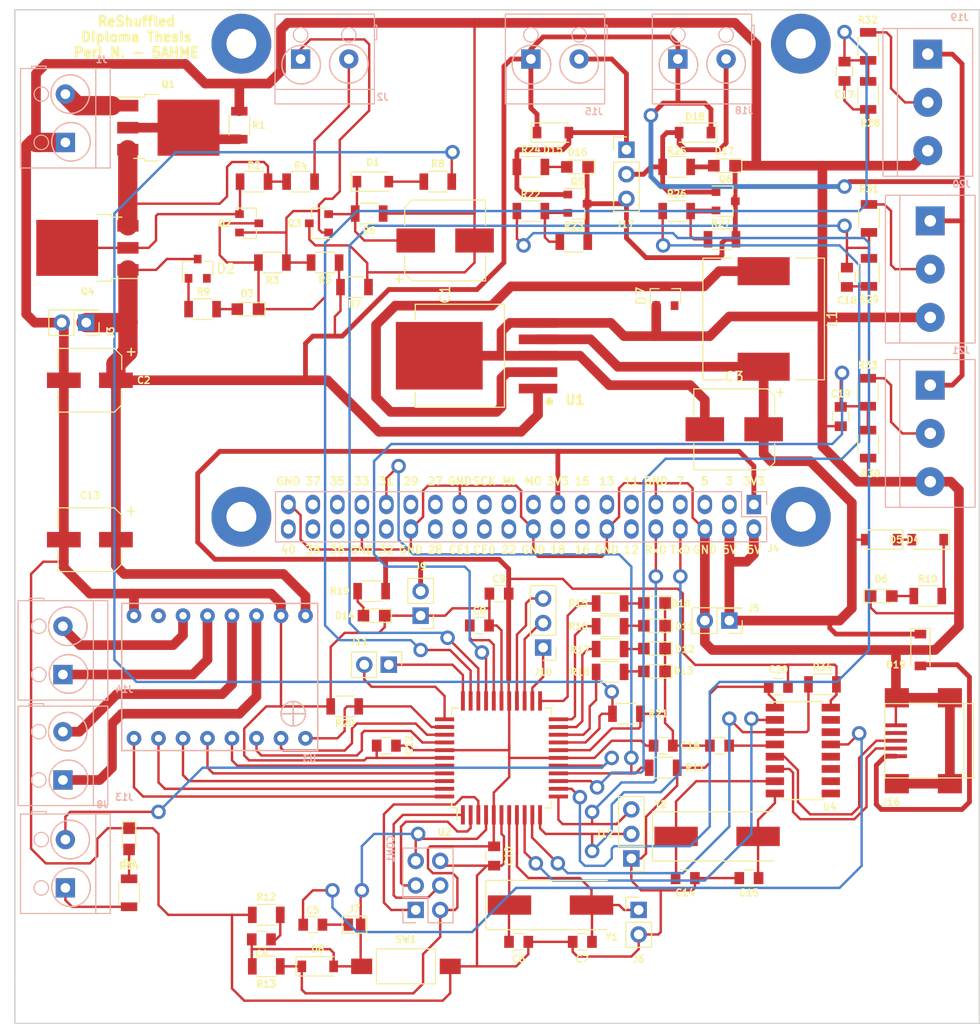
<source format=kicad_pcb>
(kicad_pcb (version 4) (host pcbnew 4.0.7-e2-6376~61~ubuntu18.04.1)
  (layers (0 F.Cu signal) (31 B.Cu signal) (34 B.Paste user) (35 F.Paste user) (36 B.SilkS user) (37 F.SilkS user) (38 B.Mask user) (39 F.Mask user) (44 Edge.Cuts user))
  (net 0 "")
  (net 1 GND)
  (net 2 +3V3)
  (net 3 MISO)
  (net 4 SCK)
  (net 5 MOSI)
  (net 6 "Net-(D3-Pad2)")
  (net 7 S1)
  (net 8 S2)
  (net 9 S3)
  (net 10 EN)
  (net 11 SLEEP)
  (net 12 STEP)
  (net 13 DIR)
  (net 14 M1)
  (net 15 M2)
  (net 16 TxD_USB)
  (net 17 RxD_USB)
  (net 18 M0)
  (net 19 DTR_USB)
  (net 20 HM1)
  (net 21 HM2)
  (net 22 RST)
  (net 23 RESET_M)
  (net 24 UNLATCH)
  (net 25 "Net-(D10-Pad2)")
  (net 26 "Net-(D11-Pad2)")
  (net 27 "Net-(D12-Pad2)")
  (net 28 "Net-(D13-Pad2)")
  (net 29 "Net-(C1-Pad1)")
  (net 30 "Net-(D14-Pad2)")
  (net 31 "Net-(D16-Pad2)")
  (net 32 "Net-(D17-Pad2)")
  (net 33 /Peripherie/WATCHDOG)
  (net 34 /Peripherie/µC_TxD)
  (net 35 /Peripherie/µC_RxD)
  (net 36 "Net-(J11-Pad2)")
  (net 37 "Net-(J20-Pad2)")
  (net 38 "Net-(J21-Pad2)")
  (net 39 "Net-(C7-Pad1)")
  (net 40 "Net-(D5-Pad1)")
  (net 41 "Net-(D15-Pad2)")
  (net 42 "Net-(J2-Pad2)")
  (net 43 "Net-(J2-Pad1)")
  (net 44 "Net-(J11-Pad1)")
  (net 45 "Net-(J14-Pad1)")
  (net 46 "Net-(Q6-Pad2)")
  (net 47 12V)
  (net 48 +5V)
  (net 49 "Net-(D2-Pad2)")
  (net 50 "Net-(D4-Pad1)")
  (net 51 "Net-(D6-Pad2)")
  (net 52 "Net-(D18-Pad2)")
  (net 53 "Net-(Q1-Pad3)")
  (net 54 "Net-(Q2-Pad1)")
  (net 55 "Net-(Q5-Pad2)")
  (net 56 MSWITCH)
  (net 57 LED4)
  (net 58 LED3)
  (net 59 LED2)
  (net 60 LED1)
  (net 61 "Net-(D1-Pad2)")
  (net 62 "Net-(C6-Pad1)")
  (net 63 "Net-(D9-Pad2)")
  (net 64 "Net-(J1-Pad2)")
  (net 65 "Net-(J8-Pad1)")
  (net 66 "Net-(J10-Pad1)")
  (net 67 "Net-(J10-Pad2)")
  (net 68 "Net-(J10-Pad3)")
  (net 69 "Net-(J13-Pad2)")
  (net 70 "Net-(J13-Pad1)")
  (net 71 "Net-(J16-Pad2)")
  (net 72 "Net-(J16-Pad3)")
  (net 73 "Net-(J19-Pad2)")
  (net 74 "Net-(Q1-Pad2)")
  (net 75 "Net-(C8-Pad1)")
  (net 76 "Net-(C4-Pad2)")
  (net 77 "Net-(C5-Pad1)")
  (net 78 "Net-(C14-Pad1)")
  (net 79 "Net-(C15-Pad1)")
  (net 80 "Net-(C16-Pad1)")
  (net 81 "Net-(D7-Pad1)")
  (net 82 "Net-(D19-Pad2)")
  (net 83 "Net-(J14-Pad2)")
  (module footprints:Raspberry-PI (layer F.Cu) (at 130.81 131.36)
    (fp_text reference J4 (at 2.032 4.53) (layer F.SilkS) (effects (font (size 0.7 0.7))))
    (fp_text value Raspberry_Pi_3B+ hide)
    (fp_text user 3V3 (at 0 -2.42) (layer F.SilkS) (effects (font (size 0.82 0.82))))
    (fp_text user 3 (at -2.54 -2.42) (layer F.SilkS) (effects (font (size 0.82 0.82))))
    (fp_text user 5 (at -5.08 -2.42) (layer F.SilkS) (effects (font (size 0.82 0.82))))
    (fp_text user 7 (at -7.62 -2.42) (layer F.SilkS) (effects (font (size 0.82 0.82))))
    (fp_text user GND (at -10.16 -2.42) (layer F.SilkS) (effects (font (size 0.82 0.82))))
    (fp_text user 11 (at -12.7 -2.42) (layer F.SilkS) (effects (font (size 0.82 0.82))))
    (fp_text user 13 (at -15.24 -2.42) (layer F.SilkS) (effects (font (size 0.82 0.82))))
    (fp_text user 15 (at -17.78 -2.42) (layer F.SilkS) (effects (font (size 0.82 0.82))))
    (fp_text user 3V3 (at -20.32 -2.42) (layer F.SilkS) (effects (font (size 0.82 0.82))))
    (fp_text user MO (at -22.86 -2.42) (layer F.SilkS) (effects (font (size 0.82 0.82))))
    (fp_text user MI (at -25.4 -2.42) (layer F.SilkS) (effects (font (size 0.82 0.82))))
    (fp_text user SCK (at -27.94 -2.42) (layer F.SilkS) (effects (font (size 0.82 0.82))))
    (fp_text user GND (at -30.48 -2.42) (layer F.SilkS) (effects (font (size 0.82 0.82))))
    (fp_text user 27 (at -33.02 -2.42) (layer F.SilkS) (effects (font (size 0.82 0.82))))
    (fp_text user 29 (at -35.56 -2.42) (layer F.SilkS) (effects (font (size 0.82 0.82))))
    (fp_text user 31 (at -38.1 -2.42) (layer F.SilkS) (effects (font (size 0.82 0.82))))
    (fp_text user 33 (at -40.64 -2.42) (layer F.SilkS) (effects (font (size 0.82 0.82))))
    (fp_text user 35 (at -43.18 -2.42) (layer F.SilkS) (effects (font (size 0.82 0.82))))
    (fp_text user 37 (at -45.72 -2.42) (layer F.SilkS) (effects (font (size 0.82 0.82))))
    (fp_text user GND (at -48.26 -2.42) (layer F.SilkS) (effects (font (size 0.82 0.82))))
    (fp_text user GND (at -48.26 -2.42) (layer F.SilkS) (effects (font (size 0.82 0.82))))
    (fp_text user 37 (at -45.72 -2.42) (layer F.SilkS) (effects (font (size 0.82 0.82))))
    (fp_text user 35 (at -43.18 -2.42) (layer F.SilkS) (effects (font (size 0.82 0.82))))
    (fp_text user 33 (at -40.64 -2.42) (layer F.SilkS) (effects (font (size 0.82 0.82))))
    (fp_text user 31 (at -38.1 -2.42) (layer F.SilkS) (effects (font (size 0.82 0.82))))
    (fp_text user 29 (at -35.56 -2.42) (layer F.SilkS) (effects (font (size 0.82 0.82))))
    (fp_text user 27 (at -33.02 -2.42) (layer F.SilkS) (effects (font (size 0.82 0.82))))
    (fp_text user GND (at -30.48 -2.42) (layer F.SilkS) (effects (font (size 0.82 0.82))))
    (fp_text user SCK (at -27.94 -2.42) (layer F.SilkS) (effects (font (size 0.82 0.82))))
    (fp_text user MI (at -25.4 -2.42) (layer F.SilkS) (effects (font (size 0.82 0.82))))
    (fp_text user MO (at -22.86 -2.42) (layer F.SilkS) (effects (font (size 0.82 0.82))))
    (fp_text user 3V3 (at -20.32 -2.42) (layer F.SilkS) (effects (font (size 0.82 0.82))))
    (fp_text user 15 (at -17.78 -2.42) (layer F.SilkS) (effects (font (size 0.82 0.82))))
    (fp_text user 40 (at -48.26 4.692) (layer F.SilkS) (effects (font (size 0.82 0.82))))
    (fp_text user 38 (at -45.72 4.692) (layer F.SilkS) (effects (font (size 0.82 0.82))))
    (fp_text user 36 (at -43.18 4.692) (layer F.SilkS) (effects (font (size 0.82 0.82))))
    (fp_text user GND (at -40.64 4.692) (layer F.SilkS) (effects (font (size 0.82 0.82))))
    (fp_text user 32 (at -38.1 4.692) (layer F.SilkS) (effects (font (size 0.82 0.82))))
    (fp_text user GND (at -35.56 4.692) (layer F.SilkS) (effects (font (size 0.82 0.82))))
    (fp_text user 28 (at -33.02 4.692) (layer F.SilkS) (effects (font (size 0.82 0.82))))
    (fp_text user CE1 (at -30.48 4.692) (layer F.SilkS) (effects (font (size 0.82 0.82))))
    (fp_text user CE0 (at -27.94 4.692) (layer F.SilkS) (effects (font (size 0.82 0.82))))
    (fp_text user 22 (at -25.4 4.692) (layer F.SilkS) (effects (font (size 0.82 0.82))))
    (fp_text user GND (at -22.86 4.692) (layer F.SilkS) (effects (font (size 0.82 0.82))))
    (fp_text user 18 (at -20.32 4.692) (layer F.SilkS) (effects (font (size 0.82 0.82))))
    (fp_text user 16 (at -17.78 4.692) (layer F.SilkS) (effects (font (size 0.82 0.82))))
    (fp_text user GND (at -15.24 4.692) (layer F.SilkS) (effects (font (size 0.82 0.82))))
    (fp_text user 12 (at -12.7 4.692) (layer F.SilkS) (effects (font (size 0.82 0.82))))
    (fp_text user 13 (at -15.24 -2.42) (layer F.SilkS) (effects (font (size 0.82 0.82))))
    (fp_text user 11 (at -12.7 -2.42) (layer F.SilkS) (effects (font (size 0.82 0.82))))
    (fp_text user RxD (at -10.16 4.692) (layer F.SilkS) (effects (font (size 0.82 0.82))))
    (fp_text user TxD (at -7.62 4.692) (layer F.SilkS) (effects (font (size 0.82 0.82))))
    (fp_text user GND (at -10.16 -2.42) (layer F.SilkS) (effects (font (size 0.82 0.82))))
    (fp_text user 7 (at -7.62 -2.42) (layer F.SilkS) (effects (font (size 0.82 0.82))))
    (fp_text user 5 (at -5.08 -2.42) (layer F.SilkS) (effects (font (size 0.82 0.82))))
    (fp_text user 3 (at -2.54 -2.42) (layer F.SilkS) (effects (font (size 0.82 0.82))))
    (fp_text user GND (at -5.08 4.692) (layer F.SilkS) (effects (font (size 0.82 0.82))))
    (fp_text user 5V (at -2.54 4.692) (layer F.SilkS) (effects (font (size 0.82 0.82))))
    (fp_text user 5V (at 0 4.692) (layer F.SilkS) (effects (font (size 0.82 0.82))))
    (fp_text user 3V3 (at 0 -2.42) (layer F.SilkS) (effects (font (size 0.82 0.82))))
    (pad 40 thru_hole oval (at -48.26 2.54) (size 1.5 2) (drill 1) (layers *.Cu *.Mask))
    (pad 39 thru_hole oval (at -48.26 0) (size 1.5 2) (drill 1) (layers *.Cu *.Mask) (net 1 GND))
    (pad 38 thru_hole oval (at -45.72 2.54) (size 1.5 2) (drill 1) (layers *.Cu *.Mask))
    (pad 37 thru_hole oval (at -45.72 0) (size 1.5 2) (drill 1) (layers *.Cu *.Mask))
    (pad 36 thru_hole oval (at -43.18 2.54) (size 1.5 2) (drill 1) (layers *.Cu *.Mask))
    (pad 35 thru_hole oval (at -43.18 0) (size 1.5 2) (drill 1) (layers *.Cu *.Mask))
    (pad 34 thru_hole oval (at -40.64 2.54) (size 1.5 2) (drill 1) (layers *.Cu *.Mask) (net 1 GND))
    (pad 33 thru_hole oval (at -40.64 0) (size 1.5 2) (drill 1) (layers *.Cu *.Mask))
    (pad 32 thru_hole oval (at -38.1 2.54) (size 1.5 2) (drill 1) (layers *.Cu *.Mask))
    (pad 31 thru_hole oval (at -38.1 0) (size 1.5 2) (drill 1) (layers *.Cu *.Mask) (net 33 /Peripherie/WATCHDOG))
    (pad 30 thru_hole oval (at -35.56 2.54) (size 1.5 2) (drill 1) (layers *.Cu *.Mask) (net 1 GND))
    (pad 29 thru_hole oval (at -35.56 0) (size 1.5 2) (drill 1) (layers *.Cu *.Mask))
    (pad 28 thru_hole oval (at -33.02 2.54) (size 1.5 2) (drill 1) (layers *.Cu *.Mask))
    (pad 27 thru_hole oval (at -33.02 0) (size 1.5 2) (drill 1) (layers *.Cu *.Mask))
    (pad 26 thru_hole oval (at -30.48 2.54) (size 1.5 2) (drill 1) (layers *.Cu *.Mask))
    (pad 25 thru_hole oval (at -30.48 0) (size 1.5 2) (drill 1) (layers *.Cu *.Mask) (net 1 GND))
    (pad 24 thru_hole oval (at -27.94 2.54) (size 1.5 2) (drill 1) (layers *.Cu *.Mask))
    (pad 23 thru_hole oval (at -27.94 0) (size 1.5 2) (drill 1) (layers *.Cu *.Mask))
    (pad 22 thru_hole oval (at -25.4 2.54) (size 1.5 2) (drill 1) (layers *.Cu *.Mask))
    (pad 21 thru_hole oval (at -25.4 0) (size 1.5 2) (drill 1) (layers *.Cu *.Mask))
    (pad 20 thru_hole oval (at -22.86 2.54) (size 1.5 2) (drill 1) (layers *.Cu *.Mask) (net 1 GND))
    (pad 19 thru_hole oval (at -22.86 0) (size 1.5 2) (drill 1) (layers *.Cu *.Mask))
    (pad 18 thru_hole oval (at -20.32 2.54) (size 1.5 2) (drill 1) (layers *.Cu *.Mask))
    (pad 17 thru_hole oval (at -20.32 0) (size 1.5 2) (drill 1) (layers *.Cu *.Mask) (net 2 +3V3))
    (pad 16 thru_hole oval (at -17.78 2.54) (size 1.5 2) (drill 1) (layers *.Cu *.Mask))
    (pad 15 thru_hole oval (at -17.78 0) (size 1.5 2) (drill 1) (layers *.Cu *.Mask))
    (pad 14 thru_hole oval (at -15.24 2.54) (size 1.5 2) (drill 1) (layers *.Cu *.Mask) (net 1 GND))
    (pad 13 thru_hole oval (at -15.24 0) (size 1.5 2) (drill 1) (layers *.Cu *.Mask))
    (pad 12 thru_hole oval (at -12.7 2.54) (size 1.5 2) (drill 1) (layers *.Cu *.Mask))
    (pad 11 thru_hole oval (at -12.7 0) (size 1.5 2) (drill 1) (layers *.Cu *.Mask))
    (pad 10 thru_hole oval (at -10.16 2.54) (size 1.5 2) (drill 1) (layers *.Cu *.Mask) (net 34 /Peripherie/µC_TxD))
    (pad 9 thru_hole oval (at -10.16 0) (size 1.5 2) (drill 1) (layers *.Cu *.Mask) (net 1 GND))
    (pad 8 thru_hole oval (at -7.62 2.54) (size 1.5 2) (drill 1) (layers *.Cu *.Mask) (net 35 /Peripherie/µC_RxD))
    (pad 7 thru_hole oval (at -7.62 0) (size 1.5 2) (drill 1) (layers *.Cu *.Mask))
    (pad 6 thru_hole oval (at -5.08 2.54) (size 1.5 2) (drill 1) (layers *.Cu *.Mask) (net 1 GND))
    (pad 5 thru_hole oval (at -5.08 0) (size 1.5 2) (drill 1) (layers *.Cu *.Mask))
    (pad 4 thru_hole oval (at -2.54 2.54) (size 1.5 2) (drill 1) (layers *.Cu *.Mask) (net 48 +5V))
    (pad 3 thru_hole oval (at -2.54 0) (size 1.5 2) (drill 1) (layers *.Cu *.Mask))
    (pad 2 thru_hole oval (at 0 2.54) (size 1.5 2) (drill 1) (layers *.Cu *.Mask) (net 48 +5V))
    (pad 1 thru_hole rect (at 0 0) (size 1.5 2) (drill 1) (layers *.Cu *.Mask) (net 2 +3V3))
    (pad "" np_thru_hole circle (at 4.87 -47.73) (size 6.2 6.2) (drill 3.1) (layers *.Cu *.Mask))
    (pad "" np_thru_hole circle (at -53.13 -47.73) (size 6.2 6.2) (drill 3.1) (layers *.Cu *.Mask))
    (pad "" np_thru_hole circle (at -53.13 1.27) (size 6.2 6.2) (drill 3.1) (layers *.Cu *.Mask))
    (pad "" np_thru_hole circle (at 4.87 1.27) (size 6.2 6.2) (drill 3.1) (layers *.Cu *.Mask))
  )
  (module footprints:Terminalblock-3x-5mm (layer B.Cu) (at 149.0961 119.0005 270)
    (fp_text reference J21 (at -3.6068 -3.2004 540) (layer B.SilkS) (effects (font (size 0.7 0.7)) (justify mirror)))
    (fp_text value Cap_Sensor3)
    (pad 3 thru_hole circle (at 10 0 270) (size 3 3) (drill 1.2) (layers *.Cu *.Mask) (net 1 GND))
    (pad 2 thru_hole circle (at 5 0 270) (size 3 3) (drill 1.2) (layers *.Cu *.Mask) (net 38 "Net-(J21-Pad2)"))
    (pad 1 thru_hole rect (at 0 0 270) (size 3 3) (drill 1.2) (layers *.Cu *.Mask) (net 47 12V))
  )
  (module footprints:Terminalblock-3x-5mm (layer B.Cu) (at 148.8421 84.7105 270)
    (fp_text reference J19 (at -3.81 -3.302 540) (layer B.SilkS) (effects (font (size 0.7 0.7)) (justify mirror)))
    (fp_text value Cap_Sensor1)
    (pad 3 thru_hole circle (at 10 0 270) (size 3 3) (drill 1.2) (layers *.Cu *.Mask) (net 1 GND))
    (pad 2 thru_hole circle (at 5 0 270) (size 3 3) (drill 1.2) (layers *.Cu *.Mask) (net 73 "Net-(J19-Pad2)"))
    (pad 1 thru_hole rect (at 0 0 270) (size 3 3) (drill 1.2) (layers *.Cu *.Mask) (net 47 12V))
  )
  (module footprints:Terminalblock-2x-5mm (layer B.Cu) (at 107.6941 85.2185)
    (fp_text reference J15 (at 6.5405 5.4356) (layer B.SilkS) (effects (font (size 0.7 0.7)) (justify mirror)))
    (fp_text value Solenoid1)
    (pad 2 thru_hole circle (at 5 0) (size 2 2) (drill 1) (layers *.Cu *.Mask) (net 41 "Net-(D15-Pad2)"))
    (pad 1 thru_hole rect (at 0 0) (size 2 2) (drill 1) (layers *.Cu *.Mask) (net 47 12V))
  )
  (module footprints:Terminalblock-2x-5mm (layer B.Cu) (at 83.8181 85.2185)
    (fp_text reference J2 (at 8.509 3.937) (layer B.SilkS) (effects (font (size 0.7 0.7)) (justify mirror)))
    (fp_text value PowerOn_Button)
    (pad 2 thru_hole circle (at 5 0) (size 2 2) (drill 1) (layers *.Cu *.Mask) (net 42 "Net-(J2-Pad2)"))
    (pad 1 thru_hole rect (at 0 0) (size 2 2) (drill 1) (layers *.Cu *.Mask) (net 43 "Net-(J2-Pad1)"))
  )
  (module footprints:TQFP-44_10x10mm_Pitch0.8mm_Handsolded (layer F.Cu) (at 104.6461 157.6085 90)
    (fp_text reference U2 (at -7.6962 -5.9182 180) (layer F.SilkS) (effects (font (size 0.7 0.7))))
    (fp_text value ATMEGA324P-20AU hide)
    (pad 1 smd rect (at -5.9 -4 90) (size 2 0.4) (layers F.Cu F.Paste F.Mask) (net 5 MOSI))
    (pad 2 smd rect (at -5.9 -3.2 90) (size 2 0.4) (layers F.Cu F.Paste F.Mask) (net 4 SCK))
    (pad 3 smd rect (at -5.9 -2.4 90) (size 2 0.4) (layers F.Cu F.Paste F.Mask) (net 3 MISO))
    (pad 4 smd rect (at -5.9 -1.6 90) (size 2 0.4) (layers F.Cu F.Paste F.Mask) (net 22 RST))
    (pad 5 smd rect (at -5.9 -0.8 90) (size 2 0.4) (layers F.Cu F.Paste F.Mask) (net 2 +3V3))
    (pad 6 smd rect (at -5.9 0 90) (size 2 0.4) (layers F.Cu F.Paste F.Mask) (net 1 GND))
    (pad 7 smd rect (at -5.9 0.8 90) (size 2 0.4) (layers F.Cu F.Paste F.Mask) (net 62 "Net-(C6-Pad1)"))
    (pad 8 smd rect (at -5.9 1.6 90) (size 2 0.4) (layers F.Cu F.Paste F.Mask) (net 39 "Net-(C7-Pad1)"))
    (pad 9 smd rect (at -5.9 2.4 90) (size 2 0.4) (layers F.Cu F.Paste F.Mask) (net 16 TxD_USB))
    (pad 10 smd rect (at -5.9 3.2 90) (size 2 0.4) (layers F.Cu F.Paste F.Mask) (net 17 RxD_USB))
    (pad 11 smd rect (at -5.9 4 90) (size 2 0.4) (layers F.Cu F.Paste F.Mask) (net 35 /Peripherie/µC_RxD))
    (pad 12 smd rect (at -4 5.9 180) (size 2 0.4) (layers F.Cu F.Paste F.Mask) (net 34 /Peripherie/µC_TxD))
    (pad 13 smd rect (at -3.2 5.9 180) (size 2 0.4) (layers F.Cu F.Paste F.Mask) (net 20 HM1))
    (pad 14 smd rect (at -2.4 5.9 180) (size 2 0.4) (layers F.Cu F.Paste F.Mask) (net 21 HM2))
    (pad 15 smd rect (at -1.6 5.9 180) (size 2 0.4) (layers F.Cu F.Paste F.Mask) (net 33 /Peripherie/WATCHDOG))
    (pad 16 smd rect (at -0.8 5.9 180) (size 2 0.4) (layers F.Cu F.Paste F.Mask) (net 56 MSWITCH))
    (pad 17 smd rect (at 0 5.9 180) (size 2 0.4) (layers F.Cu F.Paste F.Mask) (net 2 +3V3))
    (pad 18 smd rect (at 0.8 5.9 180) (size 2 0.4) (layers F.Cu F.Paste F.Mask) (net 1 GND))
    (pad 19 smd rect (at 1.6 5.9 180) (size 2 0.4) (layers F.Cu F.Paste F.Mask) (net 24 UNLATCH))
    (pad 20 smd rect (at 2.4 5.9 180) (size 2 0.4) (layers F.Cu F.Paste F.Mask) (net 60 LED1))
    (pad 21 smd rect (at 3.2 5.9 180) (size 2 0.4) (layers F.Cu F.Paste F.Mask) (net 59 LED2))
    (pad 22 smd rect (at 4 5.9 180) (size 2 0.4) (layers F.Cu F.Paste F.Mask) (net 58 LED3))
    (pad 23 smd rect (at 5.9 4 90) (size 2 0.4) (layers F.Cu F.Paste F.Mask) (net 57 LED4))
    (pad 24 smd rect (at 5.9 3.2 90) (size 2 0.4) (layers F.Cu F.Paste F.Mask) (net 66 "Net-(J10-Pad1)"))
    (pad 25 smd rect (at 5.9 2.4 90) (size 2 0.4) (layers F.Cu F.Paste F.Mask) (net 67 "Net-(J10-Pad2)"))
    (pad 26 smd rect (at 5.9 1.6 90) (size 2 0.4) (layers F.Cu F.Paste F.Mask) (net 68 "Net-(J10-Pad3)"))
    (pad 27 smd rect (at 5.9 0.8 90) (size 2 0.4) (layers F.Cu F.Paste F.Mask) (net 2 +3V3))
    (pad 28 smd rect (at 5.9 0 90) (size 2 0.4) (layers F.Cu F.Paste F.Mask) (net 1 GND))
    (pad 29 smd rect (at 5.9 -0.8 90) (size 2 0.4) (layers F.Cu F.Paste F.Mask) (net 75 "Net-(C8-Pad1)"))
    (pad 30 smd rect (at 5.9 -1.6 90) (size 2 0.4) (layers F.Cu F.Paste F.Mask) (net 9 S3))
    (pad 31 smd rect (at 5.9 -2.4 90) (size 2 0.4) (layers F.Cu F.Paste F.Mask) (net 8 S2))
    (pad 32 smd rect (at 5.9 -3.2 90) (size 2 0.4) (layers F.Cu F.Paste F.Mask) (net 7 S1))
    (pad 33 smd rect (at 5.9 -4 90) (size 2 0.4) (layers F.Cu F.Paste F.Mask) (net 44 "Net-(J11-Pad1)"))
    (pad 34 smd rect (at 4 -5.9 180) (size 2 0.4) (layers F.Cu F.Paste F.Mask) (net 36 "Net-(J11-Pad2)"))
    (pad 35 smd rect (at 3.2 -5.9 180) (size 2 0.4) (layers F.Cu F.Paste F.Mask) (net 10 EN))
    (pad 36 smd rect (at 2.4 -5.9 180) (size 2 0.4) (layers F.Cu F.Paste F.Mask) (net 18 M0))
    (pad 37 smd rect (at 1.6 -5.9 180) (size 2 0.4) (layers F.Cu F.Paste F.Mask) (net 14 M1))
    (pad 38 smd rect (at 0.8 -5.9 180) (size 2 0.4) (layers F.Cu F.Paste F.Mask) (net 2 +3V3))
    (pad 39 smd rect (at 0 -5.9 180) (size 2 0.4) (layers F.Cu F.Paste F.Mask) (net 1 GND))
    (pad 40 smd rect (at -0.8 -5.9 180) (size 2 0.4) (layers F.Cu F.Paste F.Mask) (net 15 M2))
    (pad 41 smd rect (at -1.6 -5.9 180) (size 2 0.4) (layers F.Cu F.Paste F.Mask) (net 23 RESET_M))
    (pad 42 smd rect (at -2.4 -5.9 180) (size 2 0.4) (layers F.Cu F.Paste F.Mask) (net 11 SLEEP))
    (pad 43 smd rect (at -3.2 -5.9 180) (size 2 0.4) (layers F.Cu F.Paste F.Mask) (net 12 STEP))
    (pad 44 smd rect (at -4 -5.9 180) (size 2 0.4) (layers F.Cu F.Paste F.Mask) (net 13 DIR))
  )
  (module Resistors_SMD:R_1206 (layer F.Cu) (at 112.1391 104.1415)
    (fp_text reference R23 (at -0.004 -1.638) (layer F.SilkS) (effects (font (size 0.7 0.7))))
    (fp_text value 10k)
    (pad 1 smd rect (at -1.45 0) (size 0.9 1.7) (layers F.Cu F.Paste F.Mask) (net 55 "Net-(Q5-Pad2)"))
    (pad 2 smd rect (at 1.45 0) (size 0.9 1.7) (layers F.Cu F.Paste F.Mask) (net 1 GND))
  )
  (module Resistors_SMD:R_1206 (layer F.Cu) (at 122.8071 100.9665 180)
    (fp_text reference R26 (at 0 1.778 180) (layer F.SilkS) (effects (font (size 0.7 0.7))))
    (fp_text value 560)
    (pad 1 smd rect (at -1.45 0 180) (size 0.9 1.7) (layers F.Cu F.Paste F.Mask) (net 46 "Net-(Q6-Pad2)"))
    (pad 2 smd rect (at 1.45 0 180) (size 0.9 1.7) (layers F.Cu F.Paste F.Mask) (net 21 HM2))
  )
  (module Crystals:Crystal_SMD_HC49-SD (layer F.Cu) (at 109.7261 172.8485)
    (fp_text reference Y1 (at 6.35 3.302) (layer F.SilkS) (effects (font (size 0.7 0.7))))
    (fp_text value Crystal_10Mhz)
    (pad 1 smd rect (at -4.25 0) (size 4.5 2) (layers F.Cu F.Paste F.Mask) (net 62 "Net-(C6-Pad1)"))
    (pad 2 smd rect (at 4.25 0) (size 4.5 2) (layers F.Cu F.Paste F.Mask) (net 39 "Net-(C7-Pad1)"))
  )
  (module Buttons_Switches_SMD:SW_SPST_FSMSM (layer F.Cu) (at 94.7401 179.1985 180)
    (fp_text reference SW1 (at 0 2.794 180) (layer F.SilkS) (effects (font (size 0.7 0.7))))
    (fp_text value SW_Push)
    (pad 1 smd rect (at -4.59 0 180) (size 2.18 1.6) (layers F.Cu F.Paste F.Mask) (net 1 GND))
    (pad 2 smd rect (at 4.59 0 180) (size 2.18 1.6) (layers F.Cu F.Paste F.Mask) (net 22 RST))
  )
  (module footprints:Terminalblock-3x-5mm (layer B.Cu) (at 149.0961 101.9825 270)
    (fp_text reference J20 (at -3.81 -3.2512 540) (layer B.SilkS) (effects (font (size 0.7 0.7)) (justify mirror)))
    (fp_text value Cap_Sensor2)
    (pad 3 thru_hole circle (at 10 0 270) (size 3 3) (drill 1.2) (layers *.Cu *.Mask) (net 1 GND))
    (pad 2 thru_hole circle (at 5 0 270) (size 3 3) (drill 1.2) (layers *.Cu *.Mask) (net 37 "Net-(J20-Pad2)"))
    (pad 1 thru_hole rect (at 0 0 270) (size 3 3) (drill 1.2) (layers *.Cu *.Mask) (net 47 12V))
  )
  (module footprints:Terminalblock-2x-5mm (layer B.Cu) (at 59.1801 148.9725 90)
    (fp_text reference J14 (at -1.524 6.35 360) (layer B.SilkS) (effects (font (size 0.7 0.7)) (justify mirror)))
    (fp_text value Stepper2)
    (pad 2 thru_hole circle (at 5 0 90) (size 2 2) (drill 1) (layers *.Cu *.Mask) (net 83 "Net-(J14-Pad2)"))
    (pad 1 thru_hole rect (at 0 0 90) (size 2 2) (drill 1) (layers *.Cu *.Mask) (net 45 "Net-(J14-Pad1)"))
  )
  (module footprints:Terminalblock-2x-5mm (layer B.Cu) (at 59.1801 159.8945 90)
    (fp_text reference J13 (at -1.778 6.35 360) (layer B.SilkS) (effects (font (size 0.7 0.7)) (justify mirror)))
    (fp_text value Stepper1)
    (pad 2 thru_hole circle (at 5 0 90) (size 2 2) (drill 1) (layers *.Cu *.Mask) (net 69 "Net-(J13-Pad2)"))
    (pad 1 thru_hole rect (at 0 0 90) (size 2 2) (drill 1) (layers *.Cu *.Mask) (net 70 "Net-(J13-Pad1)"))
  )
  (module Pin_Headers:Pin_Header_Straight_2x03_Pitch2.54mm (layer B.Cu) (at 95.7561 173.3565)
    (fp_text reference CON1 (at -2.5908 -6.3246 270) (layer B.SilkS) (effects (font (size 0.7 0.7)) (justify mirror)))
    (fp_text value AVR-ISP-6)
    (pad 1 thru_hole rect (at 0 0) (size 1.7 1.7) (drill 1) (layers *.Cu *.Mask) (net 3 MISO))
    (pad 2 thru_hole oval (at 2.54 0) (size 1.7 1.7) (drill 1) (layers *.Cu *.Mask) (net 2 +3V3))
    (pad 3 thru_hole oval (at 0 -2.54) (size 1.7 1.7) (drill 1) (layers *.Cu *.Mask) (net 4 SCK))
    (pad 4 thru_hole oval (at 2.54 -2.54) (size 1.7 1.7) (drill 1) (layers *.Cu *.Mask) (net 5 MOSI))
    (pad 5 thru_hole oval (at 0 -5.08) (size 1.7 1.7) (drill 1) (layers *.Cu *.Mask) (net 22 RST))
    (pad 6 thru_hole oval (at 2.54 -5.08) (size 1.7 1.7) (drill 1) (layers *.Cu *.Mask) (net 1 GND))
  )
  (module footprints:SOIC-16_3.9x9.9mm_Pitch1.27mm_HANDSOLDERED (layer F.Cu) (at 135.8881 156.8465)
    (fp_text reference U4 (at 2.794 5.842 180) (layer F.SilkS) (effects (font (size 0.7 0.7))))
    (fp_text value CH340G)
    (pad 1 smd rect (at -2.9 -4.445) (size 1.9 0.8) (layers F.Cu F.Paste F.Mask) (net 1 GND))
    (pad 2 smd rect (at -2.9 -3.175) (size 1.9 0.8) (layers F.Cu F.Paste F.Mask) (net 16 TxD_USB))
    (pad 3 smd rect (at -2.9 -1.905) (size 1.9 0.8) (layers F.Cu F.Paste F.Mask) (net 17 RxD_USB))
    (pad 4 smd rect (at -2.9 -0.635) (size 1.9 0.8) (layers F.Cu F.Paste F.Mask) (net 80 "Net-(C16-Pad1)"))
    (pad 5 smd rect (at -2.9 0.635) (size 1.9 0.8) (layers F.Cu F.Paste F.Mask) (net 72 "Net-(J16-Pad3)"))
    (pad 6 smd rect (at -2.9 1.905) (size 1.9 0.8) (layers F.Cu F.Paste F.Mask) (net 71 "Net-(J16-Pad2)"))
    (pad 7 smd rect (at -2.9 3.175) (size 1.9 0.8) (layers F.Cu F.Paste F.Mask) (net 78 "Net-(C14-Pad1)"))
    (pad 8 smd rect (at -2.9 4.445) (size 1.9 0.8) (layers F.Cu F.Paste F.Mask) (net 79 "Net-(C15-Pad1)"))
    (pad 9 smd rect (at 2.9 4.445) (size 1.9 0.8) (layers F.Cu F.Paste F.Mask))
    (pad 10 smd rect (at 2.9 3.175) (size 1.9 0.8) (layers F.Cu F.Paste F.Mask))
    (pad 11 smd rect (at 2.9 1.905) (size 1.9 0.8) (layers F.Cu F.Paste F.Mask))
    (pad 12 smd rect (at 2.9 0.635) (size 1.9 0.8) (layers F.Cu F.Paste F.Mask))
    (pad 13 smd rect (at 2.9 -0.635) (size 1.9 0.8) (layers F.Cu F.Paste F.Mask) (net 19 DTR_USB))
    (pad 14 smd rect (at 2.9 -1.905) (size 1.9 0.8) (layers F.Cu F.Paste F.Mask))
    (pad 15 smd rect (at 2.9 -3.175) (size 1.9 0.8) (layers F.Cu F.Paste F.Mask))
    (pad 16 smd rect (at 2.9 -4.445) (size 1.9 0.8) (layers F.Cu F.Paste F.Mask) (net 2 +3V3))
  )
  (module footprints:Terminalblock-2x-5mm (layer B.Cu) (at 59.4341 93.8545 90)
    (fp_text reference J1 (at 8.5852 3.7592 360) (layer B.SilkS) (effects (font (size 0.7 0.7)) (justify mirror)))
    (fp_text value Input_12V)
    (pad 2 thru_hole circle (at 5 0 90) (size 2 2) (drill 1) (layers *.Cu *.Mask) (net 64 "Net-(J1-Pad2)"))
    (pad 1 thru_hole rect (at 0 0 90) (size 2 2) (drill 1) (layers *.Cu *.Mask) (net 1 GND))
  )
  (module footprints:Terminalblock-2x-5mm (layer B.Cu) (at 122.9341 85.2185)
    (fp_text reference J18 (at 6.858 5.334 180) (layer B.SilkS) (effects (font (size 0.7 0.7)) (justify mirror)))
    (fp_text value Solenoid2)
    (pad 2 thru_hole circle (at 5 0) (size 2 2) (drill 1) (layers *.Cu *.Mask) (net 52 "Net-(D18-Pad2)"))
    (pad 1 thru_hole rect (at 0 0) (size 2 2) (drill 1) (layers *.Cu *.Mask) (net 47 12V))
  )
  (module Pin_Headers:Pin_Header_Straight_1x03_Pitch2.54mm (layer F.Cu) (at 117.6001 94.6165)
    (fp_text reference J17 (at -0.127 7.747) (layer F.SilkS) (effects (font (size 0.7 0.7))))
    (fp_text value Conn_01x03)
    (pad 1 thru_hole rect (at 0 0) (size 1.7 1.7) (drill 1) (layers *.Cu *.Mask) (net 41 "Net-(D15-Pad2)"))
    (pad 2 thru_hole oval (at 0 2.54) (size 1.7 1.7) (drill 1) (layers *.Cu *.Mask) (net 52 "Net-(D18-Pad2)"))
    (pad 3 thru_hole oval (at 0 5.08) (size 1.7 1.7) (drill 1) (layers *.Cu *.Mask) (net 1 GND))
  )
  (module Pin_Headers:Pin_Header_Straight_2x01_Pitch2.54mm (layer F.Cu) (at 128.2681 143.3845 180)
    (fp_text reference J5 (at -2.54 1.27 360) (layer F.SilkS) (effects (font (size 0.7 0.7))))
    (fp_text value Conn_01x02)
    (pad 1 thru_hole rect (at 0 0 180) (size 1.7 1.7) (drill 1) (layers *.Cu *.Mask) (net 48 +5V))
    (pad 2 thru_hole oval (at 2.54 0 180) (size 1.7 1.7) (drill 1) (layers *.Cu *.Mask) (net 1 GND))
  )
  (module footprints:Terminalblock-2x-5mm (layer B.Cu) (at 59.4341 171.0705 90)
    (fp_text reference J8 (at 8.636 3.8354 360) (layer B.SilkS) (effects (font (size 0.7 0.7)) (justify mirror)))
    (fp_text value Microswitch)
    (pad 2 thru_hole circle (at 5 0 90) (size 2 2) (drill 1) (layers *.Cu *.Mask) (net 56 MSWITCH))
    (pad 1 thru_hole rect (at 0 0 90) (size 2 2) (drill 1) (layers *.Cu *.Mask) (net 65 "Net-(J8-Pad1)"))
  )
  (module Pin_Headers:Pin_Header_Straight_1x03_Pitch2.54mm (layer F.Cu) (at 118.1081 168.0225 180)
    (fp_text reference J12 (at 2.794 2.54 360) (layer F.SilkS) (effects (font (size 0.7 0.7))))
    (fp_text value Conn_01x03)
    (pad 1 thru_hole rect (at 0 0 180) (size 1.7 1.7) (drill 1) (layers *.Cu *.Mask) (net 1 GND))
    (pad 2 thru_hole oval (at 0 2.54 180) (size 1.7 1.7) (drill 1) (layers *.Cu *.Mask) (net 35 /Peripherie/µC_RxD))
    (pad 3 thru_hole oval (at 0 5.08 180) (size 1.7 1.7) (drill 1) (layers *.Cu *.Mask) (net 34 /Peripherie/µC_TxD))
  )
  (module Pin_Headers:Pin_Header_Straight_2x01_Pitch2.54mm (layer F.Cu) (at 61.5931 112.5235 180)
    (fp_text reference J3 (at -2.54 -1.016 270) (layer F.SilkS) (effects (font (size 0.7 0.7))))
    (fp_text value Conn_01x02)
    (pad 1 thru_hole rect (at 0 0 180) (size 1.7 1.7) (drill 1) (layers *.Cu *.Mask) (net 47 12V))
    (pad 2 thru_hole oval (at 2.54 0 180) (size 1.7 1.7) (drill 1) (layers *.Cu *.Mask) (net 1 GND))
  )
  (module Connectors:GS2 (layer F.Cu) (at 89.4061 174.8805 270)
    (fp_text reference J7 (at -1.6256 0 360) (layer F.SilkS) (effects (font (size 0.7 0.7))))
    (fp_text value GS2)
    (pad 1 smd rect (at 0 -0.64 270) (size 1.27 0.97) (layers F.Cu F.Paste F.Mask) (net 22 RST))
    (pad 2 smd rect (at 0 0.64 270) (size 1.27 0.97) (layers F.Cu F.Paste F.Mask) (net 77 "Net-(C5-Pad1)"))
  )
  (module Pin_Headers:Pin_Header_Straight_1x02_Pitch2.54mm (layer F.Cu) (at 118.8701 173.3565)
    (fp_text reference J6 (at 0 5.08) (layer F.SilkS) (effects (font (size 0.7 0.7))))
    (fp_text value Conn_01x02)
    (pad 1 thru_hole rect (at 0 0) (size 1.7 1.7) (drill 1) (layers *.Cu *.Mask) (net 39 "Net-(C7-Pad1)"))
    (pad 2 thru_hole oval (at 0 2.54) (size 1.7 1.7) (drill 1) (layers *.Cu *.Mask) (net 1 GND))
  )
  (module Pin_Headers:Pin_Header_Straight_1x02_Pitch2.54mm (layer F.Cu) (at 96.2641 142.8765 180)
    (fp_text reference J9 (at 0 5.08 180) (layer F.SilkS) (effects (font (size 0.7 0.7))))
    (fp_text value Conn_01x02)
    (pad 1 thru_hole rect (at 0 0 180) (size 1.7 1.7) (drill 1) (layers *.Cu *.Mask) (net 1 GND))
    (pad 2 thru_hole oval (at 0 2.54 180) (size 1.7 1.7) (drill 1) (layers *.Cu *.Mask) (net 2 +3V3))
  )
  (module Pin_Headers:Pin_Header_Straight_1x03_Pitch2.54mm (layer F.Cu) (at 108.9641 146.1785 180)
    (fp_text reference J10 (at 0 -2.54 180) (layer F.SilkS) (effects (font (size 0.7 0.7))))
    (fp_text value Conn_01x03)
    (pad 1 thru_hole rect (at 0 0 180) (size 1.7 1.7) (drill 1) (layers *.Cu *.Mask) (net 66 "Net-(J10-Pad1)"))
    (pad 2 thru_hole oval (at 0 2.54 180) (size 1.7 1.7) (drill 1) (layers *.Cu *.Mask) (net 67 "Net-(J10-Pad2)"))
    (pad 3 thru_hole oval (at 0 5.08 180) (size 1.7 1.7) (drill 1) (layers *.Cu *.Mask) (net 68 "Net-(J10-Pad3)"))
  )
  (module Pin_Headers:Pin_Header_Straight_1x02_Pitch2.54mm (layer F.Cu) (at 92.9621 147.9565 270)
    (fp_text reference J11 (at -2.413 3.048 360) (layer F.SilkS) (effects (font (size 0.7 0.7))))
    (fp_text value Conn_01x02)
    (pad 1 thru_hole rect (at 0 0 270) (size 1.7 1.7) (drill 1) (layers *.Cu *.Mask) (net 44 "Net-(J11-Pad1)"))
    (pad 2 thru_hole oval (at 0 2.54 270) (size 1.7 1.7) (drill 1) (layers *.Cu *.Mask) (net 36 "Net-(J11-Pad2)"))
  )
  (module TO_SOT_Packages_SMD:SOT-23 (layer F.Cu) (at 112.5201 100.2045)
    (fp_text reference Q5 (at 0 -2.286) (layer F.SilkS) (effects (font (size 0.7 0.7))))
    (fp_text value FDN337N)
    (pad 1 smd rect (at -1 -0.95) (size 0.9 0.8) (layers F.Cu F.Paste F.Mask) (net 41 "Net-(D15-Pad2)"))
    (pad 2 smd rect (at -1 0.95) (size 0.9 0.8) (layers F.Cu F.Paste F.Mask) (net 55 "Net-(Q5-Pad2)"))
    (pad 3 smd rect (at 1 0) (size 0.9 0.8) (layers F.Cu F.Paste F.Mask) (net 1 GND))
  )
  (module TO_SOT_Packages_SMD:SOT-23 (layer F.Cu) (at 127.8871 99.9505)
    (fp_text reference Q6 (at 0 -2.286) (layer F.SilkS) (effects (font (size 0.7 0.7))))
    (fp_text value FDN337N)
    (pad 1 smd rect (at -1 -0.95) (size 0.9 0.8) (layers F.Cu F.Paste F.Mask) (net 52 "Net-(D18-Pad2)"))
    (pad 2 smd rect (at -1 0.95) (size 0.9 0.8) (layers F.Cu F.Paste F.Mask) (net 46 "Net-(Q6-Pad2)"))
    (pad 3 smd rect (at 1 0) (size 0.9 0.8) (layers F.Cu F.Paste F.Mask) (net 1 GND))
  )
  (module TO_SOT_Packages_SMD:SOT-23 (layer F.Cu) (at 78.4841 102.2365)
    (fp_text reference Q2 (at -2.54 0) (layer F.SilkS) (effects (font (size 0.7 0.7))))
    (fp_text value FDN337N)
    (pad 1 smd rect (at -1 -0.95) (size 0.9 0.8) (layers F.Cu F.Paste F.Mask) (net 54 "Net-(Q2-Pad1)"))
    (pad 2 smd rect (at -1 0.95) (size 0.9 0.8) (layers F.Cu F.Paste F.Mask) (net 43 "Net-(J2-Pad1)"))
    (pad 3 smd rect (at 1 0) (size 0.9 0.8) (layers F.Cu F.Paste F.Mask) (net 1 GND))
  )
  (module TO_SOT_Packages_SMD:SOT-23 (layer F.Cu) (at 85.7231 102.2365 180)
    (fp_text reference Q3 (at 2.54 0 360) (layer F.SilkS) (effects (font (size 0.7 0.7))))
    (fp_text value FDN337N)
    (pad 1 smd rect (at -1 -0.95 180) (size 0.9 0.8) (layers F.Cu F.Paste F.Mask) (net 43 "Net-(J2-Pad1)"))
    (pad 2 smd rect (at -1 0.95 180) (size 0.9 0.8) (layers F.Cu F.Paste F.Mask) (net 29 "Net-(C1-Pad1)"))
    (pad 3 smd rect (at 1 0 180) (size 0.9 0.8) (layers F.Cu F.Paste F.Mask) (net 1 GND))
  )
  (module Resistors_SMD:R_1206 (layer F.Cu) (at 127.5061 103.8875)
    (fp_text reference R27 (at -0.127 -1.651 180) (layer F.SilkS) (effects (font (size 0.7 0.7))))
    (fp_text value 10k)
    (pad 1 smd rect (at -1.45 0) (size 0.9 1.7) (layers F.Cu F.Paste F.Mask) (net 46 "Net-(Q6-Pad2)"))
    (pad 2 smd rect (at 1.45 0) (size 0.9 1.7) (layers F.Cu F.Paste F.Mask) (net 1 GND))
  )
  (module Resistors_SMD:R_1206 (layer F.Cu) (at 90.9301 101.2205)
    (fp_text reference R6 (at 0 1.778) (layer F.SilkS) (effects (font (size 0.7 0.7))))
    (fp_text value 100k)
    (pad 1 smd rect (at -1.45 0) (size 0.9 1.7) (layers F.Cu F.Paste F.Mask) (net 29 "Net-(C1-Pad1)"))
    (pad 2 smd rect (at 1.45 0) (size 0.9 1.7) (layers F.Cu F.Paste F.Mask) (net 1 GND))
  )
  (module Resistors_SMD:R_1206 (layer F.Cu) (at 83.8181 97.9185)
    (fp_text reference R4 (at 0 -1.651) (layer F.SilkS) (effects (font (size 0.7 0.7))))
    (fp_text value 10k)
    (pad 1 smd rect (at -1.45 0) (size 0.9 1.7) (layers F.Cu F.Paste F.Mask) (net 53 "Net-(Q1-Pad3)"))
    (pad 2 smd rect (at 1.45 0) (size 0.9 1.7) (layers F.Cu F.Paste F.Mask) (net 42 "Net-(J2-Pad2)"))
  )
  (module Resistors_SMD:R_1206 (layer F.Cu) (at 78.9921 97.9185 180)
    (fp_text reference R2 (at 0 1.651 180) (layer F.SilkS) (effects (font (size 0.7 0.7))))
    (fp_text value 10k)
    (pad 1 smd rect (at -1.45 0 180) (size 0.9 1.7) (layers F.Cu F.Paste F.Mask) (net 53 "Net-(Q1-Pad3)"))
    (pad 2 smd rect (at 1.45 0 180) (size 0.9 1.7) (layers F.Cu F.Paste F.Mask) (net 54 "Net-(Q2-Pad1)"))
  )
  (module Resistors_SMD:R_1206 (layer F.Cu) (at 80.2621 179.1985 180)
    (fp_text reference R13 (at 0 -1.8288 360) (layer F.SilkS) (effects (font (size 0.7 0.7))))
    (fp_text value 1k)
    (pad 1 smd rect (at -1.45 0 180) (size 0.9 1.7) (layers F.Cu F.Paste F.Mask) (net 2 +3V3))
    (pad 2 smd rect (at 1.45 0 180) (size 0.9 1.7) (layers F.Cu F.Paste F.Mask) (net 22 RST))
  )
  (module Resistors_SMD:R_1206 (layer F.Cu) (at 107.6941 100.9665 180)
    (fp_text reference R22 (at 0.04 1.713 180) (layer F.SilkS) (effects (font (size 0.7 0.7))))
    (fp_text value 560)
    (pad 1 smd rect (at -1.45 0 180) (size 0.9 1.7) (layers F.Cu F.Paste F.Mask) (net 55 "Net-(Q5-Pad2)"))
    (pad 2 smd rect (at 1.45 0 180) (size 0.9 1.7) (layers F.Cu F.Paste F.Mask) (net 20 HM1))
  )
  (module Resistors_SMD:R_1206 (layer F.Cu) (at 86.3581 106.3005)
    (fp_text reference R5 (at 0 1.778) (layer F.SilkS) (effects (font (size 0.7 0.7))))
    (fp_text value 10k)
    (pad 1 smd rect (at -1.45 0) (size 0.9 1.7) (layers F.Cu F.Paste F.Mask) (net 43 "Net-(J2-Pad1)"))
    (pad 2 smd rect (at 1.45 0) (size 0.9 1.7) (layers F.Cu F.Paste F.Mask) (net 47 12V))
  )
  (module Resistors_SMD:R_1206 (layer F.Cu) (at 98.0421 97.9185)
    (fp_text reference R8 (at 0 -1.85) (layer F.SilkS) (effects (font (size 0.7 0.7))))
    (fp_text value 560)
    (pad 1 smd rect (at -1.45 0) (size 0.9 1.7) (layers F.Cu F.Paste F.Mask) (net 61 "Net-(D1-Pad2)"))
    (pad 2 smd rect (at 1.45 0) (size 0.9 1.7) (layers F.Cu F.Paste F.Mask) (net 24 UNLATCH))
  )
  (module Resistors_SMD:R_1206 (layer F.Cu) (at 115.9081 141.6103 180)
    (fp_text reference R15 (at 3.302 0 360) (layer F.SilkS) (effects (font (size 0.7 0.7))))
    (fp_text value 560)
    (pad 1 smd rect (at -1.45 0 180) (size 0.9 1.7) (layers F.Cu F.Paste F.Mask) (net 25 "Net-(D10-Pad2)"))
    (pad 2 smd rect (at 1.45 0 180) (size 0.9 1.7) (layers F.Cu F.Paste F.Mask) (net 57 LED4))
  )
  (module Resistors_SMD:R_1206 (layer F.Cu) (at 115.9081 143.9725 180)
    (fp_text reference R16 (at 3.302 0 360) (layer F.SilkS) (effects (font (size 0.7 0.7))))
    (fp_text value 560)
    (pad 1 smd rect (at -1.45 0 180) (size 0.9 1.7) (layers F.Cu F.Paste F.Mask) (net 26 "Net-(D11-Pad2)"))
    (pad 2 smd rect (at 1.45 0 180) (size 0.9 1.7) (layers F.Cu F.Paste F.Mask) (net 58 LED3))
  )
  (module Resistors_SMD:R_1206 (layer F.Cu) (at 148.8421 140.8445 180)
    (fp_text reference R10 (at 0 1.778 360) (layer F.SilkS) (effects (font (size 0.7 0.7))))
    (fp_text value 560)
    (pad 1 smd rect (at -1.45 0 180) (size 0.9 1.7) (layers F.Cu F.Paste F.Mask) (net 40 "Net-(D5-Pad1)"))
    (pad 2 smd rect (at 1.45 0 180) (size 0.9 1.7) (layers F.Cu F.Paste F.Mask) (net 51 "Net-(D6-Pad2)"))
  )
  (module Resistors_SMD:R_1206 (layer F.Cu) (at 115.9081 146.3347 180)
    (fp_text reference R17 (at 3.134 -0.0978 180) (layer F.SilkS) (effects (font (size 0.7 0.7))))
    (fp_text value 560)
    (pad 1 smd rect (at -1.45 0 180) (size 0.9 1.7) (layers F.Cu F.Paste F.Mask) (net 27 "Net-(D12-Pad2)"))
    (pad 2 smd rect (at 1.45 0 180) (size 0.9 1.7) (layers F.Cu F.Paste F.Mask) (net 59 LED2))
  )
  (module Resistors_SMD:R_1206 (layer F.Cu) (at 115.9081 148.6969 180)
    (fp_text reference R18 (at 3.134 -0.0216 180) (layer F.SilkS) (effects (font (size 0.7 0.7))))
    (fp_text value 560)
    (pad 1 smd rect (at -1.45 0 180) (size 0.9 1.7) (layers F.Cu F.Paste F.Mask) (net 28 "Net-(D13-Pad2)"))
    (pad 2 smd rect (at 1.45 0 180) (size 0.9 1.7) (layers F.Cu F.Paste F.Mask) (net 60 LED1))
  )
  (module Resistors_SMD:R_1206 (layer F.Cu) (at 77.4681 92.0765 270)
    (fp_text reference R1 (at 0 -2.032 360) (layer F.SilkS) (effects (font (size 0.7 0.7))))
    (fp_text value 47k)
    (pad 1 smd rect (at -1.45 0 270) (size 0.9 1.7) (layers F.Cu F.Paste F.Mask) (net 1 GND))
    (pad 2 smd rect (at 1.45 0 270) (size 0.9 1.7) (layers F.Cu F.Paste F.Mask) (net 74 "Net-(Q1-Pad2)"))
  )
  (module Resistors_SMD:R_1206 (layer F.Cu) (at 89.4061 108.8405)
    (fp_text reference R7 (at 0 1.778) (layer F.SilkS) (effects (font (size 0.7 0.7))))
    (fp_text value 47k)
    (pad 1 smd rect (at -1.45 0) (size 0.9 1.7) (layers F.Cu F.Paste F.Mask) (net 47 12V))
    (pad 2 smd rect (at 1.45 0) (size 0.9 1.7) (layers F.Cu F.Paste F.Mask) (net 1 GND))
  )
  (module Resistors_SMD:R_1206 (layer F.Cu) (at 121.4101 158.6245)
    (fp_text reference R11 (at 3.302 0) (layer F.SilkS) (effects (font (size 0.7 0.7))))
    (fp_text value 47k)
    (pad 1 smd rect (at -1.45 0) (size 0.9 1.7) (layers F.Cu F.Paste F.Mask) (net 33 /Peripherie/WATCHDOG))
    (pad 2 smd rect (at 1.45 0) (size 0.9 1.7) (layers F.Cu F.Paste F.Mask) (net 1 GND))
  )
  (module Resistors_SMD:R_1206 (layer F.Cu) (at 88.3901 152.2745 180)
    (fp_text reference R20 (at -0.0254 -1.7526 360) (layer F.SilkS) (effects (font (size 0.7 0.7))))
    (fp_text value 47k)
    (pad 1 smd rect (at -1.45 0 180) (size 0.9 1.7) (layers F.Cu F.Paste F.Mask) (net 10 EN))
    (pad 2 smd rect (at 1.45 0 180) (size 0.9 1.7) (layers F.Cu F.Paste F.Mask) (net 1 GND))
  )
  (module Resistors_SMD:R_1206 (layer F.Cu) (at 117.6001 153.0365)
    (fp_text reference R21 (at 3.302 0 180) (layer F.SilkS) (effects (font (size 0.7 0.7))))
    (fp_text value 47k)
    (pad 1 smd rect (at -1.45 0) (size 0.9 1.7) (layers F.Cu F.Paste F.Mask) (net 24 UNLATCH))
    (pad 2 smd rect (at 1.45 0) (size 0.9 1.7) (layers F.Cu F.Paste F.Mask) (net 1 GND))
  )
  (module Resistors_SMD:R_1206 (layer F.Cu) (at 107.6941 96.3945)
    (fp_text reference R24 (at 0 -1.778 180) (layer F.SilkS) (effects (font (size 0.7 0.7))))
    (fp_text value 560)
    (pad 1 smd rect (at -1.45 0) (size 0.9 1.7) (layers F.Cu F.Paste F.Mask) (net 41 "Net-(D15-Pad2)"))
    (pad 2 smd rect (at 1.45 0) (size 0.9 1.7) (layers F.Cu F.Paste F.Mask) (net 31 "Net-(D16-Pad2)"))
  )
  (module Resistors_SMD:R_1206 (layer F.Cu) (at 122.8071 96.3945)
    (fp_text reference R25 (at 0 -1.651 180) (layer F.SilkS) (effects (font (size 0.7 0.7))))
    (fp_text value 560)
    (pad 1 smd rect (at -1.45 0) (size 0.9 1.7) (layers F.Cu F.Paste F.Mask) (net 52 "Net-(D18-Pad2)"))
    (pad 2 smd rect (at 1.45 0) (size 0.9 1.7) (layers F.Cu F.Paste F.Mask) (net 32 "Net-(D17-Pad2)"))
  )
  (module Resistors_SMD:R_1206 (layer F.Cu) (at 137.9201 149.9885 180)
    (fp_text reference R34 (at 0 1.778 360) (layer F.SilkS) (effects (font (size 0.7 0.7))))
    (fp_text value 47k)
    (pad 1 smd rect (at -1.45 0 180) (size 0.9 1.7) (layers F.Cu F.Paste F.Mask) (net 2 +3V3))
    (pad 2 smd rect (at 1.45 0 180) (size 0.9 1.7) (layers F.Cu F.Paste F.Mask) (net 17 RxD_USB))
  )
  (module Resistors_SMD:R_1206 (layer F.Cu) (at 142.661 83.907 270)
    (fp_text reference R32 (at -2.729 0.04 360) (layer F.SilkS) (effects (font (size 0.7 0.7))))
    (fp_text value 5.1k)
    (pad 1 smd rect (at -1.45 0 270) (size 0.9 1.7) (layers F.Cu F.Paste F.Mask) (net 73 "Net-(J19-Pad2)"))
    (pad 2 smd rect (at 1.45 0 270) (size 0.9 1.7) (layers F.Cu F.Paste F.Mask) (net 7 S1))
  )
  (module Resistors_SMD:R_1206 (layer F.Cu) (at 142.7461 101.7285 270)
    (fp_text reference R31 (at -3.048 0 360) (layer F.SilkS) (effects (font (size 0.7 0.7))))
    (fp_text value 5.1k)
    (pad 1 smd rect (at -1.45 0 270) (size 0.9 1.7) (layers F.Cu F.Paste F.Mask) (net 37 "Net-(J20-Pad2)"))
    (pad 2 smd rect (at 1.45 0 270) (size 0.9 1.7) (layers F.Cu F.Paste F.Mask) (net 8 S2))
  )
  (module Resistors_SMD:R_1206 (layer F.Cu) (at 142.6277 119.7364 270)
    (fp_text reference R33 (at -2.794 0 360) (layer F.SilkS) (effects (font (size 0.7 0.7))))
    (fp_text value 5.1k)
    (pad 1 smd rect (at -1.45 0 270) (size 0.9 1.7) (layers F.Cu F.Paste F.Mask) (net 38 "Net-(J21-Pad2)"))
    (pad 2 smd rect (at 1.45 0 270) (size 0.9 1.7) (layers F.Cu F.Paste F.Mask) (net 9 S3))
  )
  (module Resistors_SMD:R_1206 (layer F.Cu) (at 142.661 88.987 270)
    (fp_text reference R28 (at 2.859 -0.214 360) (layer F.SilkS) (effects (font (size 0.7 0.7))))
    (fp_text value 2k)
    (pad 1 smd rect (at -1.45 0 270) (size 0.9 1.7) (layers F.Cu F.Paste F.Mask) (net 7 S1))
    (pad 2 smd rect (at 1.45 0 270) (size 0.9 1.7) (layers F.Cu F.Paste F.Mask) (net 1 GND))
  )
  (module Resistors_SMD:R_1206 (layer F.Cu) (at 142.7461 107.3165 270)
    (fp_text reference R29 (at 2.794 0 360) (layer F.SilkS) (effects (font (size 0.7 0.7))))
    (fp_text value 2k)
    (pad 1 smd rect (at -1.45 0 270) (size 0.9 1.7) (layers F.Cu F.Paste F.Mask) (net 8 S2))
    (pad 2 smd rect (at 1.45 0 270) (size 0.9 1.7) (layers F.Cu F.Paste F.Mask) (net 1 GND))
  )
  (module Resistors_SMD:R_1206 (layer F.Cu) (at 142.655 125.107 270)
    (fp_text reference R30 (at 3.048 -0.254 360) (layer F.SilkS) (effects (font (size 0.7 0.7))))
    (fp_text value 2k)
    (pad 1 smd rect (at -1.45 0 270) (size 0.9 1.7) (layers F.Cu F.Paste F.Mask) (net 9 S3))
    (pad 2 smd rect (at 1.45 0 270) (size 0.9 1.7) (layers F.Cu F.Paste F.Mask) (net 1 GND))
  )
  (module Resistors_SMD:R_1206 (layer F.Cu) (at 73.6581 111.1265)
    (fp_text reference R9 (at 0.087 -1.8019) (layer F.SilkS) (effects (font (size 0.7 0.7))))
    (fp_text value 560)
    (pad 1 smd rect (at -1.45 0) (size 0.9 1.7) (layers F.Cu F.Paste F.Mask) (net 49 "Net-(D2-Pad2)"))
    (pad 2 smd rect (at 1.45 0) (size 0.9 1.7) (layers F.Cu F.Paste F.Mask) (net 6 "Net-(D3-Pad2)"))
  )
  (module Resistors_SMD:R_1206 (layer F.Cu) (at 91.1841 140.3365 180)
    (fp_text reference R19 (at 3.302 0 360) (layer F.SilkS) (effects (font (size 0.7 0.7))))
    (fp_text value 1k)
    (pad 1 smd rect (at -1.45 0 180) (size 0.9 1.7) (layers F.Cu F.Paste F.Mask) (net 2 +3V3))
    (pad 2 smd rect (at 1.45 0 180) (size 0.9 1.7) (layers F.Cu F.Paste F.Mask) (net 30 "Net-(D14-Pad2)"))
  )
  (module Resistors_SMD:R_1206 (layer F.Cu) (at 80.2621 173.8645)
    (fp_text reference R12 (at 0 -1.85) (layer F.SilkS) (effects (font (size 0.7 0.7))))
    (fp_text value 100)
    (pad 1 smd rect (at -1.45 0) (size 0.9 1.7) (layers F.Cu F.Paste F.Mask) (net 1 GND))
    (pad 2 smd rect (at 1.45 0) (size 0.9 1.7) (layers F.Cu F.Paste F.Mask) (net 76 "Net-(C4-Pad2)"))
  )
  (module Resistors_SMD:R_1206 (layer F.Cu) (at 66.0381 171.5785 270)
    (fp_text reference R14 (at -2.794 0 360) (layer F.SilkS) (effects (font (size 0.7 0.7))))
    (fp_text value 560)
    (pad 1 smd rect (at -1.45 0 270) (size 0.9 1.7) (layers F.Cu F.Paste F.Mask) (net 63 "Net-(D9-Pad2)"))
    (pad 2 smd rect (at 1.45 0 270) (size 0.9 1.7) (layers F.Cu F.Paste F.Mask) (net 65 "Net-(J8-Pad1)"))
  )
  (module TO_SOT_Packages_SMD:TO-252-3_TabPin2 (layer F.Cu) (at 70.1021 92.3305)
    (fp_text reference Q1 (at 0 -4.5) (layer F.SilkS) (effects (font (size 0.7 0.7))))
    (fp_text value FDD6637)
    (pad 1 smd rect (at -4.2 -2.28) (size 2.2 1.2) (layers F.Cu F.Paste F.Mask) (net 64 "Net-(J1-Pad2)"))
    (pad 2 smd rect (at -4.2 0) (size 2.2 1.2) (layers F.Cu F.Paste F.Mask) (net 74 "Net-(Q1-Pad2)"))
    (pad 3 smd rect (at -4.2 2.28) (size 2.2 1.2) (layers F.Cu F.Paste F.Mask) (net 53 "Net-(Q1-Pad3)"))
    (pad 2 smd rect (at 2.1 0) (size 6.4 5.8) (layers F.Cu F.Mask) (net 74 "Net-(Q1-Pad2)"))
    (pad 2 smd rect (at 3.775 1.525) (size 3.05 2.75) (layers F.Cu F.Paste) (net 74 "Net-(Q1-Pad2)"))
    (pad 2 smd rect (at 0.425 -1.525) (size 3.05 2.75) (layers F.Cu F.Paste) (net 74 "Net-(Q1-Pad2)"))
    (pad 2 smd rect (at 3.775 -1.525) (size 3.05 2.75) (layers F.Cu F.Paste) (net 74 "Net-(Q1-Pad2)"))
    (pad 2 smd rect (at 0.425 1.525) (size 3.05 2.75) (layers F.Cu F.Paste) (net 74 "Net-(Q1-Pad2)"))
  )
  (module TO_SOT_Packages_SMD:TO-252-3_TabPin2 (layer F.Cu) (at 61.7201 104.7765 180)
    (fp_text reference Q4 (at 0 -4.5 180) (layer F.SilkS) (effects (font (size 0.7 0.7))))
    (fp_text value "FDD6637 ")
    (pad 1 smd rect (at -4.2 -2.28 180) (size 2.2 1.2) (layers F.Cu F.Paste F.Mask) (net 47 12V))
    (pad 2 smd rect (at -4.2 0 180) (size 2.2 1.2) (layers F.Cu F.Paste F.Mask) (net 54 "Net-(Q2-Pad1)"))
    (pad 3 smd rect (at -4.2 2.28 180) (size 2.2 1.2) (layers F.Cu F.Paste F.Mask) (net 53 "Net-(Q1-Pad3)"))
    (pad 2 smd rect (at 2.1 0 180) (size 6.4 5.8) (layers F.Cu F.Mask) (net 54 "Net-(Q2-Pad1)"))
    (pad 2 smd rect (at 3.775 1.525 180) (size 3.05 2.75) (layers F.Cu F.Paste) (net 54 "Net-(Q2-Pad1)"))
    (pad 2 smd rect (at 0.425 -1.525 180) (size 3.05 2.75) (layers F.Cu F.Paste) (net 54 "Net-(Q2-Pad1)"))
    (pad 2 smd rect (at 3.775 -1.525 180) (size 3.05 2.75) (layers F.Cu F.Paste) (net 54 "Net-(Q2-Pad1)"))
    (pad 2 smd rect (at 0.425 1.525 180) (size 3.05 2.75) (layers F.Cu F.Paste) (net 54 "Net-(Q2-Pad1)"))
  )
  (module LEDs:LED_0805 (layer F.Cu) (at 78.3571 111.1265 180)
    (fp_text reference D3 (at 0.0762 1.6002 180) (layer F.SilkS) (effects (font (size 0.7 0.7))))
    (fp_text value LED)
    (pad 2 smd rect (at 1.1 0) (size 1.2 1.2) (layers F.Cu F.Paste F.Mask) (net 6 "Net-(D3-Pad2)"))
    (pad 1 smd rect (at -1.1 0) (size 1.2 1.2) (layers F.Cu F.Paste F.Mask) (net 1 GND))
  )
  (module LEDs:LED_0805 (layer F.Cu) (at 144.0161 140.8445)
    (fp_text reference D6 (at 0 -1.778 180) (layer F.SilkS) (effects (font (size 0.7 0.7))))
    (fp_text value LED)
    (pad 2 smd rect (at 1.1 0 180) (size 1.2 1.2) (layers F.Cu F.Paste F.Mask) (net 51 "Net-(D6-Pad2)"))
    (pad 1 smd rect (at -1.1 0 180) (size 1.2 1.2) (layers F.Cu F.Paste F.Mask) (net 1 GND))
  )
  (module LEDs:LED_0805 (layer F.Cu) (at 66.0381 165.9905 270)
    (fp_text reference D9 (at 2.54 0 360) (layer F.SilkS) (effects (font (size 0.7 0.7))))
    (fp_text value LED)
    (pad 2 smd rect (at 1.1 0 90) (size 1.2 1.2) (layers F.Cu F.Paste F.Mask) (net 63 "Net-(D9-Pad2)"))
    (pad 1 smd rect (at -1.1 0 90) (size 1.2 1.2) (layers F.Cu F.Paste F.Mask) (net 1 GND))
  )
  (module LEDs:LED_0805 (layer F.Cu) (at 120.5047 141.5603 180)
    (fp_text reference D10 (at -2.754 -0.065 180) (layer F.SilkS) (effects (font (size 0.7 0.7))))
    (fp_text value LED)
    (pad 2 smd rect (at 1.1 0) (size 1.2 1.2) (layers F.Cu F.Paste F.Mask) (net 25 "Net-(D10-Pad2)"))
    (pad 1 smd rect (at -1.1 0) (size 1.2 1.2) (layers F.Cu F.Paste F.Mask) (net 1 GND))
  )
  (module LEDs:LED_0805 (layer F.Cu) (at 120.5047 143.9225 180)
    (fp_text reference D11 (at -3.135 -0.065 180) (layer F.SilkS) (effects (font (size 0.7 0.7))))
    (fp_text value LED)
    (pad 2 smd rect (at 1.1 0) (size 1.2 1.2) (layers F.Cu F.Paste F.Mask) (net 26 "Net-(D11-Pad2)"))
    (pad 1 smd rect (at -1.1 0) (size 1.2 1.2) (layers F.Cu F.Paste F.Mask) (net 1 GND))
  )
  (module LEDs:LED_0805 (layer F.Cu) (at 120.5047 146.2847 180)
    (fp_text reference D12 (at -3.135 -0.065 180) (layer F.SilkS) (effects (font (size 0.7 0.7))))
    (fp_text value LED)
    (pad 2 smd rect (at 1.1 0) (size 1.2 1.2) (layers F.Cu F.Paste F.Mask) (net 27 "Net-(D12-Pad2)"))
    (pad 1 smd rect (at -1.1 0) (size 1.2 1.2) (layers F.Cu F.Paste F.Mask) (net 1 GND))
  )
  (module LEDs:LED_0805 (layer F.Cu) (at 120.5047 148.6469 180)
    (fp_text reference D13 (at -3.008 0.062 180) (layer F.SilkS) (effects (font (size 0.7 0.7))))
    (fp_text value LED)
    (pad 2 smd rect (at 1.1 0) (size 1.2 1.2) (layers F.Cu F.Paste F.Mask) (net 28 "Net-(D13-Pad2)"))
    (pad 1 smd rect (at -1.1 0) (size 1.2 1.2) (layers F.Cu F.Paste F.Mask) (net 1 GND))
  )
  (module LEDs:LED_0805 (layer F.Cu) (at 91.4381 142.8765 180)
    (fp_text reference D14 (at 3.048 0 360) (layer F.SilkS) (effects (font (size 0.7 0.7))))
    (fp_text value LED)
    (pad 2 smd rect (at 1.1 0) (size 1.2 1.2) (layers F.Cu F.Paste F.Mask) (net 30 "Net-(D14-Pad2)"))
    (pad 1 smd rect (at -1.1 0) (size 1.2 1.2) (layers F.Cu F.Paste F.Mask) (net 1 GND))
  )
  (module LEDs:LED_0805 (layer F.Cu) (at 112.5201 96.3945 180)
    (fp_text reference D16 (at 0 1.524 360) (layer F.SilkS) (effects (font (size 0.7 0.7))))
    (fp_text value LED)
    (pad 2 smd rect (at 1.1 0) (size 1.2 1.2) (layers F.Cu F.Paste F.Mask) (net 31 "Net-(D16-Pad2)"))
    (pad 1 smd rect (at -1.1 0) (size 1.2 1.2) (layers F.Cu F.Paste F.Mask) (net 1 GND))
  )
  (module LEDs:LED_0805 (layer F.Cu) (at 127.7601 96.2675 180)
    (fp_text reference D17 (at 0 1.524 360) (layer F.SilkS) (effects (font (size 0.7 0.7))))
    (fp_text value LED)
    (pad 2 smd rect (at 1.1 0) (size 1.2 1.2) (layers F.Cu F.Paste F.Mask) (net 32 "Net-(D17-Pad2)"))
    (pad 1 smd rect (at -1.1 0) (size 1.2 1.2) (layers F.Cu F.Paste F.Mask) (net 1 GND))
  )
  (module Resistors_SMD:R_1206 (layer F.Cu) (at 80.8971 106.3005 180)
    (fp_text reference R3 (at 0 -1.85 180) (layer F.SilkS) (effects (font (size 0.7 0.7))))
    (fp_text value 10k)
    (pad 1 smd rect (at -1.45 0 180) (size 0.9 1.7) (layers F.Cu F.Paste F.Mask) (net 43 "Net-(J2-Pad1)"))
    (pad 2 smd rect (at 1.45 0 180) (size 0.9 1.7) (layers F.Cu F.Paste F.Mask) (net 1 GND))
  )
  (module test:StepperSocket (layer B.Cu) (at 84.3261 155.5765 90)
    (fp_text reference U3 (at -2.097 0.421 360) (layer B.SilkS) (effects (font (size 0.7 0.7)) (justify mirror)))
    (fp_text value StepperMotorDriver)
    (pad 1 thru_hole circle (at 0 0 90) (size 1.524 1.524) (drill 0.762) (layers *.Cu *.Mask) (net 10 EN))
    (pad 5 thru_hole circle (at 0 -10.16 90) (size 1.524 1.524) (drill 0.762) (layers *.Cu *.Mask) (net 23 RESET_M))
    (pad 6 thru_hole circle (at 0 -12.7 90) (size 1.524 1.524) (drill 0.762) (layers *.Cu *.Mask) (net 11 SLEEP))
    (pad 2 thru_hole circle (at 0 -2.54 90) (size 1.524 1.524) (drill 0.762) (layers *.Cu *.Mask) (net 18 M0))
    (pad 3 thru_hole circle (at 0 -5.08 90) (size 1.524 1.524) (drill 0.762) (layers *.Cu *.Mask) (net 14 M1))
    (pad 4 thru_hole circle (at 0 -7.62 90) (size 1.524 1.524) (drill 0.762) (layers *.Cu *.Mask) (net 15 M2))
    (pad 7 thru_hole circle (at 0 -15.24 90) (size 1.524 1.524) (drill 0.762) (layers *.Cu *.Mask) (net 12 STEP))
    (pad 8 thru_hole circle (at 0 -17.78 90) (size 1.524 1.524) (drill 0.762) (layers *.Cu *.Mask) (net 13 DIR))
    (pad 9 thru_hole circle (at 12.7 0 90) (size 1.524 1.524) (drill 0.762) (layers *.Cu *.Mask) (net 47 12V))
    (pad 10 thru_hole circle (at 12.7 -2.54 90) (size 1.524 1.524) (drill 0.762) (layers *.Cu *.Mask) (net 1 GND))
    (pad 11 thru_hole circle (at 12.7 -5.08 90) (size 1.524 1.524) (drill 0.762) (layers *.Cu *.Mask) (net 70 "Net-(J13-Pad1)"))
    (pad 12 thru_hole circle (at 12.7 -7.62 90) (size 1.524 1.524) (drill 0.762) (layers *.Cu *.Mask) (net 69 "Net-(J13-Pad2)"))
    (pad 13 thru_hole circle (at 12.7 -10.16 90) (size 1.524 1.524) (drill 0.762) (layers *.Cu *.Mask) (net 45 "Net-(J14-Pad1)"))
    (pad 14 thru_hole circle (at 12.7 -12.7 90) (size 1.524 1.524) (drill 0.762) (layers *.Cu *.Mask) (net 83 "Net-(J14-Pad2)"))
    (pad 15 thru_hole circle (at 12.7 -15.24 90) (size 1.524 1.524) (drill 0.762) (layers *.Cu *.Mask))
    (pad 16 thru_hole circle (at 12.7 -17.78 90) (size 1.524 1.524) (drill 0.762) (layers *.Cu *.Mask) (net 1 GND))
  )
  (module Capacitors_SMD:CP_Elec_6.3x5.8 (layer F.Cu) (at 61.9741 118.4925 180)
    (fp_text reference C2 (at -5.588 0 180) (layer F.SilkS) (effects (font (size 0.7 0.7))))
    (fp_text value 100µ)
    (fp_text user + (at -4.28 3.01 180) (layer F.SilkS))
    (pad 1 smd rect (at -2.7 0) (size 3.5 1.6) (layers F.Cu F.Paste F.Mask) (net 47 12V))
    (pad 2 smd rect (at 2.7 0) (size 3.5 1.6) (layers F.Cu F.Paste F.Mask) (net 1 GND))
  )
  (module Capacitors_SMD:C_0805 (layer F.Cu) (at 79.7541 176.4045)
    (fp_text reference C4 (at 0.0508 1.524) (layer F.SilkS) (effects (font (size 0.7 0.7))))
    (fp_text value 100n)
    (pad 1 smd rect (at -1 0) (size 1 1.25) (layers F.Cu F.Paste F.Mask) (net 22 RST))
    (pad 2 smd rect (at 1 0) (size 1 1.25) (layers F.Cu F.Paste F.Mask) (net 76 "Net-(C4-Pad2)"))
  )
  (module Capacitors_SMD:C_0805 (layer F.Cu) (at 85.0881 174.8805 180)
    (fp_text reference C5 (at 0 1.4986 360) (layer F.SilkS) (effects (font (size 0.7 0.7))))
    (fp_text value 10n)
    (pad 1 smd rect (at -1 0 180) (size 1 1.25) (layers F.Cu F.Paste F.Mask) (net 77 "Net-(C5-Pad1)"))
    (pad 2 smd rect (at 1 0 180) (size 1 1.25) (layers F.Cu F.Paste F.Mask) (net 19 DTR_USB))
  )
  (module Capacitors_SMD:C_0805 (layer F.Cu) (at 106.4241 176.6585)
    (fp_text reference C6 (at 0 1.778) (layer F.SilkS) (effects (font (size 0.7 0.7))))
    (fp_text value 22pF)
    (pad 1 smd rect (at -1 0) (size 1 1.25) (layers F.Cu F.Paste F.Mask) (net 62 "Net-(C6-Pad1)"))
    (pad 2 smd rect (at 1 0) (size 1 1.25) (layers F.Cu F.Paste F.Mask) (net 1 GND))
  )
  (module Capacitors_SMD:C_0805 (layer F.Cu) (at 113.0281 176.6585 180)
    (fp_text reference C7 (at 0 -1.778 180) (layer F.SilkS) (effects (font (size 0.7 0.7))))
    (fp_text value 22pF)
    (pad 1 smd rect (at -1 0 180) (size 1 1.25) (layers F.Cu F.Paste F.Mask) (net 39 "Net-(C7-Pad1)"))
    (pad 2 smd rect (at 1 0 180) (size 1 1.25) (layers F.Cu F.Paste F.Mask) (net 1 GND))
  )
  (module Capacitors_SMD:C_0805 (layer F.Cu) (at 102.3601 143.8925)
    (fp_text reference C8 (at 0 -1.524 180) (layer F.SilkS) (effects (font (size 0.7 0.7))))
    (fp_text value 100n)
    (pad 1 smd rect (at -1 0) (size 1 1.25) (layers F.Cu F.Paste F.Mask) (net 75 "Net-(C8-Pad1)"))
    (pad 2 smd rect (at 1 0) (size 1 1.25) (layers F.Cu F.Paste F.Mask) (net 1 GND))
  )
  (module Capacitors_SMD:C_0805 (layer F.Cu) (at 104.3921 140.5905 180)
    (fp_text reference C9 (at 0 1.524 360) (layer F.SilkS) (effects (font (size 0.7 0.7))))
    (fp_text value 100n)
    (pad 1 smd rect (at -1 0 180) (size 1 1.25) (layers F.Cu F.Paste F.Mask) (net 2 +3V3))
    (pad 2 smd rect (at 1 0 180) (size 1 1.25) (layers F.Cu F.Paste F.Mask) (net 1 GND))
  )
  (module Capacitors_SMD:C_0805 (layer F.Cu) (at 103.8841 167.7685 270)
    (fp_text reference C10 (at 0 -1.5 270) (layer F.SilkS) (effects (font (size 0.7 0.7))))
    (fp_text value 100n)
    (pad 1 smd rect (at -1 0 270) (size 1 1.25) (layers F.Cu F.Paste F.Mask) (net 2 +3V3))
    (pad 2 smd rect (at 1 0 270) (size 1 1.25) (layers F.Cu F.Paste F.Mask) (net 1 GND))
  )
  (module Capacitors_SMD:C_0805 (layer F.Cu) (at 121.4101 156.3385)
    (fp_text reference C11 (at 2.794 0) (layer F.SilkS) (effects (font (size 0.7 0.7))))
    (fp_text value 100n)
    (pad 1 smd rect (at -1 0) (size 1 1.25) (layers F.Cu F.Paste F.Mask) (net 2 +3V3))
    (pad 2 smd rect (at 1 0) (size 1 1.25) (layers F.Cu F.Paste F.Mask) (net 1 GND))
  )
  (module Capacitors_SMD:C_0805 (layer F.Cu) (at 92.7081 156.3385 180)
    (fp_text reference C12 (at -2.3622 0.0508 270) (layer F.SilkS) (effects (font (size 0.7 0.7))))
    (fp_text value 100n)
    (pad 1 smd rect (at -1 0 180) (size 1 1.25) (layers F.Cu F.Paste F.Mask) (net 2 +3V3))
    (pad 2 smd rect (at 1 0 180) (size 1 1.25) (layers F.Cu F.Paste F.Mask) (net 1 GND))
  )
  (module Capacitors_SMD:CP_Elec_6.3x5.8 (layer F.Cu) (at 61.9741 135.0025 180)
    (fp_text reference C13 (at 0 4.572 360) (layer F.SilkS) (effects (font (size 0.7 0.7))))
    (fp_text value 47µ)
    (fp_text user + (at -4.28 3.01 180) (layer F.SilkS))
    (pad 1 smd rect (at -2.7 0) (size 3.5 1.6) (layers F.Cu F.Paste F.Mask) (net 47 12V))
    (pad 2 smd rect (at 2.7 0) (size 3.5 1.6) (layers F.Cu F.Paste F.Mask) (net 1 GND))
  )
  (module Capacitors_SMD:C_0805 (layer F.Cu) (at 140.2061 86.4885 270)
    (fp_text reference C17 (at 2.4384 0.0254 360) (layer F.SilkS) (effects (font (size 0.7 0.7))))
    (fp_text value 100n)
    (pad 1 smd rect (at -1 0 270) (size 1 1.25) (layers F.Cu F.Paste F.Mask) (net 7 S1))
    (pad 2 smd rect (at 1 0 270) (size 1 1.25) (layers F.Cu F.Paste F.Mask) (net 1 GND))
  )
  (module Capacitors_SMD:C_0805 (layer F.Cu) (at 140.4601 107.8245 270)
    (fp_text reference C18 (at 2.3988 -0.0146 360) (layer F.SilkS) (effects (font (size 0.7 0.7))))
    (fp_text value 100n)
    (pad 1 smd rect (at -1 0 270) (size 1 1.25) (layers F.Cu F.Paste F.Mask) (net 8 S2))
    (pad 2 smd rect (at 1 0 270) (size 1 1.25) (layers F.Cu F.Paste F.Mask) (net 1 GND))
  )
  (module Capacitors_SMD:C_0805 (layer F.Cu) (at 139.821 122.251 270)
    (fp_text reference C19 (at -2.3622 0 360) (layer F.SilkS) (effects (font (size 0.7 0.7))))
    (fp_text value 100n)
    (pad 1 smd rect (at -1 0 270) (size 1 1.25) (layers F.Cu F.Paste F.Mask) (net 9 S3))
    (pad 2 smd rect (at 1 0 270) (size 1 1.25) (layers F.Cu F.Paste F.Mask) (net 1 GND))
  )
  (module Capacitors_SMD:C_0805 (layer F.Cu) (at 123.6961 170.0545)
    (fp_text reference C14 (at 0 1.524 180) (layer F.SilkS) (effects (font (size 0.7 0.7))))
    (fp_text value 22pF)
    (pad 1 smd rect (at -1 0) (size 1 1.25) (layers F.Cu F.Paste F.Mask) (net 78 "Net-(C14-Pad1)"))
    (pad 2 smd rect (at 1 0) (size 1 1.25) (layers F.Cu F.Paste F.Mask) (net 1 GND))
  )
  (module Capacitors_SMD:C_0805 (layer F.Cu) (at 130.3001 170.0545 180)
    (fp_text reference C15 (at 0 -1.524 360) (layer F.SilkS) (effects (font (size 0.7 0.7))))
    (fp_text value 22pF)
    (pad 1 smd rect (at -1 0 180) (size 1 1.25) (layers F.Cu F.Paste F.Mask) (net 79 "Net-(C15-Pad1)"))
    (pad 2 smd rect (at 1 0 180) (size 1 1.25) (layers F.Cu F.Paste F.Mask) (net 1 GND))
  )
  (module Capacitors_SMD:C_0805 (layer F.Cu) (at 127.2521 156.3385 180)
    (fp_text reference C16 (at 3.048 0 180) (layer F.SilkS) (effects (font (size 0.7 0.7))))
    (fp_text value 100n)
    (pad 1 smd rect (at -1 0 180) (size 1 1.25) (layers F.Cu F.Paste F.Mask) (net 80 "Net-(C16-Pad1)"))
    (pad 2 smd rect (at 1 0 180) (size 1 1.25) (layers F.Cu F.Paste F.Mask) (net 1 GND))
  )
  (module Capacitors_SMD:C_0805 (layer F.Cu) (at 133.3481 150.2425 180)
    (fp_text reference C20 (at 0 1.778 360) (layer F.SilkS) (effects (font (size 0.7 0.7))))
    (fp_text value 100n)
    (pad 1 smd rect (at -1 0 180) (size 1 1.25) (layers F.Cu F.Paste F.Mask) (net 2 +3V3))
    (pad 2 smd rect (at 1 0 180) (size 1 1.25) (layers F.Cu F.Paste F.Mask) (net 1 GND))
  )
  (module Diodes_SMD:D_SOD-123 (layer F.Cu) (at 91.3111 97.9185)
    (fp_text reference D1 (at 0 -2) (layer F.SilkS) (effects (font (size 0.7 0.7))))
    (fp_text value MBR130)
    (pad 1 smd rect (at -1.65 0) (size 0.9 1.2) (layers F.Cu F.Paste F.Mask) (net 29 "Net-(C1-Pad1)"))
    (pad 2 smd rect (at 1.65 0) (size 0.9 1.2) (layers F.Cu F.Paste F.Mask) (net 61 "Net-(D1-Pad2)"))
  )
  (module Diodes_SMD:D_SOD-123 (layer F.Cu) (at 144.0161 135.0025 180)
    (fp_text reference D4 (at -3.302 0 360) (layer F.SilkS) (effects (font (size 0.7 0.7))))
    (fp_text value RR264M)
    (pad 1 smd rect (at -1.65 0 180) (size 0.9 1.2) (layers F.Cu F.Paste F.Mask) (net 50 "Net-(D4-Pad1)"))
    (pad 2 smd rect (at 1.65 0 180) (size 0.9 1.2) (layers F.Cu F.Paste F.Mask) (net 48 +5V))
  )
  (module Diodes_SMD:D_SOD-123 (layer F.Cu) (at 148.8421 135.0025 180)
    (fp_text reference D5 (at 3.302 0 360) (layer F.SilkS) (effects (font (size 0.7 0.7))))
    (fp_text value RR264M)
    (pad 1 smd rect (at -1.65 0 180) (size 0.9 1.2) (layers F.Cu F.Paste F.Mask) (net 40 "Net-(D5-Pad1)"))
    (pad 2 smd rect (at 1.65 0 180) (size 0.9 1.2) (layers F.Cu F.Paste F.Mask) (net 50 "Net-(D4-Pad1)"))
  )
  (module Diodes_SMD:D_SOD-123 (layer F.Cu) (at 85.5961 179.1985)
    (fp_text reference D8 (at 0 -1.8034) (layer F.SilkS) (effects (font (size 0.7 0.7))))
    (fp_text value MBR130)
    (pad 1 smd rect (at -1.65 0) (size 0.9 1.2) (layers F.Cu F.Paste F.Mask) (net 2 +3V3))
    (pad 2 smd rect (at 1.65 0) (size 0.9 1.2) (layers F.Cu F.Paste F.Mask) (net 22 RST))
  )
  (module Diodes_SMD:D_SOD-123 (layer F.Cu) (at 109.9801 92.8385)
    (fp_text reference D15 (at 0 1.778 180) (layer F.SilkS) (effects (font (size 0.7 0.7))))
    (fp_text value RR264M)
    (pad 1 smd rect (at -1.65 0) (size 0.9 1.2) (layers F.Cu F.Paste F.Mask) (net 47 12V))
    (pad 2 smd rect (at 1.65 0) (size 0.9 1.2) (layers F.Cu F.Paste F.Mask) (net 41 "Net-(D15-Pad2)"))
  )
  (module Diodes_SMD:D_SOD-123 (layer F.Cu) (at 124.7121 92.8385 180)
    (fp_text reference D18 (at 0 1.651 360) (layer F.SilkS) (effects (font (size 0.7 0.7))))
    (fp_text value RR264M)
    (pad 1 smd rect (at -1.65 0 180) (size 0.9 1.2) (layers F.Cu F.Paste F.Mask) (net 47 12V))
    (pad 2 smd rect (at 1.65 0 180) (size 0.9 1.2) (layers F.Cu F.Paste F.Mask) (net 52 "Net-(D18-Pad2)"))
  )
  (module Diodes_SMD:D_SOD-123 (layer F.Cu) (at 148.0801 146.4325 270)
    (fp_text reference D19 (at 1.524 2.54 360) (layer F.SilkS) (effects (font (size 0.7 0.7))))
    (fp_text value MBR130)
    (pad 1 smd rect (at -1.65 0 270) (size 0.9 1.2) (layers F.Cu F.Paste F.Mask) (net 48 +5V))
    (pad 2 smd rect (at 1.65 0 270) (size 0.9 1.2) (layers F.Cu F.Paste F.Mask) (net 82 "Net-(D19-Pad2)"))
  )
  (module Connectors:USB_Mini-B (layer F.Cu) (at 148.3341 155.8305 180)
    (fp_text reference J16 (at 3.302 -6.35 360) (layer F.SilkS) (effects (font (size 0.7 0.7))))
    (fp_text value USB_OTG)
    (pad 1 smd rect (at 2.8 -1.6 180) (size 2.3 0.4) (layers F.Cu F.Paste F.Mask) (net 82 "Net-(D19-Pad2)"))
    (pad 2 smd rect (at 2.8 -0.8 180) (size 2.3 0.4) (layers F.Cu F.Paste F.Mask) (net 71 "Net-(J16-Pad2)"))
    (pad 3 smd rect (at 2.8 0 180) (size 2.3 0.4) (layers F.Cu F.Paste F.Mask) (net 72 "Net-(J16-Pad3)"))
    (pad 4 smd rect (at 2.8 0.8 180) (size 2.3 0.4) (layers F.Cu F.Paste F.Mask))
    (pad 5 smd rect (at 2.8 1.6 180) (size 2.3 0.4) (layers F.Cu F.Paste F.Mask) (net 1 GND))
    (pad 6 smd rect (at 2.7 -4.45 180) (size 2.5 2) (layers F.Cu F.Paste F.Mask) (net 1 GND))
    (pad 6 smd rect (at -2.8 -4.45 180) (size 2.5 2) (layers F.Cu F.Paste F.Mask) (net 1 GND))
    (pad 6 smd rect (at 2.7 4.45 180) (size 2.5 2) (layers F.Cu F.Paste F.Mask) (net 1 GND))
    (pad 6 smd rect (at -2.8 4.45 180) (size 2.5 2) (layers F.Cu F.Paste F.Mask) (net 1 GND))
    (pad "" np_thru_hole circle (at 0.2 -2.2 180) (size 0.9 0.9) (drill 0.9) (layers *.Cu *.Mask))
    (pad "" np_thru_hole circle (at 0.2 2.2 180) (size 0.9 0.9) (drill 0.9) (layers *.Cu *.Mask))
  )
  (module Crystals:Crystal_SMD_HC49-SD (layer F.Cu) (at 126.9981 165.7365)
    (fp_text reference Y2 (at -5.842 -3.302 180) (layer F.SilkS) (effects (font (size 0.7 0.7))))
    (fp_text value Crystal_12Mhz)
    (pad 1 smd rect (at -4.25 0) (size 4.5 2) (layers F.Cu F.Paste F.Mask) (net 78 "Net-(C14-Pad1)"))
    (pad 2 smd rect (at 4.25 0) (size 4.5 2) (layers F.Cu F.Paste F.Mask) (net 79 "Net-(C15-Pad1)"))
  )
  (module Capacitors_SMD:CP_Elec_8x6.7 (layer F.Cu) (at 98.8041 104.0145)
    (fp_text reference C1 (at 0 5.588 90) (layer F.SilkS))
    (fp_text value 100µF)
    (fp_text user + (at -4.78 3.91) (layer F.SilkS))
    (pad 1 smd rect (at -3.05 0 180) (size 4 2.5) (layers F.Cu F.Paste F.Mask) (net 29 "Net-(C1-Pad1)"))
    (pad 2 smd rect (at 3.05 0 180) (size 4 2.5) (layers F.Cu F.Paste F.Mask) (net 1 GND))
  )
  (module Diodes_SMD:D_SOT-23_ANK (layer F.Cu) (at 73.1501 106.9355 90)
    (fp_text reference D2 (at 0 2.921 180) (layer F.SilkS))
    (fp_text value BZX84-C8V2)
    (pad 2 smd rect (at -1 -0.95 90) (size 0.9 0.8) (layers F.Cu F.Paste F.Mask) (net 49 "Net-(D2-Pad2)"))
    (pad "" smd rect (at -1 0.95 90) (size 0.9 0.8) (layers F.Cu F.Paste F.Mask))
    (pad 1 smd rect (at 1 0 90) (size 0.9 0.8) (layers F.Cu F.Paste F.Mask) (net 47 12V))
  )
  (module Capacitors_SMD:CP_Elec_8x10 (layer F.Cu) (at 128.7761 123.5725 180)
    (fp_text reference C3 (at 0 5.45 180) (layer F.SilkS))
    (fp_text value 1000µ)
    (fp_text user + (at -4.78 3.9 180) (layer F.SilkS))
    (pad 1 smd rect (at -3.05 0) (size 4 2.5) (layers F.Cu F.Paste F.Mask) (net 48 +5V))
    (pad 2 smd rect (at 3.05 0) (size 4 2.5) (layers F.Cu F.Paste F.Mask) (net 1 GND))
  )
  (module Inductors_SMD:L_12x12mm_h6mm (layer F.Cu) (at 131.8241 112.1425 270)
    (fp_text reference L1 (at 0 -7.1 270) (layer F.SilkS))
    (fp_text value 100µ)
    (pad 1 smd rect (at -4.95 0 270) (size 2.9 5.4) (layers F.Cu F.Paste F.Mask) (net 81 "Net-(D7-Pad1)"))
    (pad 2 smd rect (at 4.95 0 270) (size 2.9 5.4) (layers F.Cu F.Paste F.Mask) (net 48 +5V))
  )
  (module LM2576-5:DPAK6P170_1524X459L254X81N (layer F.Cu) (at 102.1061 115.9525 90)
    (fp_text reference U1 (at -4.572 10.16 180) (layer F.SilkS) (effects (font (size 1.001433 1.001433) (thickness 0.250358))))
    (fp_text value LM2576-5.0WU)
    (pad 1 smd rect (at -3.4 6.33 90) (size 1 4) (layers F.Cu F.Paste F.Mask) (net 47 12V))
    (pad 2 smd rect (at -1.7 6.33 90) (size 1 4) (layers F.Cu F.Paste F.Mask) (net 81 "Net-(D7-Pad1)"))
    (pad 3 smd rect (at 0 6.33 90) (size 1 4) (layers F.Cu F.Paste F.Mask) (net 1 GND))
    (pad 4 smd rect (at 1.7 6.33 90) (size 1 4) (layers F.Cu F.Paste F.Mask) (net 48 +5V))
    (pad 5 smd rect (at 3.4 6.33 90) (size 1 4) (layers F.Cu F.Paste F.Mask) (net 1 GND))
    (pad 6 smd rect (at 0 -3.91 90) (size 7 9) (layers F.Cu F.Paste F.Mask) (net 1 GND))
  )
  (module Diodes_SMD:D_SOT-23_ANK (layer F.Cu) (at 121.6401 109.7645 90)
    (fp_text reference D7 (at 0 -2.5 90) (layer F.SilkS))
    (fp_text value D_Schottky)
    (pad 2 smd rect (at -1 -0.95 90) (size 0.9 0.8) (layers F.Cu F.Paste F.Mask) (net 1 GND))
    (pad "" smd rect (at -1 0.95 90) (size 0.9 0.8) (layers F.Cu F.Paste F.Mask))
    (pad 1 smd rect (at 1 0 90) (size 0.9 0.8) (layers F.Cu F.Paste F.Mask) (net 81 "Net-(D7-Pad1)"))
  )
  (gr_line (start 54.1901 180.1145) (end 54.1901 185.1145) (angle 90) (layer Edge.Cuts) (width 0.15))
  (gr_line (start 154.1901 180.1145) (end 154.1901 185.1145) (angle 90) (layer Edge.Cuts) (width 0.15))
  (gr_line (start 154.1901 185.1145) (end 54.1901 185.1145) (angle 90) (layer Edge.Cuts) (width 0.15))
  (gr_line (start 54.1901 180.1145) (end 54.1901 80.1145) (angle 90) (layer Edge.Cuts) (width 0.15))
  (gr_line (start 154.1901 80.1145) (end 154.1901 180.1145) (angle 90) (layer Edge.Cuts) (width 0.15))
  (gr_line (start 54.1841 82.0225) (end 54.1841 80.1225) (angle 90) (layer Edge.Cuts) (width 0.15))
  (gr_line (start 54.1841 80.1225) (end 154.1841 80.1225) (angle 90) (layer Edge.Cuts) (width 0.15))
  (gr_text "ReShuffled\nDiploma Thesis\nPerl N. - 5AHME" (at 66.8001 82.9325) (layer F.SilkS) (effects (font (size 1 1) (thickness 0.25))))
  (segment (start 120.6901 110.7645) (end 120.6901 113.9205) (width 1) (layer F.Cu) (net 1))
  (segment (start 120.6901 113.9205) (end 120.3941 113.9205) (width 1) (layer F.Cu) (net 1))
  (segment (start 120.3941 113.9205) (end 126.2361 113.9205) (width 1) (layer F.Cu) (net 1))
  (segment (start 128.2681 111.8885) (end 138.1741 111.8885) (width 1) (layer F.Cu) (net 1))
  (segment (start 126.2361 113.9205) (end 128.2681 111.8885) (width 1) (layer F.Cu) (net 1))
  (segment (start 142.7461 108.7665) (end 140.5181 108.7665) (width 0.25) (layer F.Cu) (net 1))
  (segment (start 140.5181 108.7665) (end 140.4601 108.8245) (width 0.25) (layer F.Cu) (net 1))
  (segment (start 104.6461 115.9525) (end 104.6461 113.4125) (width 1) (layer F.Cu) (net 1))
  (segment (start 105.5061 112.5525) (end 108.4361 112.5525) (width 1) (layer F.Cu) (net 1))
  (segment (start 104.6461 113.4125) (end 105.5061 112.5525) (width 1) (layer F.Cu) (net 1))
  (segment (start 66.5461 142.8765) (end 66.5461 140.8445) (width 1) (layer F.Cu) (net 1))
  (segment (start 66.5461 140.8445) (end 66.2921 140.5905) (width 1) (layer F.Cu) (net 1))
  (segment (start 90.17 136.0185) (end 90.1681 136.0185) (width 0.25) (layer F.Cu) (net 1))
  (segment (start 90.17 133.9) (end 90.17 136.0185) (width 0.25) (layer F.Cu) (net 1))
  (segment (start 90.1681 136.0185) (end 91.1841 136.0185) (width 0.25) (layer F.Cu) (net 1))
  (segment (start 82.55 131.36) (end 82.7156 131.36) (width 0.25) (layer F.Cu) (net 1))
  (segment (start 82.7156 131.36) (end 83.8181 132.4625) (width 0.25) (layer F.Cu) (net 1))
  (segment (start 84.8341 136.0185) (end 90.1681 136.0185) (width 0.25) (layer F.Cu) (net 1))
  (segment (start 83.8181 135.0025) (end 84.8341 136.0185) (width 0.25) (layer F.Cu) (net 1))
  (segment (start 83.8181 132.4625) (end 83.8181 135.0025) (width 0.25) (layer F.Cu) (net 1))
  (segment (start 91.1841 136.0185) (end 94.9941 136.0185) (width 0.25) (layer F.Cu) (net 1))
  (segment (start 94.9941 136.0185) (end 95.25 135.7626) (width 0.25) (layer F.Cu) (net 1))
  (segment (start 95.25 135.7626) (end 95.25 133.9) (width 0.25) (layer F.Cu) (net 1))
  (segment (start 100.33 129.4145) (end 97.0261 129.4145) (width 0.25) (layer F.Cu) (net 1))
  (segment (start 97.0261 129.4145) (end 96.5181 129.9225) (width 0.25) (layer F.Cu) (net 1))
  (segment (start 96.5181 129.9225) (end 96.5181 132.6319) (width 0.25) (layer F.Cu) (net 1))
  (segment (start 96.5181 132.6319) (end 95.25 133.9) (width 0.25) (layer F.Cu) (net 1))
  (segment (start 66.0381 164.8905) (end 63.8361 164.8905) (width 0.25) (layer F.Cu) (net 1))
  (segment (start 57.1481 137.2885) (end 59.2741 137.2885) (width 0.25) (layer F.Cu) (net 1))
  (segment (start 55.8781 138.5585) (end 57.1481 137.2885) (width 0.25) (layer F.Cu) (net 1))
  (segment (start 55.8781 167.0065) (end 55.8781 138.5585) (width 0.25) (layer F.Cu) (net 1))
  (segment (start 57.4021 168.5305) (end 55.8781 167.0065) (width 0.25) (layer F.Cu) (net 1))
  (segment (start 61.9741 168.5305) (end 57.4021 168.5305) (width 0.25) (layer F.Cu) (net 1))
  (segment (start 62.7361 167.7685) (end 61.9741 168.5305) (width 0.25) (layer F.Cu) (net 1))
  (segment (start 62.7361 165.9905) (end 62.7361 167.7685) (width 0.25) (layer F.Cu) (net 1))
  (segment (start 63.8361 164.8905) (end 62.7361 165.9905) (width 0.25) (layer F.Cu) (net 1))
  (segment (start 118.1081 168.0225) (end 119.1241 168.0225) (width 0.25) (layer F.Cu) (net 1))
  (segment (start 122.8601 160.4765) (end 122.8601 158.6245) (width 0.25) (layer F.Cu) (net 1))
  (segment (start 119.6321 163.7045) (end 122.8601 160.4765) (width 0.25) (layer F.Cu) (net 1))
  (segment (start 119.6321 167.5145) (end 119.6321 163.7045) (width 0.25) (layer F.Cu) (net 1))
  (segment (start 119.1241 168.0225) (end 119.6321 167.5145) (width 0.25) (layer F.Cu) (net 1))
  (segment (start 121.1561 171.3245) (end 119.1241 171.3245) (width 0.25) (layer F.Cu) (net 1))
  (segment (start 118.1081 170.3085) (end 118.1081 168.0225) (width 0.25) (layer F.Cu) (net 1))
  (segment (start 119.1241 171.3245) (end 118.1081 170.3085) (width 0.25) (layer F.Cu) (net 1))
  (segment (start 121.6047 153.0365) (end 121.6047 153.9931) (width 0.25) (layer F.Cu) (net 1))
  (segment (start 122.4101 154.7985) (end 122.4101 156.3385) (width 0.25) (layer F.Cu) (net 1))
  (segment (start 121.6047 153.9931) (end 122.4101 154.7985) (width 0.25) (layer F.Cu) (net 1))
  (segment (start 122.8601 158.6245) (end 125.7281 158.6245) (width 0.25) (layer F.Cu) (net 1))
  (segment (start 125.7281 158.6245) (end 126.2521 158.1005) (width 0.25) (layer F.Cu) (net 1))
  (segment (start 126.2521 158.1005) (end 126.2521 156.3385) (width 0.25) (layer F.Cu) (net 1))
  (segment (start 126.2521 156.3385) (end 122.4101 156.3385) (width 0.25) (layer F.Cu) (net 1))
  (segment (start 99.3301 179.1985) (end 99.3301 181.9745) (width 0.25) (layer F.Cu) (net 1))
  (segment (start 76.7061 181.4845) (end 76.7061 173.8645) (width 0.25) (layer F.Cu) (net 1))
  (segment (start 77.9761 182.7545) (end 76.7061 181.4845) (width 0.25) (layer F.Cu) (net 1))
  (segment (start 98.5501 182.7545) (end 77.9761 182.7545) (width 0.25) (layer F.Cu) (net 1))
  (segment (start 99.3301 181.9745) (end 98.5501 182.7545) (width 0.25) (layer F.Cu) (net 1))
  (segment (start 81.7861 152.2745) (end 80.2621 152.2745) (width 0.25) (layer F.Cu) (net 1))
  (segment (start 90.6761 157.6085) (end 90.4221 157.8625) (width 0.25) (layer F.Cu) (net 1))
  (segment (start 90.4221 157.8625) (end 78.4841 157.8625) (width 0.25) (layer F.Cu) (net 1))
  (segment (start 78.4841 157.8625) (end 77.9761 157.3545) (width 0.25) (layer F.Cu) (net 1))
  (segment (start 77.9761 157.3545) (end 77.9761 154.5605) (width 0.25) (layer F.Cu) (net 1))
  (segment (start 77.9761 154.5605) (end 79.5001 153.0365) (width 0.25) (layer F.Cu) (net 1))
  (segment (start 90.6761 157.6085) (end 91.7081 157.6085) (width 0.25) (layer F.Cu) (net 1))
  (segment (start 80.2621 152.2745) (end 79.5001 153.0365) (width 0.25) (layer F.Cu) (net 1))
  (segment (start 96.2641 142.8765) (end 98.8041 142.8765) (width 0.25) (layer F.Cu) (net 1))
  (segment (start 99.5661 142.1145) (end 103.3921 142.1145) (width 0.25) (layer F.Cu) (net 1))
  (segment (start 98.8041 142.8765) (end 99.5661 142.1145) (width 0.25) (layer F.Cu) (net 1))
  (segment (start 103.3921 140.5905) (end 103.3921 142.1145) (width 0.25) (layer F.Cu) (net 1))
  (segment (start 103.3921 142.1145) (end 103.3921 143.8605) (width 0.25) (layer F.Cu) (net 1))
  (segment (start 103.3921 143.8605) (end 103.3601 143.8925) (width 0.25) (layer F.Cu) (net 1))
  (segment (start 104.6461 151.7085) (end 104.6461 144.4005) (width 0.25) (layer F.Cu) (net 1))
  (segment (start 104.6461 144.4005) (end 104.1381 143.8925) (width 0.25) (layer F.Cu) (net 1))
  (segment (start 104.1381 143.8925) (end 103.3601 143.8925) (width 0.25) (layer F.Cu) (net 1))
  (segment (start 96.2641 142.8765) (end 92.5381 142.8765) (width 0.25) (layer F.Cu) (net 1))
  (segment (start 86.9401 152.2745) (end 86.9401 146.1045) (width 0.25) (layer F.Cu) (net 1))
  (segment (start 92.5381 144.0625) (end 92.5381 142.8765) (width 0.25) (layer F.Cu) (net 1))
  (segment (start 91.9461 144.6545) (end 92.5381 144.0625) (width 0.25) (layer F.Cu) (net 1))
  (segment (start 88.3901 144.6545) (end 91.9461 144.6545) (width 0.25) (layer F.Cu) (net 1))
  (segment (start 86.9401 146.1045) (end 88.3901 144.6545) (width 0.25) (layer F.Cu) (net 1))
  (segment (start 107.95 133.9) (end 107.95 136.2744) (width 0.25) (layer F.Cu) (net 1))
  (segment (start 115.57 136.2706) (end 115.57 133.9) (width 0.25) (layer F.Cu) (net 1))
  (segment (start 115.0601 136.7805) (end 115.57 136.2706) (width 0.25) (layer F.Cu) (net 1))
  (segment (start 108.4561 136.7805) (end 115.0601 136.7805) (width 0.25) (layer F.Cu) (net 1))
  (segment (start 107.95 136.2744) (end 108.4561 136.7805) (width 0.25) (layer F.Cu) (net 1))
  (segment (start 125.73 133.9) (end 125.73 143.3826) (width 1) (layer F.Cu) (net 1))
  (segment (start 125.73 143.3826) (end 125.7281 143.3845) (width 1) (layer F.Cu) (net 1))
  (segment (start 90.7291 107.3165) (end 90.7291 108.7135) (width 0.25) (layer F.Cu) (net 1))
  (segment (start 90.7291 108.7135) (end 90.8561 108.8405) (width 0.25) (layer F.Cu) (net 1))
  (segment (start 120.6481 129.1605) (end 120.6481 131.3581) (width 0.25) (layer F.Cu) (net 1))
  (segment (start 120.6481 131.3581) (end 120.65 131.36) (width 0.25) (layer F.Cu) (net 1))
  (segment (start 125.73 133.9) (end 125.6416 133.9) (width 0.25) (layer F.Cu) (net 1))
  (segment (start 125.6416 133.9) (end 124.4581 132.7165) (width 0.25) (layer F.Cu) (net 1))
  (segment (start 116.8381 132.6319) (end 115.57 133.9) (width 0.25) (layer F.Cu) (net 1))
  (segment (start 120.6481 129.1605) (end 117.3461 129.1605) (width 0.25) (layer F.Cu) (net 1))
  (segment (start 117.3461 129.1605) (end 116.8381 129.6685) (width 0.25) (layer F.Cu) (net 1))
  (segment (start 116.8381 129.6685) (end 116.8381 132.6319) (width 0.25) (layer F.Cu) (net 1))
  (segment (start 123.9501 129.1605) (end 120.6481 129.1605) (width 0.25) (layer F.Cu) (net 1))
  (segment (start 124.4581 129.6685) (end 123.9501 129.1605) (width 0.25) (layer F.Cu) (net 1))
  (segment (start 124.4581 132.7165) (end 124.4581 129.6685) (width 0.25) (layer F.Cu) (net 1))
  (segment (start 107.95 133.9) (end 107.95 134.7504) (width 0.25) (layer F.Cu) (net 1))
  (segment (start 100.33 129.4145) (end 106.1701 129.4145) (width 0.25) (layer F.Cu) (net 1))
  (segment (start 106.6781 132.6281) (end 107.95 133.9) (width 0.25) (layer F.Cu) (net 1))
  (segment (start 106.6781 129.9225) (end 106.6781 132.6281) (width 0.25) (layer F.Cu) (net 1))
  (segment (start 106.1701 129.4145) (end 106.6781 129.9225) (width 0.25) (layer F.Cu) (net 1))
  (segment (start 120.6481 131.3581) (end 120.65 131.36) (width 0.25) (layer F.Cu) (net 1))
  (segment (start 115.57 133.9) (end 115.4816 133.9) (width 0.25) (layer F.Cu) (net 1))
  (segment (start 107.95 133.9) (end 107.95 133.7344) (width 0.25) (layer F.Cu) (net 1))
  (segment (start 95.25 133.9) (end 95.25 133.7344) (width 0.25) (layer F.Cu) (net 1))
  (segment (start 90.17 133.9) (end 90.17 133.7344) (width 0.25) (layer F.Cu) (net 1))
  (segment (start 100.33 131.36) (end 100.33 129.4145) (width 0.25) (layer F.Cu) (net 1))
  (segment (start 101.8541 104.0145) (end 101.8541 106.2985) (width 0.25) (layer F.Cu) (net 1))
  (segment (start 100.8361 107.3165) (end 90.7291 107.3165) (width 0.25) (layer F.Cu) (net 1))
  (segment (start 101.8541 106.2985) (end 100.8361 107.3165) (width 0.25) (layer F.Cu) (net 1))
  (segment (start 108.4361 115.9525) (end 112.7741 115.9525) (width 1) (layer F.Cu) (net 1))
  (segment (start 125.7261 120.5225) (end 125.7261 123.5725) (width 1) (layer F.Cu) (net 1))
  (segment (start 124.2041 119.0005) (end 125.7261 120.5225) (width 1) (layer F.Cu) (net 1))
  (segment (start 115.8221 119.0005) (end 124.2041 119.0005) (width 1) (layer F.Cu) (net 1))
  (segment (start 112.7741 115.9525) (end 115.8221 119.0005) (width 1) (layer F.Cu) (net 1))
  (segment (start 108.4361 112.5525) (end 115.9781 112.5525) (width 1) (layer F.Cu) (net 1))
  (segment (start 115.9781 112.5525) (end 117.3461 113.9205) (width 1) (layer F.Cu) (net 1))
  (segment (start 117.3461 113.9205) (end 120.3941 113.9205) (width 1) (layer F.Cu) (net 1))
  (segment (start 108.4361 115.9525) (end 104.6461 115.9525) (width 1) (layer F.Cu) (net 1))
  (segment (start 104.6461 115.9525) (end 98.1961 115.9525) (width 1) (layer F.Cu) (net 1))
  (segment (start 59.2741 135.0025) (end 59.2741 137.2885) (width 1) (layer F.Cu) (net 1))
  (segment (start 59.2741 137.2885) (end 59.2741 137.8905) (width 1) (layer F.Cu) (net 1))
  (segment (start 59.2741 137.8905) (end 61.9741 140.5905) (width 1) (layer F.Cu) (net 1))
  (segment (start 61.9741 140.5905) (end 66.2921 140.5905) (width 1) (layer F.Cu) (net 1))
  (segment (start 81.7861 141.6065) (end 81.7861 142.8765) (width 1) (layer F.Cu) (net 1))
  (segment (start 80.7701 140.5905) (end 81.7861 141.6065) (width 1) (layer F.Cu) (net 1))
  (segment (start 66.2921 140.5905) (end 80.7701 140.5905) (width 1) (layer F.Cu) (net 1))
  (segment (start 152.0706 142.6225) (end 152.0706 129.849) (width 1) (layer F.Cu) (net 1))
  (segment (start 151.2221 129.0005) (end 152.0706 129.849) (width 1) (layer F.Cu) (net 1))
  (segment (start 151.2221 129.0005) (end 149.0961 129.0005) (width 1) (layer F.Cu) (net 1))
  (segment (start 81.7861 152.2745) (end 86.9401 152.2745) (width 0.25) (layer F.Cu) (net 1))
  (segment (start 81.7861 142.8765) (end 81.7861 152.2745) (width 0.25) (layer F.Cu) (net 1))
  (segment (start 81.7861 152.2745) (end 81.7861 152.2745) (width 0.25) (layer F.Cu) (net 1))
  (segment (start 59.2741 118.4925) (end 59.2741 135.0025) (width 1) (layer F.Cu) (net 1))
  (segment (start 91.7081 156.3385) (end 91.7081 157.6085) (width 0.25) (layer F.Cu) (net 1))
  (segment (start 91.7081 157.6085) (end 91.7081 157.6245) (width 0.25) (layer F.Cu) (net 1))
  (segment (start 91.7081 157.6245) (end 91.6921 157.6085) (width 0.25) (layer F.Cu) (net 1))
  (segment (start 91.6921 157.6085) (end 98.7461 157.6085) (width 0.25) (layer F.Cu) (net 1))
  (segment (start 132.3481 150.2425) (end 126.9981 150.2425) (width 0.25) (layer F.Cu) (net 1))
  (segment (start 126.2521 150.9885) (end 126.2521 156.3385) (width 0.25) (layer F.Cu) (net 1))
  (segment (start 126.9981 150.2425) (end 126.2521 150.9885) (width 0.25) (layer F.Cu) (net 1))
  (segment (start 77.4681 90.6265) (end 77.4681 87.7585) (width 1) (layer F.Cu) (net 1))
  (segment (start 56.3861 93.6005) (end 56.3861 86.7425) (width 1) (layer F.Cu) (net 1))
  (segment (start 82.4846 81.472) (end 101.8521 81.472) (width 1) (layer F.Cu) (net 1))
  (segment (start 81.7861 82.1705) (end 82.4846 81.472) (width 1) (layer F.Cu) (net 1))
  (segment (start 81.7861 86.4885) (end 81.7861 82.1705) (width 1) (layer F.Cu) (net 1))
  (segment (start 80.5161 87.7585) (end 81.7861 86.4885) (width 1) (layer F.Cu) (net 1))
  (segment (start 73.9121 87.7585) (end 77.4681 87.7585) (width 1) (layer F.Cu) (net 1))
  (segment (start 77.4681 87.7585) (end 80.5161 87.7585) (width 1) (layer F.Cu) (net 1))
  (segment (start 71.8801 85.7265) (end 73.9121 87.7585) (width 1) (layer F.Cu) (net 1))
  (segment (start 57.4021 85.7265) (end 71.8801 85.7265) (width 1) (layer F.Cu) (net 1))
  (segment (start 56.3861 86.7425) (end 57.4021 85.7265) (width 1) (layer F.Cu) (net 1))
  (segment (start 59.0531 112.5235) (end 56.2591 112.5235) (width 1) (layer F.Cu) (net 1))
  (segment (start 56.3861 93.6005) (end 56.3861 93.8545) (width 1) (layer F.Cu) (net 1))
  (segment (start 55.8781 93.6005) (end 56.3861 93.6005) (width 1) (layer F.Cu) (net 1))
  (segment (start 55.3701 94.1085) (end 55.8781 93.6005) (width 1) (layer F.Cu) (net 1))
  (segment (start 55.3701 111.6345) (end 55.3701 94.1085) (width 1) (layer F.Cu) (net 1))
  (segment (start 56.2591 112.5235) (end 55.3701 111.6345) (width 1) (layer F.Cu) (net 1))
  (segment (start 59.4341 93.8545) (end 56.3861 93.8545) (width 2) (layer F.Cu) (net 1))
  (segment (start 56.3861 93.8545) (end 56.8941 93.8545) (width 2) (layer F.Cu) (net 1))
  (segment (start 103.8841 168.7685) (end 98.7881 168.7685) (width 0.25) (layer F.Cu) (net 1))
  (segment (start 98.7881 168.7685) (end 98.2961 168.2765) (width 0.25) (layer F.Cu) (net 1))
  (segment (start 98.7881 168.7685) (end 98.2961 168.2765) (width 0.25) (layer F.Cu) (net 1))
  (segment (start 104.6461 163.5085) (end 104.6461 165.4825) (width 0.25) (layer F.Cu) (net 1))
  (segment (start 104.6621 168.7685) (end 103.8841 168.7685) (width 0.25) (layer F.Cu) (net 1))
  (segment (start 104.9001 168.5305) (end 104.6621 168.7685) (width 0.25) (layer F.Cu) (net 1))
  (segment (start 104.9001 165.7365) (end 104.9001 168.5305) (width 0.25) (layer F.Cu) (net 1))
  (segment (start 104.6461 165.4825) (end 104.9001 165.7365) (width 0.25) (layer F.Cu) (net 1))
  (segment (start 103.8841 168.7685) (end 103.1381 168.7685) (width 0.25) (layer F.Cu) (net 1))
  (segment (start 103.1381 168.7685) (end 102.1061 169.8005) (width 0.25) (layer F.Cu) (net 1))
  (segment (start 102.1061 169.8005) (end 102.1061 179.1985) (width 0.25) (layer F.Cu) (net 1))
  (segment (start 107.4241 176.6585) (end 107.4241 177.9445) (width 0.25) (layer F.Cu) (net 1))
  (segment (start 107.4241 177.9445) (end 106.1701 179.1985) (width 0.25) (layer F.Cu) (net 1))
  (segment (start 106.1701 179.1985) (end 102.1061 179.1985) (width 0.25) (layer F.Cu) (net 1))
  (segment (start 102.1061 179.1985) (end 99.3301 179.1985) (width 0.25) (layer F.Cu) (net 1))
  (segment (start 78.8121 173.8645) (end 76.7061 173.8645) (width 0.25) (layer F.Cu) (net 1))
  (segment (start 76.7061 173.8645) (end 70.1021 173.8645) (width 0.25) (layer F.Cu) (net 1))
  (segment (start 70.1021 173.8645) (end 69.0861 172.8485) (width 0.25) (layer F.Cu) (net 1))
  (segment (start 69.0861 172.8485) (end 69.0861 165.4825) (width 0.25) (layer F.Cu) (net 1))
  (segment (start 69.0861 165.4825) (end 68.4941 164.8905) (width 0.25) (layer F.Cu) (net 1))
  (segment (start 68.4941 164.8905) (end 66.0381 164.8905) (width 0.25) (layer F.Cu) (net 1))
  (segment (start 142.655 126.557) (end 142.655 129.0005) (width 0.25) (layer F.Cu) (net 1))
  (segment (start 142.7461 128.9065) (end 142.7461 129.0005) (width 0.25) (layer F.Cu) (net 1))
  (segment (start 142.7461 128.9094) (end 142.7461 128.9065) (width 0.25) (layer F.Cu) (net 1))
  (segment (start 142.655 129.0005) (end 142.7461 128.9094) (width 0.25) (layer F.Cu) (net 1))
  (segment (start 139.821 123.251) (end 137.9201 123.251) (width 0.25) (layer F.Cu) (net 1))
  (segment (start 138.1741 123.3185) (end 137.9201 123.3185) (width 0.25) (layer F.Cu) (net 1))
  (segment (start 137.9876 123.3185) (end 138.1741 123.3185) (width 0.25) (layer F.Cu) (net 1))
  (segment (start 137.9201 123.251) (end 137.9876 123.3185) (width 0.25) (layer F.Cu) (net 1))
  (segment (start 142.661 90.437) (end 142.661 96.2675) (width 0.25) (layer F.Cu) (net 1))
  (segment (start 142.7461 108.7665) (end 142.7461 111.9825) (width 0.25) (layer F.Cu) (net 1))
  (segment (start 142.7461 111.9825) (end 142.7461 112.1425) (width 0.25) (layer F.Cu) (net 1))
  (segment (start 142.7461 112.1425) (end 142.7461 111.9825) (width 0.25) (layer F.Cu) (net 1))
  (segment (start 149.0961 111.9825) (end 142.7461 111.9825) (width 1) (layer F.Cu) (net 1))
  (segment (start 142.7461 111.9825) (end 137.9201 111.9825) (width 1) (layer F.Cu) (net 1))
  (segment (start 137.9201 111.9825) (end 138.0141 111.8885) (width 1) (layer F.Cu) (net 1))
  (segment (start 138.0141 111.8885) (end 138.1741 111.8885) (width 1) (layer F.Cu) (net 1))
  (segment (start 138.1741 111.8885) (end 137.9201 111.8885) (width 1) (layer F.Cu) (net 1))
  (segment (start 137.9201 96.2675) (end 137.9201 105.5385) (width 1) (layer F.Cu) (net 1))
  (segment (start 137.9201 105.5385) (end 137.9201 111.8885) (width 1) (layer F.Cu) (net 1))
  (segment (start 137.9201 111.8885) (end 137.9201 113.9205) (width 1) (layer F.Cu) (net 1))
  (segment (start 137.9201 113.9205) (end 137.9201 123.3185) (width 1) (layer F.Cu) (net 1))
  (segment (start 137.9201 123.3185) (end 137.9201 125.3505) (width 1) (layer F.Cu) (net 1))
  (segment (start 137.9201 125.3505) (end 141.5701 129.0005) (width 1) (layer F.Cu) (net 1))
  (segment (start 141.5701 129.0005) (end 142.7461 129.0005) (width 1) (layer F.Cu) (net 1))
  (segment (start 142.7461 129.0005) (end 149.0961 129.0005) (width 1) (layer F.Cu) (net 1))
  (segment (start 117.6001 99.6965) (end 117.6001 103.7605) (width 0.5) (layer F.Cu) (net 1))
  (segment (start 127.8871 103.8875) (end 128.9561 103.8875) (width 0.5) (layer F.Cu) (net 1))
  (segment (start 127.5061 104.2685) (end 127.8871 103.8875) (width 0.5) (layer F.Cu) (net 1))
  (segment (start 127.5061 105.5385) (end 127.5061 104.2685) (width 0.5) (layer F.Cu) (net 1))
  (segment (start 127.2521 105.7925) (end 127.5061 105.5385) (width 0.5) (layer F.Cu) (net 1))
  (segment (start 119.6321 105.7925) (end 127.2521 105.7925) (width 0.5) (layer F.Cu) (net 1))
  (segment (start 117.6001 103.7605) (end 119.6321 105.7925) (width 0.5) (layer F.Cu) (net 1))
  (segment (start 131.0621 96.2675) (end 137.9201 96.2675) (width 1) (layer F.Cu) (net 1))
  (segment (start 137.9201 96.2675) (end 142.661 96.2675) (width 1) (layer F.Cu) (net 1))
  (segment (start 142.661 96.2675) (end 147.2851 96.2675) (width 1) (layer F.Cu) (net 1))
  (segment (start 147.2851 96.2675) (end 148.8421 94.7105) (width 1) (layer F.Cu) (net 1))
  (segment (start 131.0621 96.2675) (end 131.0621 83.6945) (width 1) (layer F.Cu) (net 1))
  (segment (start 128.8396 81.472) (end 131.0621 83.6945) (width 1) (layer F.Cu) (net 1))
  (segment (start 128.8396 81.472) (end 101.8521 81.472) (width 1) (layer F.Cu) (net 1))
  (segment (start 110.5461 156.8085) (end 113.8281 156.8085) (width 0.25) (layer F.Cu) (net 1))
  (segment (start 119.0501 154.3805) (end 119.0501 153.0365) (width 0.25) (layer F.Cu) (net 1))
  (segment (start 118.8701 154.5605) (end 119.0501 154.3805) (width 0.25) (layer F.Cu) (net 1))
  (segment (start 116.0761 154.5605) (end 118.8701 154.5605) (width 0.25) (layer F.Cu) (net 1))
  (segment (start 113.8281 156.8085) (end 116.0761 154.5605) (width 0.25) (layer F.Cu) (net 1))
  (segment (start 121.6047 148.6469) (end 121.6047 153.0365) (width 0.25) (layer F.Cu) (net 1))
  (segment (start 121.6047 153.0365) (end 119.0501 153.0365) (width 0.25) (layer F.Cu) (net 1))
  (segment (start 121.6047 153.0365) (end 121.6047 153.0365) (width 0.25) (layer F.Cu) (net 1))
  (segment (start 132.3481 150.2425) (end 132.3481 151.0205) (width 0.25) (layer F.Cu) (net 1))
  (segment (start 132.9881 151.6605) (end 132.9881 152.4015) (width 0.25) (layer F.Cu) (net 1))
  (segment (start 132.3481 151.0205) (end 132.9881 151.6605) (width 0.25) (layer F.Cu) (net 1))
  (segment (start 121.6047 141.5603) (end 121.6047 143.9225) (width 0.25) (layer F.Cu) (net 1))
  (segment (start 121.6047 143.9225) (end 121.6047 146.2847) (width 0.25) (layer F.Cu) (net 1))
  (segment (start 121.6047 146.2847) (end 121.6047 148.6469) (width 0.25) (layer F.Cu) (net 1))
  (segment (start 92.3801 101.2205) (end 101.8541 101.2205) (width 0.25) (layer F.Cu) (net 1))
  (segment (start 101.8541 101.2205) (end 101.8521 101.2205) (width 0.25) (layer F.Cu) (net 1))
  (segment (start 101.8521 101.2205) (end 101.8541 101.2205) (width 0.25) (layer F.Cu) (net 1))
  (segment (start 101.8541 104.0145) (end 101.8541 101.2205) (width 0.25) (layer F.Cu) (net 1))
  (segment (start 101.8541 101.2205) (end 101.8541 81.472) (width 0.25) (layer F.Cu) (net 1))
  (segment (start 101.8541 81.472) (end 101.8521 81.474) (width 0.25) (layer F.Cu) (net 1))
  (segment (start 101.8521 81.474) (end 101.8521 81.6625) (width 0.25) (layer F.Cu) (net 1))
  (segment (start 101.8521 81.6625) (end 101.8521 81.472) (width 0.25) (layer F.Cu) (net 1))
  (segment (start 118.8701 175.8965) (end 120.9021 175.8965) (width 0.25) (layer F.Cu) (net 1))
  (segment (start 121.1561 175.6425) (end 121.1561 171.3245) (width 0.25) (layer F.Cu) (net 1))
  (segment (start 120.9021 175.8965) (end 121.1561 175.6425) (width 0.25) (layer F.Cu) (net 1))
  (segment (start 112.0281 176.6585) (end 112.0281 177.6905) (width 0.25) (layer F.Cu) (net 1))
  (segment (start 118.8701 177.4205) (end 118.8701 175.8965) (width 0.25) (layer F.Cu) (net 1))
  (segment (start 118.1081 178.1825) (end 118.8701 177.4205) (width 0.25) (layer F.Cu) (net 1))
  (segment (start 112.5201 178.1825) (end 118.1081 178.1825) (width 0.25) (layer F.Cu) (net 1))
  (segment (start 112.0281 177.6905) (end 112.5201 178.1825) (width 0.25) (layer F.Cu) (net 1))
  (segment (start 107.4241 176.6585) (end 112.0281 176.6585) (width 0.25) (layer F.Cu) (net 1))
  (segment (start 124.6961 170.0545) (end 124.6961 171.0865) (width 0.25) (layer F.Cu) (net 1))
  (segment (start 124.6961 171.0865) (end 124.4581 171.3245) (width 0.25) (layer F.Cu) (net 1))
  (segment (start 124.4581 171.3245) (end 121.1561 171.3245) (width 0.25) (layer F.Cu) (net 1))
  (segment (start 142.9161 140.8445) (end 142.9161 142.0305) (width 0.25) (layer F.Cu) (net 1))
  (segment (start 142.9161 142.0305) (end 143.5081 142.6225) (width 0.25) (layer F.Cu) (net 1))
  (segment (start 143.5081 142.6225) (end 152.0706 142.6225) (width 0.25) (layer F.Cu) (net 1))
  (segment (start 145.5341 154.2305) (end 145.5341 151.4805) (width 0.25) (layer F.Cu) (net 1))
  (segment (start 145.5341 151.4805) (end 145.6341 151.3805) (width 0.25) (layer F.Cu) (net 1))
  (segment (start 145.5401 146.4325) (end 145.5401 151.2865) (width 1) (layer F.Cu) (net 1))
  (segment (start 145.5401 151.2865) (end 145.6341 151.3805) (width 1) (layer F.Cu) (net 1))
  (segment (start 129.3001 170.0545) (end 124.6961 170.0545) (width 0.25) (layer F.Cu) (net 1))
  (segment (start 131.0621 96.2675) (end 128.8601 96.2675) (width 1) (layer F.Cu) (net 1))
  (segment (start 131.0621 96.1405) (end 131.0621 96.2675) (width 1) (layer F.Cu) (net 1))
  (segment (start 131.0621 96.2675) (end 131.0621 96.1405) (width 1) (layer F.Cu) (net 1))
  (segment (start 79.4571 111.1265) (end 85.0881 111.1265) (width 0.25) (layer F.Cu) (net 1))
  (segment (start 86.3581 109.8565) (end 86.3581 104.5225) (width 0.25) (layer F.Cu) (net 1))
  (segment (start 85.0881 111.1265) (end 86.3581 109.8565) (width 0.25) (layer F.Cu) (net 1))
  (segment (start 84.7231 102.2365) (end 84.7231 103.9035) (width 0.25) (layer F.Cu) (net 1))
  (segment (start 84.7231 103.9035) (end 85.3421 104.5225) (width 0.25) (layer F.Cu) (net 1))
  (segment (start 85.3421 104.5225) (end 86.3581 104.5225) (width 0.25) (layer F.Cu) (net 1))
  (segment (start 90.7291 106.3535) (end 90.7291 107.3165) (width 0.25) (layer F.Cu) (net 1))
  (segment (start 88.8981 104.5225) (end 90.7291 106.3535) (width 0.25) (layer F.Cu) (net 1))
  (segment (start 86.3581 104.5225) (end 88.8981 104.5225) (width 0.25) (layer F.Cu) (net 1))
  (segment (start 145.5341 151.4805) (end 145.6341 151.3805) (width 0.25) (layer F.Cu) (net 1))
  (segment (start 146.3021 146.1785) (end 146.3021 146.4325) (width 0.25) (layer F.Cu) (net 1))
  (segment (start 146.3021 146.3485) (end 146.3021 146.1785) (width 0.25) (layer F.Cu) (net 1))
  (segment (start 146.2181 146.4325) (end 146.3021 146.3485) (width 0.25) (layer F.Cu) (net 1))
  (segment (start 151.1341 151.3805) (end 151.1341 160.2805) (width 1) (layer F.Cu) (net 1))
  (segment (start 145.6341 160.2805) (end 151.1341 160.2805) (width 1) (layer F.Cu) (net 1))
  (segment (start 151.1341 151.3805) (end 148.3341 151.3805) (width 1) (layer F.Cu) (net 1))
  (segment (start 148.3341 151.3805) (end 145.6341 151.3805) (width 1) (layer F.Cu) (net 1))
  (segment (start 125.73 143.3826) (end 125.7281 143.3845) (width 1) (layer F.Cu) (net 1))
  (segment (start 152.0706 142.6225) (end 152.0706 143.966) (width 1) (layer F.Cu) (net 1))
  (segment (start 148.3341 146.4325) (end 146.3021 146.4325) (width 1) (layer F.Cu) (net 1))
  (segment (start 149.6041 146.4325) (end 148.3341 146.4325) (width 1) (layer F.Cu) (net 1))
  (segment (start 152.0706 143.966) (end 149.6041 146.4325) (width 1) (layer F.Cu) (net 1))
  (segment (start 125.7281 145.6705) (end 125.7281 143.3845) (width 1) (layer F.Cu) (net 1))
  (segment (start 134.8721 146.4325) (end 126.4901 146.4325) (width 1) (layer F.Cu) (net 1))
  (segment (start 126.4901 146.4325) (end 125.7281 145.6705) (width 1) (layer F.Cu) (net 1))
  (segment (start 146.3021 146.4325) (end 145.5401 146.4325) (width 1) (layer F.Cu) (net 1))
  (segment (start 145.5401 146.4325) (end 134.8721 146.4325) (width 1) (layer F.Cu) (net 1))
  (segment (start 140.2061 87.4885) (end 140.2061 89.5365) (width 0.25) (layer F.Cu) (net 1))
  (segment (start 141.1066 90.437) (end 142.661 90.437) (width 0.25) (layer F.Cu) (net 1))
  (segment (start 140.2061 89.5365) (end 141.1066 90.437) (width 0.25) (layer F.Cu) (net 1))
  (segment (start 113.5201 100.2045) (end 113.5201 104.0725) (width 0.5) (layer F.Cu) (net 1))
  (segment (start 113.5201 104.0725) (end 113.5891 104.1415) (width 0.5) (layer F.Cu) (net 1))
  (segment (start 128.8871 99.9505) (end 128.8871 103.8185) (width 0.5) (layer F.Cu) (net 1))
  (segment (start 128.8871 103.8185) (end 128.9561 103.8875) (width 0.5) (layer F.Cu) (net 1))
  (segment (start 113.5201 100.2045) (end 117.0921 100.2045) (width 0.5) (layer F.Cu) (net 1))
  (segment (start 117.0921 100.2045) (end 117.6001 99.6965) (width 0.5) (layer F.Cu) (net 1))
  (segment (start 128.8601 96.2675) (end 128.8601 99.9235) (width 0.5) (layer F.Cu) (net 1))
  (segment (start 128.8601 99.9235) (end 128.8871 99.9505) (width 0.5) (layer F.Cu) (net 1))
  (segment (start 113.5201 100.2045) (end 113.5201 96.4945) (width 0.5) (layer F.Cu) (net 1))
  (segment (start 113.5201 96.4945) (end 113.6201 96.3945) (width 0.5) (layer F.Cu) (net 1))
  (segment (start 59.2741 118.4925) (end 59.2741 112.7445) (width 1) (layer F.Cu) (net 1))
  (segment (start 59.2741 112.7445) (end 59.0531 112.5235) (width 1) (layer F.Cu) (net 1))
  (segment (start 79.4571 106.3105) (end 79.4471 106.3005) (width 0.25) (layer F.Cu) (net 1))
  (segment (start 79.4571 111.1265) (end 79.4571 106.3105) (width 0.25) (layer F.Cu) (net 1))
  (segment (start 79.4841 102.2365) (end 75.8171 102.2365) (width 0.25) (layer F.Cu) (net 1))
  (segment (start 76.1981 106.3005) (end 79.4471 106.3005) (width 0.25) (layer F.Cu) (net 1))
  (segment (start 75.4361 105.5385) (end 76.1981 106.3005) (width 0.25) (layer F.Cu) (net 1))
  (segment (start 75.4361 102.6175) (end 75.4361 105.5385) (width 0.25) (layer F.Cu) (net 1))
  (segment (start 75.8171 102.2365) (end 75.4361 102.6175) (width 0.25) (layer F.Cu) (net 1))
  (segment (start 100.3281 112.9045) (end 95.2481 112.9045) (width 0.5) (layer F.Cu) (net 1))
  (segment (start 120.4101 156.3385) (end 119.6321 156.3385) (width 0.25) (layer F.Cu) (net 2))
  (segment (start 114.2981 157.6085) (end 110.5461 157.6085) (width 0.25) (layer F.Cu) (net 2))
  (segment (start 116.0761 155.8305) (end 114.2981 157.6085) (width 0.25) (layer F.Cu) (net 2))
  (segment (start 119.1241 155.8305) (end 116.0761 155.8305) (width 0.25) (layer F.Cu) (net 2))
  (segment (start 119.6321 156.3385) (end 119.1241 155.8305) (width 0.25) (layer F.Cu) (net 2))
  (segment (start 110.49 131.36) (end 110.49 125.8585) (width 0.5) (layer F.Cu) (net 2))
  (segment (start 110.49 125.8585) (end 110.4881 125.8585) (width 0.5) (layer F.Cu) (net 2))
  (segment (start 130.81 131.36) (end 130.81 127.3844) (width 0.5) (layer F.Cu) (net 2))
  (segment (start 74.9281 137.0345) (end 92.7081 137.0345) (width 0.5) (layer F.Cu) (net 2))
  (segment (start 73.1501 135.2565) (end 74.9281 137.0345) (width 0.5) (layer F.Cu) (net 2))
  (segment (start 73.1501 128.1445) (end 73.1501 135.2565) (width 0.5) (layer F.Cu) (net 2))
  (segment (start 75.4361 125.8585) (end 73.1501 128.1445) (width 0.5) (layer F.Cu) (net 2))
  (segment (start 129.2841 125.8585) (end 110.4881 125.8585) (width 0.5) (layer F.Cu) (net 2))
  (segment (start 110.4881 125.8585) (end 75.4361 125.8585) (width 0.5) (layer F.Cu) (net 2))
  (segment (start 130.81 127.3844) (end 129.2841 125.8585) (width 0.5) (layer F.Cu) (net 2))
  (segment (start 134.3481 147.9725) (end 124.7281 147.9725) (width 0.25) (layer F.Cu) (net 2))
  (segment (start 110.9961 139.0665) (end 105.3921 139.0665) (width 0.25) (layer F.Cu) (net 2))
  (segment (start 112.0121 140.0825) (end 110.9961 139.0665) (width 0.25) (layer F.Cu) (net 2))
  (segment (start 122.9341 140.0825) (end 112.0121 140.0825) (width 0.25) (layer F.Cu) (net 2))
  (segment (start 123.4421 140.5905) (end 122.9341 140.0825) (width 0.25) (layer F.Cu) (net 2))
  (segment (start 123.4421 146.6865) (end 123.4421 140.5905) (width 0.25) (layer F.Cu) (net 2))
  (segment (start 124.7281 147.9725) (end 123.4421 146.6865) (width 0.25) (layer F.Cu) (net 2))
  (segment (start 98.7461 156.8085) (end 105.3701 156.8085) (width 0.25) (layer F.Cu) (net 2))
  (segment (start 105.3701 156.8085) (end 105.4461 156.7325) (width 0.25) (layer F.Cu) (net 2))
  (segment (start 105.4461 156.7325) (end 105.4461 156.3385) (width 0.25) (layer F.Cu) (net 2))
  (segment (start 105.3921 149.4645) (end 105.3921 151.6545) (width 0.25) (layer F.Cu) (net 2))
  (segment (start 105.3921 151.6545) (end 105.4461 151.7085) (width 0.25) (layer F.Cu) (net 2))
  (segment (start 105.3921 138.0345) (end 105.3921 139.0665) (width 0.5) (layer F.Cu) (net 2))
  (segment (start 104.3921 137.0345) (end 105.3921 138.0345) (width 0.5) (layer F.Cu) (net 2))
  (segment (start 96.2641 137.0345) (end 104.3921 137.0345) (width 0.5) (layer F.Cu) (net 2))
  (segment (start 105.3921 139.0665) (end 105.3921 140.5905) (width 0.5) (layer F.Cu) (net 2))
  (segment (start 96.2641 140.3365) (end 96.2641 137.0345) (width 0.5) (layer F.Cu) (net 2))
  (segment (start 92.7081 137.0345) (end 96.2641 137.0345) (width 0.5) (layer F.Cu) (net 2))
  (segment (start 92.6341 140.3365) (end 92.6341 137.0345) (width 0.5) (layer F.Cu) (net 2))
  (segment (start 92.6341 137.0345) (end 92.7081 137.0345) (width 0.5) (layer F.Cu) (net 2))
  (segment (start 105.3921 140.5905) (end 105.3921 149.4645) (width 0.5) (layer F.Cu) (net 2))
  (segment (start 105.3921 149.4645) (end 105.4081 149.4805) (width 0.5) (layer F.Cu) (net 2))
  (segment (start 105.4461 157.6085) (end 110.5461 157.6085) (width 0.25) (layer F.Cu) (net 2))
  (segment (start 105.4461 156.3385) (end 105.4461 157.6085) (width 0.25) (layer F.Cu) (net 2))
  (segment (start 105.4461 157.6085) (end 105.4461 159.6025) (width 0.25) (layer F.Cu) (net 2))
  (segment (start 105.4461 159.6025) (end 103.8461 161.2025) (width 0.25) (layer F.Cu) (net 2))
  (segment (start 103.8461 161.2025) (end 103.8461 163.5085) (width 0.25) (layer F.Cu) (net 2))
  (segment (start 105.4461 156.3385) (end 105.4461 151.7085) (width 0.25) (layer F.Cu) (net 2))
  (segment (start 105.4081 151.6705) (end 105.4461 151.7085) (width 0.25) (layer F.Cu) (net 2))
  (segment (start 98.7461 156.8085) (end 95.4641 156.8085) (width 0.25) (layer F.Cu) (net 2))
  (segment (start 94.9941 156.3385) (end 93.7081 156.3385) (width 0.25) (layer F.Cu) (net 2))
  (segment (start 95.4641 156.8085) (end 94.9941 156.3385) (width 0.25) (layer F.Cu) (net 2))
  (segment (start 93.7461 156.8085) (end 93.7081 156.8465) (width 0.25) (layer F.Cu) (net 2))
  (segment (start 83.9461 179.1985) (end 83.9461 181.6125) (width 0.25) (layer F.Cu) (net 2))
  (segment (start 98.2961 176.1505) (end 98.2961 173.3565) (width 0.25) (layer F.Cu) (net 2))
  (segment (start 96.5181 177.9285) (end 98.2961 176.1505) (width 0.25) (layer F.Cu) (net 2))
  (segment (start 96.5181 180.9765) (end 96.5181 177.9285) (width 0.25) (layer F.Cu) (net 2))
  (segment (start 95.5021 181.9925) (end 96.5181 180.9765) (width 0.25) (layer F.Cu) (net 2))
  (segment (start 84.3261 181.9925) (end 95.5021 181.9925) (width 0.25) (layer F.Cu) (net 2))
  (segment (start 83.9461 181.6125) (end 84.3261 181.9925) (width 0.25) (layer F.Cu) (net 2))
  (segment (start 103.8841 166.7685) (end 97.2641 166.7685) (width 0.25) (layer F.Cu) (net 2))
  (segment (start 97.2641 166.7685) (end 97.0261 167.0065) (width 0.25) (layer F.Cu) (net 2))
  (segment (start 97.0261 167.0065) (end 97.0261 169.0385) (width 0.25) (layer F.Cu) (net 2))
  (segment (start 97.0261 169.0385) (end 97.5341 169.5465) (width 0.25) (layer F.Cu) (net 2))
  (segment (start 97.5341 169.5465) (end 99.5661 169.5465) (width 0.25) (layer F.Cu) (net 2))
  (segment (start 99.5661 169.5465) (end 100.0741 170.0545) (width 0.25) (layer F.Cu) (net 2))
  (segment (start 100.0741 170.0545) (end 100.0741 173.1025) (width 0.25) (layer F.Cu) (net 2))
  (segment (start 100.0741 173.1025) (end 99.8201 173.3565) (width 0.25) (layer F.Cu) (net 2))
  (segment (start 99.8201 173.3565) (end 98.2961 173.3565) (width 0.25) (layer F.Cu) (net 2))
  (segment (start 103.8461 163.5085) (end 103.8461 166.7305) (width 0.25) (layer F.Cu) (net 2))
  (segment (start 103.8461 166.7305) (end 103.8841 166.7685) (width 0.25) (layer F.Cu) (net 2))
  (segment (start 139.3701 149.9885) (end 139.3701 148.1365) (width 0.25) (layer F.Cu) (net 2))
  (segment (start 134.3481 147.9725) (end 134.3481 150.2425) (width 0.25) (layer F.Cu) (net 2))
  (segment (start 134.3641 147.9565) (end 134.3481 147.9725) (width 0.25) (layer F.Cu) (net 2))
  (segment (start 139.1901 147.9565) (end 134.3641 147.9565) (width 0.25) (layer F.Cu) (net 2))
  (segment (start 139.3701 148.1365) (end 139.1901 147.9565) (width 0.25) (layer F.Cu) (net 2))
  (segment (start 138.7881 152.4015) (end 138.7881 151.6605) (width 0.25) (layer F.Cu) (net 2))
  (segment (start 139.3701 151.0785) (end 139.3701 149.9885) (width 0.25) (layer F.Cu) (net 2))
  (segment (start 138.7881 151.6605) (end 139.3701 151.0785) (width 0.25) (layer F.Cu) (net 2))
  (segment (start 83.9461 179.1985) (end 81.7121 179.1985) (width 0.25) (layer F.Cu) (net 2))
  (segment (start 102.2461 163.5085) (end 102.2461 162.0665) (width 0.25) (layer F.Cu) (net 3))
  (segment (start 93.2161 173.3565) (end 95.7561 173.3565) (width 0.25) (layer F.Cu) (net 3))
  (segment (start 92.4541 172.5945) (end 93.2161 173.3565) (width 0.25) (layer F.Cu) (net 3))
  (segment (start 92.4541 163.4505) (end 92.4541 172.5945) (width 0.25) (layer F.Cu) (net 3))
  (segment (start 93.4701 162.4345) (end 92.4541 163.4505) (width 0.25) (layer F.Cu) (net 3))
  (segment (start 99.8201 162.4345) (end 93.4701 162.4345) (width 0.25) (layer F.Cu) (net 3))
  (segment (start 100.5821 161.6725) (end 99.8201 162.4345) (width 0.25) (layer F.Cu) (net 3))
  (segment (start 101.8521 161.6725) (end 100.5821 161.6725) (width 0.25) (layer F.Cu) (net 3))
  (segment (start 102.2461 162.0665) (end 101.8521 161.6725) (width 0.25) (layer F.Cu) (net 3))
  (segment (start 95.7561 170.8165) (end 94.4861 170.8165) (width 0.25) (layer F.Cu) (net 4))
  (segment (start 101.4461 164.8725) (end 101.4461 163.5085) (width 0.25) (layer F.Cu) (net 4))
  (segment (start 101.0901 165.2285) (end 101.4461 164.8725) (width 0.25) (layer F.Cu) (net 4))
  (segment (start 100.0741 165.2285) (end 101.0901 165.2285) (width 0.25) (layer F.Cu) (net 4))
  (segment (start 99.0581 164.2125) (end 100.0741 165.2285) (width 0.25) (layer F.Cu) (net 4))
  (segment (start 94.7401 164.2125) (end 99.0581 164.2125) (width 0.25) (layer F.Cu) (net 4))
  (segment (start 94.2321 164.7205) (end 94.7401 164.2125) (width 0.25) (layer F.Cu) (net 4))
  (segment (start 94.2321 170.5625) (end 94.2321 164.7205) (width 0.25) (layer F.Cu) (net 4))
  (segment (start 94.4861 170.8165) (end 94.2321 170.5625) (width 0.25) (layer F.Cu) (net 4))
  (segment (start 95.2481 170.8165) (end 95.7561 170.8165) (width 0.25) (layer F.Cu) (net 4))
  (segment (start 100.6461 163.5085) (end 94.4281 163.5085) (width 0.25) (layer F.Cu) (net 5))
  (segment (start 97.0261 172.0865) (end 98.2961 170.8165) (width 0.25) (layer F.Cu) (net 5))
  (segment (start 93.7241 172.0865) (end 97.0261 172.0865) (width 0.25) (layer F.Cu) (net 5))
  (segment (start 93.4701 171.8325) (end 93.7241 172.0865) (width 0.25) (layer F.Cu) (net 5))
  (segment (start 93.4701 164.4665) (end 93.4701 171.8325) (width 0.25) (layer F.Cu) (net 5))
  (segment (start 94.4281 163.5085) (end 93.4701 164.4665) (width 0.25) (layer F.Cu) (net 5))
  (segment (start 75.1081 111.1265) (end 77.2571 111.1265) (width 0.25) (layer F.Cu) (net 6))
  (segment (start 101.4461 151.7085) (end 101.4461 148.5665) (width 0.25) (layer F.Cu) (net 7))
  (segment (start 140.2061 82.4245) (end 140.2061 85.4885) (width 0.25) (layer F.Cu) (net 7))
  (via (at 140.2061 82.4245) (size 1.5) (drill 0.9) (layers F.Cu B.Cu) (net 7))
  (segment (start 142.4921 84.7105) (end 140.2061 82.4245) (width 0.25) (layer B.Cu) (net 7))
  (segment (start 142.4921 100.2045) (end 142.4921 84.7105) (width 0.25) (layer B.Cu) (net 7))
  (segment (start 141.7301 100.9665) (end 142.4921 100.2045) (width 0.25) (layer B.Cu) (net 7))
  (segment (start 89.6601 100.9665) (end 141.7301 100.9665) (width 0.25) (layer B.Cu) (net 7))
  (segment (start 86.3581 104.2685) (end 89.6601 100.9665) (width 0.25) (layer B.Cu) (net 7))
  (segment (start 86.3581 143.8925) (end 86.3581 104.2685) (width 0.25) (layer B.Cu) (net 7))
  (segment (start 87.8821 145.4165) (end 86.3581 143.8925) (width 0.25) (layer B.Cu) (net 7))
  (segment (start 95.2481 145.4165) (end 87.8821 145.4165) (width 0.25) (layer B.Cu) (net 7))
  (segment (start 96.2641 146.4325) (end 95.2481 145.4165) (width 0.25) (layer B.Cu) (net 7))
  (via (at 96.2641 146.4325) (size 1.5) (drill 0.9) (layers F.Cu B.Cu) (net 7))
  (segment (start 99.3121 146.4325) (end 96.2641 146.4325) (width 0.25) (layer F.Cu) (net 7))
  (segment (start 101.4461 148.5665) (end 99.3121 146.4325) (width 0.25) (layer F.Cu) (net 7))
  (segment (start 142.661 85.357) (end 140.3376 85.357) (width 0.25) (layer F.Cu) (net 7))
  (segment (start 140.3376 85.357) (end 140.2061 85.4885) (width 0.25) (layer F.Cu) (net 7))
  (segment (start 142.661 85.357) (end 142.661 87.537) (width 0.25) (layer F.Cu) (net 7))
  (segment (start 140.4601 104.7765) (end 142.7461 104.7765) (width 0.25) (layer F.Cu) (net 8))
  (segment (start 135.3801 102.4905) (end 140.2061 102.4905) (width 0.25) (layer B.Cu) (net 8))
  (segment (start 102.2461 148.3505) (end 99.0581 145.1625) (width 0.25) (layer F.Cu) (net 8))
  (via (at 99.0581 145.1625) (size 1.5) (drill 0.9) (layers F.Cu B.Cu) (net 8))
  (segment (start 99.0581 145.1625) (end 98.5501 144.6545) (width 0.25) (layer B.Cu) (net 8))
  (segment (start 98.5501 144.6545) (end 89.9141 144.6545) (width 0.25) (layer B.Cu) (net 8))
  (segment (start 89.9141 144.6545) (end 88.8981 143.6385) (width 0.25) (layer B.Cu) (net 8))
  (segment (start 88.8981 143.6385) (end 88.8981 104.5225) (width 0.25) (layer B.Cu) (net 8))
  (segment (start 88.8981 104.5225) (end 90.9301 102.4905) (width 0.25) (layer B.Cu) (net 8))
  (segment (start 90.9301 102.4905) (end 135.3801 102.4905) (width 0.25) (layer B.Cu) (net 8))
  (segment (start 102.2461 151.7085) (end 102.2461 148.3505) (width 0.25) (layer F.Cu) (net 8))
  (segment (start 140.4601 102.7445) (end 140.4601 104.7765) (width 0.25) (layer F.Cu) (net 8))
  (segment (start 140.4601 104.7765) (end 140.4601 106.8245) (width 0.25) (layer F.Cu) (net 8))
  (segment (start 140.2061 102.4905) (end 140.4601 102.7445) (width 0.25) (layer F.Cu) (net 8))
  (via (at 140.2061 102.4905) (size 1.5) (drill 0.9) (layers F.Cu B.Cu) (net 8))
  (segment (start 142.7461 103.1785) (end 142.7461 104.7765) (width 0.25) (layer F.Cu) (net 8))
  (segment (start 142.7461 104.7765) (end 142.7461 105.8665) (width 0.25) (layer F.Cu) (net 8))
  (segment (start 103.0461 151.7085) (end 103.0461 147.1185) (width 0.25) (layer F.Cu) (net 9))
  (segment (start 139.821 117.8616) (end 139.821 121.251) (width 0.25) (layer F.Cu) (net 9))
  (segment (start 139.9521 117.7305) (end 139.821 117.8616) (width 0.25) (layer F.Cu) (net 9))
  (via (at 139.9521 117.7305) (size 1.5) (drill 0.9) (layers F.Cu B.Cu) (net 9))
  (segment (start 139.9521 124.0805) (end 139.9521 117.7305) (width 0.25) (layer B.Cu) (net 9))
  (segment (start 138.9361 125.0965) (end 139.9521 124.0805) (width 0.25) (layer B.Cu) (net 9))
  (segment (start 93.2161 125.0965) (end 138.9361 125.0965) (width 0.25) (layer B.Cu) (net 9))
  (segment (start 91.4381 126.8745) (end 93.2161 125.0965) (width 0.25) (layer B.Cu) (net 9))
  (segment (start 91.4381 136.5265) (end 91.4381 126.8745) (width 0.25) (layer B.Cu) (net 9))
  (segment (start 92.7081 137.7965) (end 91.4381 136.5265) (width 0.25) (layer B.Cu) (net 9))
  (segment (start 100.8361 137.7965) (end 92.7081 137.7965) (width 0.25) (layer B.Cu) (net 9))
  (segment (start 101.3441 138.3045) (end 100.8361 137.7965) (width 0.25) (layer B.Cu) (net 9))
  (segment (start 101.3441 145.4165) (end 101.3441 138.3045) (width 0.25) (layer B.Cu) (net 9))
  (segment (start 102.6141 146.6865) (end 101.3441 145.4165) (width 0.25) (layer B.Cu) (net 9))
  (via (at 102.6141 146.6865) (size 1.5) (drill 0.9) (layers F.Cu B.Cu) (net 9))
  (segment (start 103.0461 147.1185) (end 102.6141 146.6865) (width 0.25) (layer F.Cu) (net 9))
  (segment (start 142.6277 121.1864) (end 142.6277 123.6297) (width 0.25) (layer F.Cu) (net 9))
  (segment (start 142.6277 123.6297) (end 142.655 123.657) (width 0.25) (layer F.Cu) (net 9))
  (segment (start 142.6277 121.1864) (end 139.8856 121.1864) (width 0.25) (layer F.Cu) (net 9))
  (segment (start 139.8856 121.1864) (end 139.821 121.251) (width 0.25) (layer F.Cu) (net 9))
  (segment (start 84.3261 155.5765) (end 87.6281 155.5765) (width 0.25) (layer F.Cu) (net 10))
  (segment (start 88.6441 152.2745) (end 89.8401 152.2745) (width 0.25) (layer F.Cu) (net 10))
  (segment (start 88.3901 152.5285) (end 88.6441 152.2745) (width 0.25) (layer F.Cu) (net 10))
  (segment (start 88.3901 154.8145) (end 88.3901 152.5285) (width 0.25) (layer F.Cu) (net 10))
  (segment (start 87.6281 155.5765) (end 88.3901 154.8145) (width 0.25) (layer F.Cu) (net 10))
  (segment (start 98.7461 154.4085) (end 97.3821 154.4085) (width 0.25) (layer F.Cu) (net 10))
  (segment (start 95.2481 152.2745) (end 89.8401 152.2745) (width 0.25) (layer F.Cu) (net 10))
  (segment (start 97.3821 154.4085) (end 95.2481 152.2745) (width 0.25) (layer F.Cu) (net 10))
  (segment (start 71.6261 155.5765) (end 71.6261 159.3865) (width 0.25) (layer F.Cu) (net 11))
  (segment (start 72.2481 160.0085) (end 98.7461 160.0085) (width 0.25) (layer F.Cu) (net 11))
  (segment (start 71.6261 159.3865) (end 72.2481 160.0085) (width 0.25) (layer F.Cu) (net 11))
  (segment (start 69.0861 155.5765) (end 69.0861 160.1485) (width 0.25) (layer F.Cu) (net 12))
  (segment (start 69.7461 160.8085) (end 98.7461 160.8085) (width 0.25) (layer F.Cu) (net 12))
  (segment (start 69.0861 160.1485) (end 69.7461 160.8085) (width 0.25) (layer F.Cu) (net 12))
  (segment (start 98.7461 161.6085) (end 67.4981 161.6085) (width 0.25) (layer F.Cu) (net 13))
  (segment (start 66.5461 160.6565) (end 66.5461 155.5765) (width 0.25) (layer F.Cu) (net 13))
  (segment (start 67.4981 161.6085) (end 66.5461 160.6565) (width 0.25) (layer F.Cu) (net 13))
  (segment (start 98.7461 156.0085) (end 96.4421 156.0085) (width 0.25) (layer F.Cu) (net 14))
  (segment (start 96.4421 156.0085) (end 95.2481 154.8145) (width 0.25) (layer F.Cu) (net 14))
  (segment (start 95.2481 154.8145) (end 90.4221 154.8145) (width 0.25) (layer F.Cu) (net 14))
  (segment (start 90.4221 154.8145) (end 90.1681 155.0685) (width 0.25) (layer F.Cu) (net 14))
  (segment (start 90.1681 155.0685) (end 90.1681 156.8465) (width 0.25) (layer F.Cu) (net 14))
  (segment (start 90.1681 156.8465) (end 89.6601 157.3545) (width 0.25) (layer F.Cu) (net 14))
  (segment (start 89.6601 157.3545) (end 79.7541 157.3545) (width 0.25) (layer F.Cu) (net 14))
  (segment (start 79.7541 157.3545) (end 79.2461 156.8465) (width 0.25) (layer F.Cu) (net 14))
  (segment (start 79.2461 156.8465) (end 79.2461 155.5765) (width 0.25) (layer F.Cu) (net 14))
  (segment (start 76.7061 155.5765) (end 76.7061 157.8625) (width 0.25) (layer F.Cu) (net 15))
  (segment (start 77.2521 158.4085) (end 98.7461 158.4085) (width 0.25) (layer F.Cu) (net 15))
  (segment (start 76.7061 157.8625) (end 77.2521 158.4085) (width 0.25) (layer F.Cu) (net 15))
  (segment (start 107.0461 163.5085) (end 107.0461 167.3745) (width 0.25) (layer F.Cu) (net 16))
  (segment (start 130.6811 153.6715) (end 132.9881 153.6715) (width 0.25) (layer F.Cu) (net 16))
  (segment (start 130.5541 153.5445) (end 130.6811 153.6715) (width 0.25) (layer F.Cu) (net 16))
  (via (at 130.5541 153.5445) (size 1.5) (drill 0.9) (layers F.Cu B.Cu) (net 16))
  (segment (start 130.5541 165.4825) (end 130.5541 153.5445) (width 0.25) (layer B.Cu) (net 16))
  (segment (start 125.7281 170.3085) (end 130.5541 165.4825) (width 0.25) (layer B.Cu) (net 16))
  (segment (start 109.9801 170.3085) (end 125.7281 170.3085) (width 0.25) (layer B.Cu) (net 16))
  (segment (start 108.2021 168.5305) (end 109.9801 170.3085) (width 0.25) (layer B.Cu) (net 16))
  (via (at 108.2021 168.5305) (size 1.5) (drill 0.9) (layers F.Cu B.Cu) (net 16))
  (segment (start 107.0461 167.3745) (end 108.2021 168.5305) (width 0.25) (layer F.Cu) (net 16))
  (segment (start 132.9881 154.9415) (end 129.6651 154.9415) (width 0.25) (layer F.Cu) (net 17))
  (segment (start 107.8211 165.8635) (end 107.8211 163.5597) (width 0.25) (layer F.Cu) (net 17))
  (segment (start 108.7101 166.7525) (end 107.8211 165.8635) (width 0.25) (layer F.Cu) (net 17))
  (segment (start 110.4881 168.5305) (end 108.7101 166.7525) (width 0.25) (layer F.Cu) (net 17))
  (via (at 110.4881 168.5305) (size 1.5) (drill 0.9) (layers F.Cu B.Cu) (net 17))
  (segment (start 111.5041 169.5465) (end 110.4881 168.5305) (width 0.25) (layer B.Cu) (net 17))
  (segment (start 123.4421 169.5465) (end 111.5041 169.5465) (width 0.25) (layer B.Cu) (net 17))
  (segment (start 128.2681 164.7205) (end 123.4421 169.5465) (width 0.25) (layer B.Cu) (net 17))
  (segment (start 128.2681 153.5445) (end 128.2681 164.7205) (width 0.25) (layer B.Cu) (net 17))
  (via (at 128.2681 153.5445) (size 1.5) (drill 0.9) (layers F.Cu B.Cu) (net 17))
  (segment (start 129.6651 154.9415) (end 128.2681 153.5445) (width 0.25) (layer F.Cu) (net 17))
  (segment (start 107.9481 163.6105) (end 107.8461 163.5085) (width 0.25) (layer F.Cu) (net 17))
  (segment (start 132.9881 154.9415) (end 136.2691 154.9415) (width 0.25) (layer F.Cu) (net 17))
  (segment (start 136.4701 154.7405) (end 136.4701 149.9885) (width 0.25) (layer F.Cu) (net 17))
  (segment (start 136.2691 154.9415) (end 136.4701 154.7405) (width 0.25) (layer F.Cu) (net 17))
  (segment (start 98.7461 155.2085) (end 96.9121 155.2085) (width 0.25) (layer F.Cu) (net 18))
  (segment (start 96.9121 155.2085) (end 95.7561 154.0525) (width 0.25) (layer F.Cu) (net 18))
  (segment (start 95.7561 154.0525) (end 89.6601 154.0525) (width 0.25) (layer F.Cu) (net 18))
  (segment (start 89.6601 154.0525) (end 89.1521 154.5605) (width 0.25) (layer F.Cu) (net 18))
  (segment (start 89.1521 154.5605) (end 89.1521 156.0845) (width 0.25) (layer F.Cu) (net 18))
  (segment (start 89.1521 156.0845) (end 88.3901 156.8465) (width 0.25) (layer F.Cu) (net 18))
  (segment (start 88.3901 156.8465) (end 82.0401 156.8465) (width 0.25) (layer F.Cu) (net 18))
  (segment (start 82.0401 156.8465) (end 81.7861 156.5925) (width 0.25) (layer F.Cu) (net 18))
  (segment (start 81.7861 156.5925) (end 81.7861 155.5765) (width 0.25) (layer F.Cu) (net 18))
  (segment (start 84.0721 174.8965) (end 84.0881 174.8805) (width 0.25) (layer F.Cu) (net 19))
  (segment (start 84.0721 172.3405) (end 84.0721 174.8965) (width 0.25) (layer F.Cu) (net 19))
  (segment (start 85.0881 171.3245) (end 84.0721 172.3405) (width 0.25) (layer F.Cu) (net 19))
  (segment (start 87.1201 171.3245) (end 85.0881 171.3245) (width 0.25) (layer F.Cu) (net 19))
  (via (at 87.1201 171.3245) (size 1.5) (drill 0.9) (layers F.Cu B.Cu) (net 19))
  (segment (start 87.1201 173.1025) (end 87.1201 171.3245) (width 0.25) (layer B.Cu) (net 19))
  (segment (start 89.6601 175.6425) (end 87.1201 173.1025) (width 0.25) (layer B.Cu) (net 19))
  (segment (start 101.5981 175.6425) (end 89.6601 175.6425) (width 0.25) (layer B.Cu) (net 19))
  (segment (start 106.1701 171.0705) (end 101.5981 175.6425) (width 0.25) (layer B.Cu) (net 19))
  (segment (start 139.6981 171.0705) (end 106.1701 171.0705) (width 0.25) (layer B.Cu) (net 19))
  (segment (start 141.9841 168.7845) (end 139.6981 171.0705) (width 0.25) (layer B.Cu) (net 19))
  (segment (start 141.9841 155.3225) (end 141.9841 168.7845) (width 0.25) (layer B.Cu) (net 19))
  (segment (start 141.7301 155.0685) (end 141.9841 155.3225) (width 0.25) (layer B.Cu) (net 19))
  (via (at 141.7301 155.0685) (size 1.5) (drill 0.9) (layers F.Cu B.Cu) (net 19))
  (segment (start 140.5871 156.2115) (end 141.7301 155.0685) (width 0.25) (layer F.Cu) (net 19))
  (segment (start 138.7881 156.2115) (end 140.5871 156.2115) (width 0.25) (layer F.Cu) (net 19))
  (segment (start 142.7461 104.7765) (end 142.7461 104.2685) (width 0.25) (layer B.Cu) (net 20))
  (segment (start 111.9101 160.8085) (end 112.7741 161.6725) (width 0.25) (layer F.Cu) (net 20))
  (via (at 112.7741 161.6725) (size 1.5) (drill 0.9) (layers F.Cu B.Cu) (net 20))
  (segment (start 112.7741 161.6725) (end 112.7741 168.2765) (width 0.25) (layer B.Cu) (net 20))
  (segment (start 112.7741 168.2765) (end 113.2821 168.7845) (width 0.25) (layer B.Cu) (net 20))
  (segment (start 113.2821 168.7845) (end 115.3141 168.7845) (width 0.25) (layer B.Cu) (net 20))
  (segment (start 115.3141 168.7845) (end 116.0761 168.0225) (width 0.25) (layer B.Cu) (net 20))
  (segment (start 116.0761 168.0225) (end 116.0761 167.0065) (width 0.25) (layer B.Cu) (net 20))
  (segment (start 116.0761 167.0065) (end 116.3301 166.7525) (width 0.25) (layer B.Cu) (net 20))
  (segment (start 116.3301 166.7525) (end 124.2041 166.7525) (width 0.25) (layer B.Cu) (net 20))
  (segment (start 124.2041 166.7525) (end 126.2361 164.7205) (width 0.25) (layer B.Cu) (net 20))
  (segment (start 126.2361 164.7205) (end 126.2361 150.7505) (width 0.25) (layer B.Cu) (net 20))
  (segment (start 126.2361 150.7505) (end 127.2521 149.7345) (width 0.25) (layer B.Cu) (net 20))
  (segment (start 127.2521 149.7345) (end 139.4441 149.7345) (width 0.25) (layer B.Cu) (net 20))
  (segment (start 139.4441 149.7345) (end 142.7461 146.4325) (width 0.25) (layer B.Cu) (net 20))
  (segment (start 142.7461 146.4325) (end 142.7461 104.7765) (width 0.25) (layer B.Cu) (net 20))
  (segment (start 110.5461 160.8085) (end 111.9101 160.8085) (width 0.25) (layer F.Cu) (net 20))
  (segment (start 106.2441 103.8345) (end 106.2441 100.9665) (width 0.25) (layer F.Cu) (net 20))
  (segment (start 106.9321 104.5225) (end 106.2441 103.8345) (width 0.25) (layer F.Cu) (net 20))
  (via (at 106.9321 104.5225) (size 1.5) (drill 0.9) (layers F.Cu B.Cu) (net 20))
  (segment (start 106.9321 104.2685) (end 106.9321 104.5225) (width 0.25) (layer B.Cu) (net 20))
  (segment (start 107.9481 103.2525) (end 106.9321 104.2685) (width 0.25) (layer B.Cu) (net 20))
  (segment (start 122.4261 103.2525) (end 107.9481 103.2525) (width 0.25) (layer B.Cu) (net 20))
  (segment (start 122.9341 103.7605) (end 122.4261 103.2525) (width 0.25) (layer B.Cu) (net 20))
  (segment (start 142.2381 103.7605) (end 122.9341 103.7605) (width 0.25) (layer B.Cu) (net 20))
  (segment (start 142.7461 104.2685) (end 142.2381 103.7605) (width 0.25) (layer B.Cu) (net 20))
  (segment (start 121.4101 104.5225) (end 139.6981 104.5225) (width 0.25) (layer B.Cu) (net 21))
  (segment (start 113.9041 160.0085) (end 110.5461 160.0085) (width 0.25) (layer F.Cu) (net 21))
  (segment (start 141.7301 106.5545) (end 139.6981 104.5225) (width 0.25) (layer B.Cu) (net 21))
  (segment (start 141.7301 124.8425) (end 141.7301 106.5545) (width 0.25) (layer B.Cu) (net 21))
  (segment (start 139.9521 126.6205) (end 141.7301 124.8425) (width 0.25) (layer B.Cu) (net 21))
  (segment (start 121.6641 126.6205) (end 139.9521 126.6205) (width 0.25) (layer B.Cu) (net 21))
  (segment (start 119.3781 128.9065) (end 121.6641 126.6205) (width 0.25) (layer B.Cu) (net 21))
  (segment (start 119.3781 158.8785) (end 119.3781 128.9065) (width 0.25) (layer B.Cu) (net 21))
  (segment (start 119.1241 159.1325) (end 119.3781 158.8785) (width 0.25) (layer B.Cu) (net 21))
  (segment (start 116.0761 159.1325) (end 119.1241 159.1325) (width 0.25) (layer B.Cu) (net 21))
  (segment (start 114.5521 160.6565) (end 116.0761 159.1325) (width 0.25) (layer B.Cu) (net 21))
  (via (at 114.5521 160.6565) (size 1.5) (drill 0.9) (layers F.Cu B.Cu) (net 21))
  (segment (start 113.9041 160.0085) (end 114.5521 160.6565) (width 0.25) (layer F.Cu) (net 21))
  (via (at 121.4101 104.5225) (size 1.5) (drill 0.9) (layers F.Cu B.Cu) (net 21))
  (segment (start 121.3571 100.9665) (end 121.3571 104.4695) (width 0.25) (layer F.Cu) (net 21))
  (segment (start 121.3571 104.4695) (end 121.4101 104.5225) (width 0.25) (layer F.Cu) (net 21))
  (segment (start 121.4101 104.5225) (end 121.3571 104.4695) (width 0.25) (layer F.Cu) (net 21))
  (segment (start 95.7561 168.2765) (end 95.7561 165.7365) (width 0.25) (layer F.Cu) (net 22))
  (segment (start 95.7561 165.7365) (end 96.0101 165.4825) (width 0.25) (layer F.Cu) (net 22))
  (segment (start 103.0461 163.5085) (end 103.0461 165.0505) (width 0.25) (layer F.Cu) (net 22))
  (segment (start 90.0461 171.4465) (end 90.0461 174.8805) (width 0.25) (layer F.Cu) (net 22))
  (segment (start 90.1681 171.3245) (end 90.0461 171.4465) (width 0.25) (layer F.Cu) (net 22))
  (via (at 90.1681 171.3245) (size 1.5) (drill 0.9) (layers F.Cu B.Cu) (net 22))
  (segment (start 90.1681 166.7525) (end 90.1681 171.3245) (width 0.25) (layer B.Cu) (net 22))
  (segment (start 91.4381 165.4825) (end 90.1681 166.7525) (width 0.25) (layer B.Cu) (net 22))
  (segment (start 96.0101 165.4825) (end 91.4381 165.4825) (width 0.25) (layer B.Cu) (net 22))
  (via (at 96.0101 165.4825) (size 1.5) (drill 0.9) (layers F.Cu B.Cu) (net 22))
  (segment (start 96.5181 165.9905) (end 96.0101 165.4825) (width 0.25) (layer F.Cu) (net 22))
  (segment (start 102.1061 165.9905) (end 96.5181 165.9905) (width 0.25) (layer F.Cu) (net 22))
  (segment (start 103.0461 165.0505) (end 102.1061 165.9905) (width 0.25) (layer F.Cu) (net 22))
  (segment (start 87.2461 179.1985) (end 87.2461 177.8005) (width 0.25) (layer F.Cu) (net 22))
  (segment (start 86.8661 177.4205) (end 78.7541 177.4205) (width 0.25) (layer F.Cu) (net 22))
  (segment (start 87.2461 177.8005) (end 86.8661 177.4205) (width 0.25) (layer F.Cu) (net 22))
  (segment (start 90.0461 174.8805) (end 90.0461 177.1665) (width 0.25) (layer F.Cu) (net 22))
  (segment (start 90.0461 177.1665) (end 90.0461 179.0945) (width 0.25) (layer F.Cu) (net 22))
  (segment (start 90.0461 179.0945) (end 90.1501 179.1985) (width 0.25) (layer F.Cu) (net 22))
  (segment (start 78.7541 176.4045) (end 78.7541 177.4205) (width 0.25) (layer F.Cu) (net 22))
  (segment (start 78.7541 177.4205) (end 78.7541 179.1405) (width 0.25) (layer F.Cu) (net 22))
  (segment (start 78.7541 179.1405) (end 78.8121 179.1985) (width 0.25) (layer F.Cu) (net 22))
  (segment (start 90.1501 179.1985) (end 87.2461 179.1985) (width 0.25) (layer F.Cu) (net 22))
  (segment (start 74.1661 155.5765) (end 74.1661 158.6245) (width 0.25) (layer F.Cu) (net 23))
  (segment (start 74.7501 159.2085) (end 98.7461 159.2085) (width 0.25) (layer F.Cu) (net 23))
  (segment (start 74.1661 158.6245) (end 74.7501 159.2085) (width 0.25) (layer F.Cu) (net 23))
  (segment (start 116.1501 153.0365) (end 116.1501 150.8245) (width 0.25) (layer F.Cu) (net 24))
  (segment (start 99.4921 94.9445) (end 99.4921 97.9185) (width 0.25) (layer F.Cu) (net 24))
  (segment (start 99.5661 94.8705) (end 99.4921 94.9445) (width 0.25) (layer F.Cu) (net 24))
  (via (at 99.5661 94.8705) (size 1.5) (drill 0.9) (layers F.Cu B.Cu) (net 24))
  (segment (start 70.8641 94.8705) (end 99.5661 94.8705) (width 0.25) (layer B.Cu) (net 24))
  (segment (start 64.5141 101.2205) (end 70.8641 94.8705) (width 0.25) (layer B.Cu) (net 24))
  (segment (start 64.5141 147.4485) (end 64.5141 101.2205) (width 0.25) (layer B.Cu) (net 24))
  (segment (start 66.8001 149.7345) (end 64.5141 147.4485) (width 0.25) (layer B.Cu) (net 24))
  (segment (start 115.0601 149.7345) (end 66.8001 149.7345) (width 0.25) (layer B.Cu) (net 24))
  (segment (start 116.0761 150.7505) (end 115.0601 149.7345) (width 0.25) (layer B.Cu) (net 24))
  (via (at 116.0761 150.7505) (size 1.5) (drill 0.9) (layers F.Cu B.Cu) (net 24))
  (segment (start 116.1501 150.8245) (end 116.0761 150.7505) (width 0.25) (layer F.Cu) (net 24))
  (segment (start 116.1501 153.0365) (end 115.0601 153.0365) (width 0.25) (layer F.Cu) (net 24))
  (segment (start 113.3581 156.0085) (end 110.5461 156.0085) (width 0.25) (layer F.Cu) (net 24))
  (segment (start 114.8061 154.5605) (end 113.3581 156.0085) (width 0.25) (layer F.Cu) (net 24))
  (segment (start 114.8061 153.2905) (end 114.8061 154.5605) (width 0.25) (layer F.Cu) (net 24))
  (segment (start 115.0601 153.0365) (end 114.8061 153.2905) (width 0.25) (layer F.Cu) (net 24))
  (segment (start 117.3581 141.6103) (end 119.3547 141.6103) (width 0.25) (layer F.Cu) (net 25))
  (segment (start 119.3547 141.6103) (end 119.4047 141.5603) (width 0.25) (layer F.Cu) (net 25))
  (segment (start 119.4047 143.9225) (end 117.4081 143.9225) (width 0.25) (layer F.Cu) (net 26))
  (segment (start 117.4081 143.9225) (end 117.3581 143.9725) (width 0.25) (layer F.Cu) (net 26))
  (segment (start 117.3581 146.3347) (end 119.3547 146.3347) (width 0.25) (layer F.Cu) (net 27))
  (segment (start 119.3547 146.3347) (end 119.4047 146.2847) (width 0.25) (layer F.Cu) (net 27))
  (segment (start 119.4047 148.6469) (end 117.4081 148.6469) (width 0.25) (layer F.Cu) (net 28))
  (segment (start 117.4081 148.6469) (end 117.3581 148.6969) (width 0.25) (layer F.Cu) (net 28))
  (segment (start 95.7541 104.0145) (end 90.4221 104.0145) (width 0.25) (layer F.Cu) (net 29))
  (segment (start 89.4801 103.0725) (end 89.4801 101.2205) (width 0.25) (layer F.Cu) (net 29))
  (segment (start 90.4221 104.0145) (end 89.4801 103.0725) (width 0.25) (layer F.Cu) (net 29))
  (segment (start 89.6611 97.9185) (end 89.6611 101.0395) (width 0.25) (layer F.Cu) (net 29))
  (segment (start 89.6611 101.0395) (end 89.4801 101.2205) (width 0.25) (layer F.Cu) (net 29))
  (segment (start 86.7231 101.2865) (end 89.4141 101.2865) (width 0.25) (layer F.Cu) (net 29))
  (segment (start 89.4141 101.2865) (end 89.4801 101.2205) (width 0.25) (layer F.Cu) (net 29))
  (segment (start 86.7841 101.3475) (end 86.7231 101.2865) (width 0.25) (layer F.Cu) (net 29))
  (segment (start 90.3381 142.8765) (end 90.3381 142.0305) (width 0.25) (layer F.Cu) (net 30))
  (segment (start 89.7341 141.4265) (end 89.7341 140.3365) (width 0.25) (layer F.Cu) (net 30))
  (segment (start 90.3381 142.0305) (end 89.7341 141.4265) (width 0.25) (layer F.Cu) (net 30))
  (segment (start 109.1441 96.3945) (end 111.4201 96.3945) (width 0.25) (layer F.Cu) (net 31))
  (segment (start 124.2571 96.3945) (end 126.5331 96.3945) (width 0.5) (layer F.Cu) (net 32))
  (segment (start 126.5331 96.3945) (end 126.6601 96.2675) (width 0.5) (layer F.Cu) (net 32))
  (segment (start 92.71 131.36) (end 92.71 128.6506) (width 0.25) (layer F.Cu) (net 33))
  (segment (start 118.1081 157.6085) (end 118.1081 159.2085) (width 0.25) (layer F.Cu) (net 33))
  (via (at 118.1081 157.6085) (size 1.5) (drill 0.9) (layers F.Cu B.Cu) (net 33))
  (segment (start 118.1081 137.7965) (end 118.1081 157.6085) (width 0.25) (layer B.Cu) (net 33))
  (segment (start 116.8381 136.5265) (end 118.1081 137.7965) (width 0.25) (layer B.Cu) (net 33))
  (segment (start 95.5021 136.5265) (end 116.8381 136.5265) (width 0.25) (layer B.Cu) (net 33))
  (segment (start 93.9781 135.0025) (end 95.5021 136.5265) (width 0.25) (layer B.Cu) (net 33))
  (segment (start 93.9781 127.3825) (end 93.9781 135.0025) (width 0.25) (layer B.Cu) (net 33))
  (via (at 93.9781 127.3825) (size 1.5) (drill 0.9) (layers F.Cu B.Cu) (net 33))
  (segment (start 92.71 128.6506) (end 93.9781 127.3825) (width 0.25) (layer F.Cu) (net 33))
  (segment (start 118.1081 159.2085) (end 118.1081 159.1325) (width 0.25) (layer F.Cu) (net 33))
  (segment (start 118.1081 159.1325) (end 118.1081 159.2085) (width 0.25) (layer F.Cu) (net 33))
  (segment (start 110.5461 159.2085) (end 118.1081 159.2085) (width 0.25) (layer F.Cu) (net 33))
  (segment (start 118.1081 159.2085) (end 118.5401 159.2085) (width 0.25) (layer F.Cu) (net 33))
  (segment (start 119.1241 158.6245) (end 119.9601 158.6245) (width 0.25) (layer F.Cu) (net 33))
  (segment (start 118.5401 159.2085) (end 119.1241 158.6245) (width 0.25) (layer F.Cu) (net 33))
  (segment (start 114.0441 164.4665) (end 114.0441 163.1965) (width 0.25) (layer F.Cu) (net 34))
  (segment (start 120.65 138.8106) (end 120.65 133.9) (width 0.25) (layer F.Cu) (net 34))
  (segment (start 120.6481 138.8125) (end 120.65 138.8106) (width 0.25) (layer F.Cu) (net 34))
  (via (at 120.6481 138.8125) (size 1.5) (drill 0.9) (layers F.Cu B.Cu) (net 34))
  (segment (start 120.6481 159.8945) (end 120.6481 138.8125) (width 0.25) (layer B.Cu) (net 34))
  (segment (start 120.3941 160.1485) (end 120.6481 159.8945) (width 0.25) (layer B.Cu) (net 34))
  (segment (start 117.0921 160.1485) (end 120.3941 160.1485) (width 0.25) (layer B.Cu) (net 34))
  (segment (start 114.0441 163.1965) (end 117.0921 160.1485) (width 0.25) (layer B.Cu) (net 34))
  (via (at 114.0441 163.1965) (size 1.5) (drill 0.9) (layers F.Cu B.Cu) (net 34))
  (segment (start 110.5461 161.6085) (end 110.5461 164.0165) (width 0.25) (layer F.Cu) (net 34))
  (segment (start 116.5841 164.4665) (end 118.1081 162.9425) (width 0.25) (layer F.Cu) (net 34))
  (segment (start 110.9961 164.4665) (end 114.0441 164.4665) (width 0.25) (layer F.Cu) (net 34))
  (segment (start 114.0441 164.4665) (end 116.5841 164.4665) (width 0.25) (layer F.Cu) (net 34))
  (segment (start 110.5461 164.0165) (end 110.9961 164.4665) (width 0.25) (layer F.Cu) (net 34))
  (segment (start 114.0441 165.4825) (end 114.0441 167.2605) (width 0.25) (layer F.Cu) (net 35))
  (segment (start 123.19 138.8106) (end 123.19 133.9) (width 0.25) (layer F.Cu) (net 35))
  (segment (start 123.1881 138.8125) (end 123.19 138.8106) (width 0.25) (layer F.Cu) (net 35))
  (via (at 123.1881 138.8125) (size 1.5) (drill 0.9) (layers F.Cu B.Cu) (net 35))
  (segment (start 123.1881 159.1325) (end 123.1881 138.8125) (width 0.25) (layer B.Cu) (net 35))
  (segment (start 121.1561 161.1645) (end 123.1881 159.1325) (width 0.25) (layer B.Cu) (net 35))
  (segment (start 117.3461 161.1645) (end 121.1561 161.1645) (width 0.25) (layer B.Cu) (net 35))
  (segment (start 116.0761 162.4345) (end 117.3461 161.1645) (width 0.25) (layer B.Cu) (net 35))
  (segment (start 116.0761 165.2285) (end 116.0761 162.4345) (width 0.25) (layer B.Cu) (net 35))
  (segment (start 114.0441 167.2605) (end 116.0761 165.2285) (width 0.25) (layer B.Cu) (net 35))
  (via (at 114.0441 167.2605) (size 1.5) (drill 0.9) (layers F.Cu B.Cu) (net 35))
  (segment (start 108.6461 163.5085) (end 108.6461 164.9105) (width 0.25) (layer F.Cu) (net 35))
  (segment (start 109.2181 165.4825) (end 114.0441 165.4825) (width 0.25) (layer F.Cu) (net 35))
  (segment (start 114.0441 165.4825) (end 118.1081 165.4825) (width 0.25) (layer F.Cu) (net 35))
  (segment (start 108.6461 164.9105) (end 109.2181 165.4825) (width 0.25) (layer F.Cu) (net 35))
  (segment (start 108.6461 163.5085) (end 108.6461 164.4025) (width 0.25) (layer F.Cu) (net 35))
  (segment (start 98.7461 153.6085) (end 98.7461 151.2005) (width 0.25) (layer F.Cu) (net 36))
  (segment (start 90.4221 149.4805) (end 90.4221 147.9565) (width 0.25) (layer F.Cu) (net 36))
  (segment (start 91.1841 150.2425) (end 90.4221 149.4805) (width 0.25) (layer F.Cu) (net 36))
  (segment (start 97.7881 150.2425) (end 91.1841 150.2425) (width 0.25) (layer F.Cu) (net 36))
  (segment (start 98.7461 151.2005) (end 97.7881 150.2425) (width 0.25) (layer F.Cu) (net 36))
  (segment (start 149.0961 106.9825) (end 145.4601 106.9825) (width 0.25) (layer F.Cu) (net 37))
  (segment (start 144.3441 100.2785) (end 142.7461 100.2785) (width 0.25) (layer F.Cu) (net 37))
  (segment (start 145.0321 100.9665) (end 144.3441 100.2785) (width 0.25) (layer F.Cu) (net 37))
  (segment (start 145.0321 106.5545) (end 145.0321 100.9665) (width 0.25) (layer F.Cu) (net 37))
  (segment (start 145.4601 106.9825) (end 145.0321 106.5545) (width 0.25) (layer F.Cu) (net 37))
  (segment (start 149.0961 124.0005) (end 146.2221 124.0005) (width 0.25) (layer F.Cu) (net 38))
  (segment (start 144.318 118.2864) (end 142.6277 118.2864) (width 0.25) (layer F.Cu) (net 38))
  (segment (start 145.0321 119.0005) (end 144.318 118.2864) (width 0.25) (layer F.Cu) (net 38))
  (segment (start 145.0321 122.8105) (end 145.0321 119.0005) (width 0.25) (layer F.Cu) (net 38))
  (segment (start 146.2221 124.0005) (end 145.0321 122.8105) (width 0.25) (layer F.Cu) (net 38))
  (segment (start 118.8701 173.3565) (end 117.3461 173.3565) (width 0.25) (layer F.Cu) (net 39))
  (segment (start 116.8381 172.8485) (end 113.9761 172.8485) (width 0.25) (layer F.Cu) (net 39))
  (segment (start 117.3461 173.3565) (end 116.8381 172.8485) (width 0.25) (layer F.Cu) (net 39))
  (segment (start 106.2461 167.5145) (end 106.2461 168.8605) (width 0.25) (layer F.Cu) (net 39))
  (segment (start 106.2461 168.8605) (end 107.4401 170.0545) (width 0.25) (layer F.Cu) (net 39))
  (segment (start 107.4401 170.0545) (end 112.7741 170.0545) (width 0.25) (layer F.Cu) (net 39))
  (segment (start 112.7741 170.0545) (end 113.9761 171.2565) (width 0.25) (layer F.Cu) (net 39))
  (segment (start 113.9761 171.2565) (end 113.9761 172.8485) (width 0.25) (layer F.Cu) (net 39))
  (segment (start 114.0281 176.6585) (end 114.0281 172.9005) (width 0.25) (layer F.Cu) (net 39))
  (segment (start 114.0281 172.9005) (end 113.9761 172.8485) (width 0.25) (layer F.Cu) (net 39))
  (segment (start 106.2461 163.5085) (end 106.2461 167.5145) (width 0.25) (layer F.Cu) (net 39))
  (segment (start 106.2461 167.5145) (end 106.2461 167.5905) (width 0.25) (layer F.Cu) (net 39))
  (segment (start 150.4921 135.0025) (end 150.4921 140.6445) (width 0.25) (layer F.Cu) (net 40))
  (segment (start 150.4921 140.6445) (end 150.2921 140.8445) (width 0.25) (layer F.Cu) (net 40))
  (segment (start 106.2441 96.3945) (end 106.2441 94.7965) (width 0.5) (layer F.Cu) (net 41))
  (segment (start 111.6301 93.9825) (end 111.6301 92.8385) (width 0.5) (layer F.Cu) (net 41))
  (segment (start 110.9961 94.6165) (end 111.6301 93.9825) (width 0.5) (layer F.Cu) (net 41))
  (segment (start 106.4241 94.6165) (end 110.9961 94.6165) (width 0.5) (layer F.Cu) (net 41))
  (segment (start 106.2441 94.7965) (end 106.4241 94.6165) (width 0.5) (layer F.Cu) (net 41))
  (segment (start 111.6301 92.8385) (end 117.6001 92.8385) (width 0.5) (layer F.Cu) (net 41))
  (segment (start 117.6001 92.8385) (end 117.6001 93.0925) (width 0.5) (layer F.Cu) (net 41))
  (segment (start 112.6941 85.2185) (end 116.0761 85.2185) (width 0.5) (layer F.Cu) (net 41))
  (segment (start 117.6001 86.7425) (end 117.6001 93.0925) (width 0.5) (layer F.Cu) (net 41))
  (segment (start 117.6001 93.0925) (end 117.6001 94.6165) (width 0.5) (layer F.Cu) (net 41))
  (segment (start 116.0761 85.2185) (end 117.6001 86.7425) (width 0.5) (layer F.Cu) (net 41))
  (segment (start 111.5201 99.2545) (end 106.8711 99.2545) (width 0.5) (layer F.Cu) (net 41))
  (segment (start 106.2441 98.6275) (end 106.2441 96.3945) (width 0.5) (layer F.Cu) (net 41))
  (segment (start 106.8711 99.2545) (end 106.2441 98.6275) (width 0.5) (layer F.Cu) (net 41))
  (segment (start 85.2681 97.9185) (end 85.2681 93.6745) (width 0.25) (layer F.Cu) (net 42))
  (segment (start 88.8181 90.1245) (end 88.8181 85.2185) (width 0.25) (layer F.Cu) (net 42))
  (segment (start 85.2681 93.6745) (end 88.8181 90.1245) (width 0.25) (layer F.Cu) (net 42))
  (segment (start 83.8181 85.2185) (end 83.8181 84.2025) (width 0.25) (layer F.Cu) (net 43))
  (segment (start 85.7231 100.3315) (end 85.7231 100.9665) (width 0.25) (layer F.Cu) (net 43))
  (segment (start 86.3581 99.6965) (end 85.7231 100.3315) (width 0.25) (layer F.Cu) (net 43))
  (segment (start 87.1201 99.6965) (end 86.3581 99.6965) (width 0.25) (layer F.Cu) (net 43))
  (segment (start 87.8821 98.9345) (end 87.1201 99.6965) (width 0.25) (layer F.Cu) (net 43))
  (segment (start 87.8821 93.6005) (end 87.8821 98.9345) (width 0.25) (layer F.Cu) (net 43))
  (segment (start 90.9301 90.5525) (end 87.8821 93.6005) (width 0.25) (layer F.Cu) (net 43))
  (segment (start 90.9301 83.6945) (end 90.9301 90.5525) (width 0.25) (layer F.Cu) (net 43))
  (segment (start 90.4221 83.1865) (end 90.9301 83.6945) (width 0.25) (layer F.Cu) (net 43))
  (segment (start 84.8341 83.1865) (end 90.4221 83.1865) (width 0.25) (layer F.Cu) (net 43))
  (segment (start 83.8181 84.2025) (end 84.8341 83.1865) (width 0.25) (layer F.Cu) (net 43))
  (segment (start 82.2941 103.2525) (end 82.3471 103.2525) (width 0.25) (layer F.Cu) (net 43))
  (segment (start 82.2941 103.2395) (end 82.2941 103.2525) (width 0.25) (layer F.Cu) (net 43))
  (segment (start 82.3471 103.1865) (end 82.2941 103.2395) (width 0.25) (layer F.Cu) (net 43))
  (segment (start 77.4841 103.1865) (end 82.3471 103.1865) (width 0.25) (layer F.Cu) (net 43))
  (segment (start 82.3471 103.2525) (end 82.3471 104.8295) (width 0.25) (layer F.Cu) (net 43))
  (segment (start 85.7231 100.9665) (end 83.0561 100.9665) (width 0.25) (layer F.Cu) (net 43))
  (segment (start 82.3471 101.6755) (end 82.3471 103.2525) (width 0.25) (layer F.Cu) (net 43))
  (segment (start 83.0561 100.9665) (end 82.3471 101.6755) (width 0.25) (layer F.Cu) (net 43))
  (segment (start 86.0381 103.1865) (end 85.7231 102.8715) (width 0.25) (layer F.Cu) (net 43))
  (segment (start 85.7231 102.8715) (end 85.7231 100.9665) (width 0.25) (layer F.Cu) (net 43))
  (segment (start 86.0381 103.1865) (end 86.7231 103.1865) (width 0.25) (layer F.Cu) (net 43))
  (segment (start 82.3471 104.8295) (end 82.3471 106.3005) (width 0.25) (layer F.Cu) (net 43))
  (segment (start 84.9081 106.3005) (end 82.3471 106.3005) (width 0.25) (layer F.Cu) (net 43))
  (segment (start 92.9621 147.9565) (end 99.5661 147.9565) (width 0.25) (layer F.Cu) (net 44))
  (segment (start 100.6461 149.0365) (end 100.6461 151.7085) (width 0.25) (layer F.Cu) (net 44))
  (segment (start 99.5661 147.9565) (end 100.6461 149.0365) (width 0.25) (layer F.Cu) (net 44))
  (segment (start 59.1801 148.9725) (end 72.6421 148.9725) (width 1) (layer F.Cu) (net 45))
  (segment (start 74.1661 147.4485) (end 74.1661 142.8765) (width 1) (layer F.Cu) (net 45))
  (segment (start 72.6421 148.9725) (end 74.1661 147.4485) (width 1) (layer F.Cu) (net 45))
  (segment (start 124.2571 100.9665) (end 124.2571 103.5595) (width 0.25) (layer F.Cu) (net 46))
  (segment (start 124.5851 103.8875) (end 126.0561 103.8875) (width 0.25) (layer F.Cu) (net 46))
  (segment (start 124.2571 103.5595) (end 124.5851 103.8875) (width 0.25) (layer F.Cu) (net 46))
  (segment (start 124.2571 100.9665) (end 126.8211 100.9665) (width 0.5) (layer F.Cu) (net 46))
  (segment (start 126.8211 100.9665) (end 126.8871 100.9005) (width 0.5) (layer F.Cu) (net 46))
  (segment (start 122.9341 85.2185) (end 122.9341 89.7905) (width 0.5) (layer F.Cu) (net 47))
  (segment (start 152.3981 97.9185) (end 140.7141 97.9185) (width 0.5) (layer F.Cu) (net 47))
  (segment (start 140.7141 97.9185) (end 140.2061 98.4265) (width 0.5) (layer F.Cu) (net 47))
  (via (at 140.2061 98.4265) (size 1.5) (drill 0.9) (layers F.Cu B.Cu) (net 47))
  (segment (start 140.2061 98.4265) (end 121.1561 98.4265) (width 0.5) (layer B.Cu) (net 47))
  (segment (start 121.1561 98.4265) (end 120.1401 97.4105) (width 0.5) (layer B.Cu) (net 47))
  (segment (start 120.1401 97.4105) (end 120.1401 91.0605) (width 0.5) (layer B.Cu) (net 47))
  (via (at 120.1401 91.0605) (size 1.5) (drill 0.9) (layers F.Cu B.Cu) (net 47))
  (segment (start 120.1401 91.0605) (end 121.4101 89.7905) (width 0.5) (layer F.Cu) (net 47))
  (segment (start 121.4101 89.7905) (end 122.9341 89.7905) (width 0.5) (layer F.Cu) (net 47))
  (segment (start 122.9341 89.7905) (end 123.6961 89.7905) (width 0.5) (layer F.Cu) (net 47))
  (segment (start 126.3621 90.4245) (end 125.7281 89.7905) (width 0.5) (layer F.Cu) (net 47))
  (segment (start 125.7281 89.7905) (end 123.6961 89.7905) (width 0.5) (layer F.Cu) (net 47))
  (segment (start 126.3621 92.8385) (end 126.3621 90.4245) (width 0.5) (layer F.Cu) (net 47))
  (segment (start 107.6941 85.2185) (end 107.6941 84.2025) (width 0.5) (layer F.Cu) (net 47))
  (segment (start 122.9341 83.6945) (end 122.9341 85.2185) (width 0.5) (layer F.Cu) (net 47))
  (segment (start 122.1721 82.9325) (end 122.9341 83.6945) (width 0.5) (layer F.Cu) (net 47))
  (segment (start 108.9641 82.9325) (end 122.1721 82.9325) (width 0.5) (layer F.Cu) (net 47))
  (segment (start 107.6941 84.2025) (end 108.9641 82.9325) (width 0.5) (layer F.Cu) (net 47))
  (segment (start 87.9561 108.8405) (end 87.9561 111.3065) (width 0.25) (layer F.Cu) (net 47))
  (segment (start 87.3741 111.8885) (end 87.3741 113.9205) (width 0.25) (layer F.Cu) (net 47))
  (segment (start 87.9561 111.3065) (end 87.3741 111.8885) (width 0.25) (layer F.Cu) (net 47))
  (segment (start 107.6941 85.2185) (end 105.6621 85.2185) (width 0.5) (layer F.Cu) (net 47))
  (segment (start 105.6621 85.2185) (end 104.9001 85.9805) (width 0.5) (layer F.Cu) (net 47))
  (segment (start 104.9001 85.9805) (end 104.9001 106.3005) (width 0.5) (layer F.Cu) (net 47))
  (segment (start 104.9001 106.3005) (end 102.1061 109.0945) (width 0.5) (layer F.Cu) (net 47))
  (segment (start 102.1061 109.0945) (end 92.9621 109.0945) (width 0.5) (layer F.Cu) (net 47))
  (segment (start 92.9621 109.0945) (end 88.1361 113.9205) (width 0.5) (layer F.Cu) (net 47))
  (segment (start 88.1361 113.9205) (end 87.3741 113.9205) (width 0.5) (layer F.Cu) (net 47))
  (segment (start 84.3261 114.6825) (end 84.3261 118.4925) (width 0.5) (layer F.Cu) (net 47))
  (segment (start 87.3741 113.9205) (end 85.0881 113.9205) (width 0.5) (layer F.Cu) (net 47))
  (segment (start 85.0881 113.9205) (end 84.3261 114.6825) (width 0.5) (layer F.Cu) (net 47))
  (segment (start 87.8081 106.3005) (end 87.8081 108.6925) (width 0.25) (layer F.Cu) (net 47))
  (segment (start 87.8081 108.6925) (end 87.9561 108.8405) (width 0.25) (layer F.Cu) (net 47))
  (segment (start 108.4361 119.3525) (end 108.4361 122.0685) (width 1) (layer F.Cu) (net 47))
  (segment (start 86.6121 118.4925) (end 85.5961 118.4925) (width 1) (layer F.Cu) (net 47))
  (segment (start 85.5961 118.4925) (end 84.3261 118.4925) (width 1) (layer F.Cu) (net 47))
  (segment (start 91.9461 123.8265) (end 86.6121 118.4925) (width 1) (layer F.Cu) (net 47))
  (segment (start 106.6781 123.8265) (end 91.9461 123.8265) (width 1) (layer F.Cu) (net 47))
  (segment (start 108.4361 122.0685) (end 106.6781 123.8265) (width 1) (layer F.Cu) (net 47))
  (segment (start 84.3261 118.4925) (end 83.3101 118.4925) (width 1) (layer F.Cu) (net 47))
  (segment (start 83.3101 118.4925) (end 64.6741 118.4925) (width 1) (layer F.Cu) (net 47))
  (segment (start 64.6741 135.0025) (end 64.6741 137.7025) (width 1) (layer F.Cu) (net 47))
  (segment (start 84.3261 140.8445) (end 84.3261 142.8765) (width 1) (layer F.Cu) (net 47))
  (segment (start 82.0401 138.5585) (end 84.3261 140.8445) (width 1) (layer F.Cu) (net 47))
  (segment (start 65.5301 138.5585) (end 82.0401 138.5585) (width 1) (layer F.Cu) (net 47))
  (segment (start 64.6741 137.7025) (end 65.5301 138.5585) (width 1) (layer F.Cu) (net 47))
  (segment (start 149.0961 101.9825) (end 152.3981 101.9825) (width 0.5) (layer F.Cu) (net 47))
  (segment (start 148.8421 84.7105) (end 151.3821 84.7105) (width 0.5) (layer F.Cu) (net 47))
  (segment (start 151.3821 119.0005) (end 149.0961 119.0005) (width 0.5) (layer F.Cu) (net 47))
  (segment (start 152.3981 117.9845) (end 151.3821 119.0005) (width 0.5) (layer F.Cu) (net 47))
  (segment (start 152.3981 85.7265) (end 152.3981 97.9185) (width 0.5) (layer F.Cu) (net 47))
  (segment (start 152.3981 97.9185) (end 152.3981 101.9825) (width 0.5) (layer F.Cu) (net 47))
  (segment (start 152.3981 101.9825) (end 152.3981 117.9845) (width 0.5) (layer F.Cu) (net 47))
  (segment (start 151.3821 84.7105) (end 152.3981 85.7265) (width 0.5) (layer F.Cu) (net 47))
  (segment (start 64.6741 118.4925) (end 64.6741 135.0025) (width 1) (layer F.Cu) (net 47))
  (segment (start 108.3301 92.8385) (end 108.3301 90.9345) (width 0.5) (layer F.Cu) (net 47))
  (segment (start 107.6941 90.2985) (end 107.6941 85.2185) (width 0.5) (layer F.Cu) (net 47))
  (segment (start 108.3301 90.9345) (end 107.6941 90.2985) (width 0.5) (layer F.Cu) (net 47))
  (segment (start 108.5361 92.6325) (end 108.3301 92.8385) (width 0.5) (layer F.Cu) (net 47))
  (segment (start 61.5931 112.5235) (end 65.9201 112.5235) (width 2) (layer F.Cu) (net 47))
  (segment (start 65.5301 112.3965) (end 65.9201 112.3965) (width 2) (layer F.Cu) (net 47))
  (segment (start 65.7931 112.3965) (end 65.5301 112.3965) (width 2) (layer F.Cu) (net 47))
  (segment (start 65.9201 112.5235) (end 65.7931 112.3965) (width 2) (layer F.Cu) (net 47))
  (segment (start 65.9201 107.0565) (end 65.9201 112.3965) (width 2) (layer F.Cu) (net 47))
  (segment (start 65.9201 112.3965) (end 65.9201 115.5625) (width 2) (layer F.Cu) (net 47))
  (segment (start 64.6741 116.8085) (end 64.6741 118.4925) (width 2) (layer F.Cu) (net 47))
  (segment (start 65.9201 115.5625) (end 64.6741 116.8085) (width 2) (layer F.Cu) (net 47))
  (segment (start 73.1501 105.9355) (end 69.9591 105.9355) (width 0.25) (layer F.Cu) (net 47))
  (segment (start 68.8381 107.0565) (end 65.9201 107.0565) (width 0.25) (layer F.Cu) (net 47))
  (segment (start 69.9591 105.9355) (end 68.8381 107.0565) (width 0.25) (layer F.Cu) (net 47))
  (segment (start 123.0621 85.2665) (end 123.0141 85.2185) (width 0.5) (layer F.Cu) (net 47))
  (segment (start 130.81 133.9) (end 130.81 136.5246) (width 1) (layer F.Cu) (net 48))
  (segment (start 130.0461 137.2885) (end 128.27 137.2885) (width 1) (layer F.Cu) (net 48))
  (segment (start 130.81 136.5246) (end 130.0461 137.2885) (width 1) (layer F.Cu) (net 48))
  (segment (start 128.27 133.9) (end 128.27 137.2885) (width 1) (layer F.Cu) (net 48))
  (segment (start 128.27 137.2885) (end 128.27 143.3826) (width 1) (layer F.Cu) (net 48))
  (segment (start 128.27 143.3826) (end 128.2681 143.3845) (width 1) (layer F.Cu) (net 48))
  (segment (start 138.6821 143.3845) (end 138.6821 144.1465) (width 0.5) (layer F.Cu) (net 48))
  (segment (start 139.3181 144.7825) (end 148.0801 144.7825) (width 0.5) (layer F.Cu) (net 48))
  (segment (start 138.6821 144.1465) (end 139.3181 144.7825) (width 0.5) (layer F.Cu) (net 48))
  (segment (start 108.4361 114.2525) (end 113.8681 114.2525) (width 1) (layer F.Cu) (net 48))
  (segment (start 116.7081 117.0925) (end 131.8241 117.0925) (width 1) (layer F.Cu) (net 48))
  (segment (start 113.8681 114.2525) (end 116.7081 117.0925) (width 1) (layer F.Cu) (net 48))
  (segment (start 140.9681 135.0025) (end 140.9681 142.1145) (width 1) (layer F.Cu) (net 48))
  (segment (start 139.6981 143.3845) (end 138.6821 143.3845) (width 1) (layer F.Cu) (net 48))
  (segment (start 138.6821 143.3845) (end 128.2681 143.3845) (width 1) (layer F.Cu) (net 48))
  (segment (start 140.9681 142.1145) (end 139.6981 143.3845) (width 1) (layer F.Cu) (net 48))
  (segment (start 140.9681 132.9705) (end 140.9681 131.1925) (width 1) (layer F.Cu) (net 48))
  (segment (start 131.8261 126.1145) (end 131.8261 123.5725) (width 1) (layer F.Cu) (net 48))
  (segment (start 132.5861 126.8745) (end 131.8261 126.1145) (width 1) (layer F.Cu) (net 48))
  (segment (start 136.6501 126.8745) (end 132.5861 126.8745) (width 1) (layer F.Cu) (net 48))
  (segment (start 140.9681 131.1925) (end 136.6501 126.8745) (width 1) (layer F.Cu) (net 48))
  (segment (start 131.8261 123.5725) (end 131.8261 117.0945) (width 1) (layer F.Cu) (net 48))
  (segment (start 131.8261 117.0945) (end 131.8241 117.0925) (width 1) (layer F.Cu) (net 48))
  (segment (start 140.9681 135.0025) (end 142.3661 135.0025) (width 0.25) (layer F.Cu) (net 48))
  (segment (start 140.9681 132.9705) (end 141.2221 132.9705) (width 0.25) (layer F.Cu) (net 48))
  (segment (start 141.2221 132.9705) (end 140.9681 132.9705) (width 0.25) (layer F.Cu) (net 48))
  (segment (start 140.9681 133.4785) (end 141.2221 133.4785) (width 0.25) (layer F.Cu) (net 48))
  (segment (start 141.2221 133.4785) (end 140.9681 133.4785) (width 0.25) (layer F.Cu) (net 48))
  (segment (start 140.9681 135.0025) (end 140.9681 133.4785) (width 1) (layer F.Cu) (net 48))
  (segment (start 140.9681 133.4785) (end 140.9681 132.9705) (width 1) (layer F.Cu) (net 48))
  (segment (start 128.27 143.3826) (end 128.2681 143.3845) (width 1) (layer F.Cu) (net 48))
  (segment (start 72.2001 107.9355) (end 72.2001 111.1185) (width 0.25) (layer F.Cu) (net 49))
  (segment (start 72.2001 111.1185) (end 72.2081 111.1265) (width 0.25) (layer F.Cu) (net 49))
  (segment (start 145.6661 135.0025) (end 147.1921 135.0025) (width 0.25) (layer F.Cu) (net 50))
  (segment (start 147.3921 140.8445) (end 145.1161 140.8445) (width 0.25) (layer F.Cu) (net 51))
  (segment (start 123.0621 92.8385) (end 123.0621 93.9825) (width 0.5) (layer F.Cu) (net 52))
  (segment (start 127.9341 93.9345) (end 127.9341 85.2185) (width 0.5) (layer F.Cu) (net 52))
  (segment (start 127.2521 94.6165) (end 127.9341 93.9345) (width 0.5) (layer F.Cu) (net 52))
  (segment (start 123.6961 94.6165) (end 127.2521 94.6165) (width 0.5) (layer F.Cu) (net 52))
  (segment (start 123.0621 93.9825) (end 123.6961 94.6165) (width 0.5) (layer F.Cu) (net 52))
  (segment (start 117.6001 97.1565) (end 119.3781 97.1565) (width 0.5) (layer F.Cu) (net 52))
  (segment (start 120.1401 96.3945) (end 121.3571 96.3945) (width 0.5) (layer F.Cu) (net 52))
  (segment (start 119.3781 97.1565) (end 120.1401 96.3945) (width 0.5) (layer F.Cu) (net 52))
  (segment (start 126.8871 99.0005) (end 121.9841 99.0005) (width 0.5) (layer F.Cu) (net 52))
  (segment (start 121.3571 98.3735) (end 121.3571 96.3945) (width 0.5) (layer F.Cu) (net 52))
  (segment (start 121.9841 99.0005) (end 121.3571 98.3735) (width 0.5) (layer F.Cu) (net 52))
  (segment (start 123.0621 92.8385) (end 121.7911 92.8385) (width 0.5) (layer F.Cu) (net 52))
  (segment (start 121.3571 93.2725) (end 121.3571 96.3945) (width 0.5) (layer F.Cu) (net 52))
  (segment (start 121.7911 92.8385) (end 121.3571 93.2725) (width 0.5) (layer F.Cu) (net 52))
  (segment (start 65.9021 94.6105) (end 65.9021 100.2045) (width 2) (layer F.Cu) (net 53))
  (segment (start 65.9021 94.6105) (end 65.9021 95.4965) (width 1) (layer F.Cu) (net 53))
  (segment (start 65.9021 95.4965) (end 66.0381 95.6325) (width 1) (layer F.Cu) (net 53))
  (segment (start 65.9021 100.2045) (end 75.4361 100.2045) (width 0.25) (layer F.Cu) (net 53))
  (segment (start 75.4361 100.2045) (end 76.1981 99.4425) (width 0.25) (layer F.Cu) (net 53))
  (segment (start 76.1981 99.4425) (end 76.1981 96.3945) (width 0.25) (layer F.Cu) (net 53))
  (segment (start 76.1981 96.3945) (end 76.7061 95.8865) (width 0.25) (layer F.Cu) (net 53))
  (segment (start 76.7061 95.8865) (end 80.0081 95.8865) (width 0.25) (layer F.Cu) (net 53))
  (segment (start 80.0081 95.8865) (end 80.4421 96.3205) (width 0.25) (layer F.Cu) (net 53))
  (segment (start 80.4421 96.3205) (end 80.4421 97.9185) (width 0.25) (layer F.Cu) (net 53))
  (segment (start 82.3681 97.9185) (end 80.4421 97.9185) (width 0.25) (layer F.Cu) (net 53))
  (segment (start 65.9021 100.2045) (end 65.9021 102.4785) (width 2) (layer F.Cu) (net 53))
  (segment (start 65.9021 102.4785) (end 65.9201 102.4965) (width 2) (layer F.Cu) (net 53))
  (segment (start 77.5421 97.9185) (end 77.5421 101.2285) (width 0.25) (layer F.Cu) (net 54))
  (segment (start 77.5421 101.2285) (end 77.4841 101.2865) (width 0.25) (layer F.Cu) (net 54))
  (segment (start 69.0201 101.2865) (end 77.4841 101.2865) (width 0.25) (layer F.Cu) (net 54))
  (segment (start 68.8321 101.4745) (end 69.0201 101.2865) (width 0.25) (layer F.Cu) (net 54))
  (segment (start 68.8321 104.0145) (end 68.8321 101.4745) (width 0.25) (layer F.Cu) (net 54))
  (segment (start 68.0701 104.7765) (end 68.8321 104.0145) (width 0.25) (layer F.Cu) (net 54))
  (segment (start 65.9201 104.7765) (end 68.0701 104.7765) (width 0.25) (layer F.Cu) (net 54))
  (segment (start 59.6201 104.7765) (end 65.9201 104.7765) (width 0.25) (layer F.Cu) (net 54))
  (segment (start 109.1441 100.9665) (end 109.1441 103.6865) (width 0.25) (layer F.Cu) (net 55))
  (segment (start 109.5991 104.1415) (end 110.6891 104.1415) (width 0.25) (layer F.Cu) (net 55))
  (segment (start 109.1441 103.6865) (end 109.5991 104.1415) (width 0.25) (layer F.Cu) (net 55))
  (segment (start 111.5201 101.1545) (end 109.3321 101.1545) (width 0.25) (layer F.Cu) (net 55))
  (segment (start 109.3321 101.1545) (end 109.1441 100.9665) (width 0.25) (layer F.Cu) (net 55))
  (via (at 69.0861 163.1965) (size 1.5) (drill 0.9) (layers F.Cu B.Cu) (net 56))
  (segment (start 115.2761 158.4085) (end 116.0761 157.6085) (width 0.25) (layer F.Cu) (net 56))
  (via (at 116.0761 157.6085) (size 1.5) (drill 0.9) (layers F.Cu B.Cu) (net 56))
  (segment (start 116.0761 157.6085) (end 115.0601 158.6245) (width 0.25) (layer B.Cu) (net 56))
  (segment (start 115.0601 158.6245) (end 73.6581 158.6245) (width 0.25) (layer B.Cu) (net 56))
  (segment (start 73.6581 158.6245) (end 69.0861 163.1965) (width 0.25) (layer B.Cu) (net 56))
  (segment (start 110.5461 158.4085) (end 115.2761 158.4085) (width 0.25) (layer F.Cu) (net 56))
  (segment (start 59.4341 163.7045) (end 59.4341 166.0705) (width 0.25) (layer F.Cu) (net 56))
  (segment (start 59.9421 163.1965) (end 59.4341 163.7045) (width 0.25) (layer F.Cu) (net 56))
  (segment (start 61.9741 163.1965) (end 59.9421 163.1965) (width 0.25) (layer F.Cu) (net 56))
  (segment (start 69.0861 163.1965) (end 61.9741 163.1965) (width 0.25) (layer F.Cu) (net 56))
  (segment (start 114.4581 141.6103) (end 112.7703 141.6103) (width 0.25) (layer F.Cu) (net 57))
  (segment (start 111.0541 151.7085) (end 108.6461 151.7085) (width 0.25) (layer F.Cu) (net 57))
  (segment (start 111.5041 151.2585) (end 111.0541 151.7085) (width 0.25) (layer F.Cu) (net 57))
  (segment (start 111.5041 142.8765) (end 111.5041 151.2585) (width 0.25) (layer F.Cu) (net 57))
  (segment (start 112.7703 141.6103) (end 111.5041 142.8765) (width 0.25) (layer F.Cu) (net 57))
  (segment (start 110.5461 153.6085) (end 111.9481 153.6085) (width 0.25) (layer F.Cu) (net 58))
  (segment (start 113.2021 143.9725) (end 114.4581 143.9725) (width 0.25) (layer F.Cu) (net 58))
  (segment (start 112.2661 144.9085) (end 113.2021 143.9725) (width 0.25) (layer F.Cu) (net 58))
  (segment (start 112.2661 153.2905) (end 112.2661 144.9085) (width 0.25) (layer F.Cu) (net 58))
  (segment (start 111.9481 153.6085) (end 112.2661 153.2905) (width 0.25) (layer F.Cu) (net 58))
  (segment (start 110.5461 154.4085) (end 112.4181 154.4085) (width 0.25) (layer F.Cu) (net 59))
  (segment (start 113.6339 146.3347) (end 114.4581 146.3347) (width 0.25) (layer F.Cu) (net 59))
  (segment (start 113.0281 146.9405) (end 113.6339 146.3347) (width 0.25) (layer F.Cu) (net 59))
  (segment (start 113.0281 153.7985) (end 113.0281 146.9405) (width 0.25) (layer F.Cu) (net 59))
  (segment (start 112.4181 154.4085) (end 113.0281 153.7985) (width 0.25) (layer F.Cu) (net 59))
  (segment (start 110.5461 155.2085) (end 113.1421 155.2085) (width 0.25) (layer F.Cu) (net 60))
  (segment (start 114.4581 151.6065) (end 114.4581 148.6969) (width 0.25) (layer F.Cu) (net 60))
  (segment (start 113.7901 152.2745) (end 114.4581 151.6065) (width 0.25) (layer F.Cu) (net 60))
  (segment (start 113.7901 154.5605) (end 113.7901 152.2745) (width 0.25) (layer F.Cu) (net 60))
  (segment (start 113.1421 155.2085) (end 113.7901 154.5605) (width 0.25) (layer F.Cu) (net 60))
  (segment (start 92.9611 97.9185) (end 96.5921 97.9185) (width 0.25) (layer F.Cu) (net 61))
  (segment (start 105.4461 163.5085) (end 105.4461 164.7785) (width 0.25) (layer F.Cu) (net 62))
  (segment (start 105.4461 164.7785) (end 105.4461 172.8185) (width 0.25) (layer F.Cu) (net 62))
  (segment (start 105.4241 176.6585) (end 105.4241 172.9005) (width 0.25) (layer F.Cu) (net 62))
  (segment (start 105.4241 172.9005) (end 105.4761 172.8485) (width 0.25) (layer F.Cu) (net 62))
  (segment (start 105.4461 172.8185) (end 105.4761 172.8485) (width 0.25) (layer F.Cu) (net 62))
  (segment (start 66.0381 167.0905) (end 66.0381 170.1285) (width 0.25) (layer F.Cu) (net 63))
  (segment (start 64.2661 90.0505) (end 60.6301 90.0505) (width 2) (layer F.Cu) (net 64))
  (segment (start 60.6301 90.0505) (end 59.4341 88.8545) (width 2) (layer F.Cu) (net 64))
  (segment (start 65.9021 90.0505) (end 64.2661 90.0505) (width 1) (layer F.Cu) (net 64))
  (segment (start 64.2661 90.0505) (end 64.2601 90.0445) (width 1) (layer F.Cu) (net 64))
  (segment (start 66.0381 173.0285) (end 60.1221 173.0285) (width 0.25) (layer F.Cu) (net 65))
  (segment (start 59.4341 172.3405) (end 59.4341 171.0705) (width 0.25) (layer F.Cu) (net 65))
  (segment (start 60.1221 173.0285) (end 59.4341 172.3405) (width 0.25) (layer F.Cu) (net 65))
  (segment (start 107.8461 151.7085) (end 107.8461 150.3445) (width 0.25) (layer F.Cu) (net 66))
  (segment (start 108.9641 149.2265) (end 108.9641 146.1785) (width 0.25) (layer F.Cu) (net 66))
  (segment (start 107.8461 150.3445) (end 108.9641 149.2265) (width 0.25) (layer F.Cu) (net 66))
  (segment (start 108.9641 143.6385) (end 108.7101 143.6385) (width 0.25) (layer F.Cu) (net 67))
  (segment (start 108.7101 143.6385) (end 107.0461 145.3025) (width 0.25) (layer F.Cu) (net 67))
  (segment (start 107.0461 145.3025) (end 107.0461 151.7085) (width 0.25) (layer F.Cu) (net 67))
  (segment (start 108.9641 141.0985) (end 107.6941 141.0985) (width 0.25) (layer F.Cu) (net 68))
  (segment (start 106.2461 144.8325) (end 106.2461 151.7085) (width 0.25) (layer F.Cu) (net 68))
  (segment (start 107.1861 143.8925) (end 106.2461 144.8325) (width 0.25) (layer F.Cu) (net 68))
  (segment (start 107.1861 141.6065) (end 107.1861 143.8925) (width 0.25) (layer F.Cu) (net 68))
  (segment (start 107.6941 141.0985) (end 107.1861 141.6065) (width 0.25) (layer F.Cu) (net 68))
  (segment (start 76.7061 142.8765) (end 76.7061 149.9885) (width 1) (layer F.Cu) (net 69))
  (segment (start 60.8781 154.8945) (end 59.1801 154.8945) (width 1) (layer F.Cu) (net 69))
  (segment (start 64.7681 151.0045) (end 60.8781 154.8945) (width 1) (layer F.Cu) (net 69))
  (segment (start 75.6901 151.0045) (end 64.7681 151.0045) (width 1) (layer F.Cu) (net 69))
  (segment (start 76.7061 149.9885) (end 75.6901 151.0045) (width 1) (layer F.Cu) (net 69))
  (segment (start 59.1801 159.8945) (end 62.9901 159.8945) (width 1) (layer F.Cu) (net 70))
  (segment (start 79.2461 151.2585) (end 79.2461 142.8765) (width 1) (layer F.Cu) (net 70))
  (segment (start 77.4681 153.0365) (end 79.2461 151.2585) (width 1) (layer F.Cu) (net 70))
  (segment (start 65.2761 153.0365) (end 77.4681 153.0365) (width 1) (layer F.Cu) (net 70))
  (segment (start 64.2601 154.0525) (end 65.2761 153.0365) (width 1) (layer F.Cu) (net 70))
  (segment (start 64.2601 158.6245) (end 64.2601 154.0525) (width 1) (layer F.Cu) (net 70))
  (segment (start 62.9901 159.8945) (end 64.2601 158.6245) (width 1) (layer F.Cu) (net 70))
  (segment (start 132.9881 158.7515) (end 134.4911 158.7515) (width 0.25) (layer F.Cu) (net 71))
  (segment (start 143.4701 156.6305) (end 145.5341 156.6305) (width 0.25) (layer F.Cu) (net 71))
  (segment (start 142.4921 162.6885) (end 142.4921 157.6085) (width 0.25) (layer F.Cu) (net 71))
  (segment (start 142.4921 157.6085) (end 143.4701 156.6305) (width 0.25) (layer F.Cu) (net 71))
  (segment (start 141.2221 163.9585) (end 142.4921 162.6885) (width 0.25) (layer F.Cu) (net 71))
  (segment (start 135.6341 163.9585) (end 141.2221 163.9585) (width 0.25) (layer F.Cu) (net 71))
  (segment (start 134.8721 163.1965) (end 135.6341 163.9585) (width 0.25) (layer F.Cu) (net 71))
  (segment (start 134.8721 159.1325) (end 134.8721 163.1965) (width 0.25) (layer F.Cu) (net 71))
  (segment (start 134.4911 158.7515) (end 134.8721 159.1325) (width 0.25) (layer F.Cu) (net 71))
  (segment (start 145.5341 155.8305) (end 143.5081 155.8305) (width 0.25) (layer F.Cu) (net 72))
  (segment (start 133.9831 157.4815) (end 132.9881 157.4815) (width 0.25) (layer F.Cu) (net 72))
  (segment (start 135.3801 158.8785) (end 133.9831 157.4815) (width 0.25) (layer F.Cu) (net 72))
  (segment (start 135.3801 162.1805) (end 135.3801 158.8785) (width 0.25) (layer F.Cu) (net 72))
  (segment (start 136.6501 163.4505) (end 135.3801 162.1805) (width 0.25) (layer F.Cu) (net 72))
  (segment (start 140.9681 163.4505) (end 136.6501 163.4505) (width 0.25) (layer F.Cu) (net 72))
  (segment (start 141.7301 162.6885) (end 140.9681 163.4505) (width 0.25) (layer F.Cu) (net 72))
  (segment (start 141.7301 157.6085) (end 141.7301 162.6885) (width 0.25) (layer F.Cu) (net 72))
  (segment (start 143.5081 155.8305) (end 141.7301 157.6085) (width 0.25) (layer F.Cu) (net 72))
  (segment (start 142.661 82.457) (end 144.5566 82.457) (width 0.25) (layer F.Cu) (net 73))
  (segment (start 146.4761 89.7105) (end 148.8421 89.7105) (width 0.25) (layer F.Cu) (net 73))
  (segment (start 145.0321 88.2665) (end 146.4761 89.7105) (width 0.25) (layer F.Cu) (net 73))
  (segment (start 145.0321 82.9325) (end 145.0321 88.2665) (width 0.25) (layer F.Cu) (net 73))
  (segment (start 144.5566 82.457) (end 145.0321 82.9325) (width 0.25) (layer F.Cu) (net 73))
  (segment (start 77.4681 93.5265) (end 73.3981 93.5265) (width 1) (layer F.Cu) (net 74))
  (segment (start 73.3981 93.5265) (end 72.2021 92.3305) (width 1) (layer F.Cu) (net 74))
  (segment (start 65.9021 92.3305) (end 72.2021 92.3305) (width 1) (layer F.Cu) (net 74))
  (segment (start 103.8461 151.7085) (end 103.8461 145.8865) (width 0.25) (layer F.Cu) (net 75))
  (segment (start 101.3601 145.1785) (end 101.3601 143.8925) (width 0.25) (layer F.Cu) (net 75))
  (segment (start 101.5981 145.4165) (end 101.3601 145.1785) (width 0.25) (layer F.Cu) (net 75))
  (segment (start 103.3761 145.4165) (end 101.5981 145.4165) (width 0.25) (layer F.Cu) (net 75))
  (segment (start 103.8461 145.8865) (end 103.3761 145.4165) (width 0.25) (layer F.Cu) (net 75))
  (segment (start 80.7541 176.4045) (end 81.2781 176.4045) (width 0.25) (layer F.Cu) (net 76))
  (segment (start 81.7121 175.9705) (end 81.2781 176.4045) (width 0.25) (layer F.Cu) (net 76))
  (segment (start 81.7121 175.9705) (end 81.7121 173.8645) (width 0.25) (layer F.Cu) (net 76))
  (segment (start 88.7661 174.8805) (end 85.8501 174.8805) (width 0.25) (layer F.Cu) (net 77))
  (segment (start 85.8501 174.8805) (end 86.0881 174.8805) (width 0.25) (layer F.Cu) (net 77))
  (segment (start 122.7481 165.7365) (end 122.7481 162.1125) (width 0.25) (layer F.Cu) (net 78))
  (segment (start 124.8391 160.0215) (end 132.9881 160.0215) (width 0.25) (layer F.Cu) (net 78))
  (segment (start 122.7481 162.1125) (end 124.8391 160.0215) (width 0.25) (layer F.Cu) (net 78))
  (segment (start 122.7481 165.7365) (end 122.7481 170.0025) (width 0.25) (layer F.Cu) (net 78))
  (segment (start 122.7481 170.0025) (end 122.6961 170.0545) (width 0.25) (layer F.Cu) (net 78))
  (segment (start 132.9881 161.2915) (end 132.9881 162.2865) (width 0.25) (layer F.Cu) (net 79))
  (segment (start 131.2481 164.0265) (end 131.2481 165.7365) (width 0.25) (layer F.Cu) (net 79))
  (segment (start 132.9881 162.2865) (end 131.2481 164.0265) (width 0.25) (layer F.Cu) (net 79))
  (segment (start 131.2481 165.7365) (end 131.2481 170.0025) (width 0.25) (layer F.Cu) (net 79))
  (segment (start 131.2481 170.0025) (end 131.3001 170.0545) (width 0.25) (layer F.Cu) (net 79))
  (segment (start 128.2521 156.3385) (end 132.8611 156.3385) (width 0.25) (layer F.Cu) (net 80))
  (segment (start 132.8611 156.3385) (end 132.9881 156.2115) (width 0.25) (layer F.Cu) (net 80))
  (segment (start 131.8241 107.1925) (end 127.2121 107.1925) (width 1) (layer F.Cu) (net 81))
  (segment (start 125.6401 108.7645) (end 121.6401 108.7645) (width 1) (layer F.Cu) (net 81))
  (segment (start 127.2121 107.1925) (end 125.6401 108.7645) (width 1) (layer F.Cu) (net 81))
  (segment (start 108.4361 117.6525) (end 105.2521 117.6525) (width 1) (layer F.Cu) (net 81))
  (segment (start 105.6401 108.7645) (end 121.6401 108.7645) (width 1) (layer F.Cu) (net 81))
  (segment (start 103.6401 110.7645) (end 105.6401 108.7645) (width 1) (layer F.Cu) (net 81))
  (segment (start 93.6401 110.7645) (end 103.6401 110.7645) (width 1) (layer F.Cu) (net 81))
  (segment (start 91.6401 112.7645) (end 93.6401 110.7645) (width 1) (layer F.Cu) (net 81))
  (segment (start 91.6401 120.2645) (end 91.6401 112.7645) (width 1) (layer F.Cu) (net 81))
  (segment (start 93.1401 121.7645) (end 91.6401 120.2645) (width 1) (layer F.Cu) (net 81))
  (segment (start 104.1401 121.7645) (end 93.1401 121.7645) (width 1) (layer F.Cu) (net 81))
  (segment (start 104.6401 121.2645) (end 104.1401 121.7645) (width 1) (layer F.Cu) (net 81))
  (segment (start 104.6401 118.2645) (end 104.6401 121.2645) (width 1) (layer F.Cu) (net 81))
  (segment (start 105.2521 117.6525) (end 104.6401 118.2645) (width 1) (layer F.Cu) (net 81))
  (segment (start 148.2061 147.9565) (end 151.8901 147.9565) (width 0.5) (layer F.Cu) (net 82))
  (segment (start 153.1601 149.2265) (end 151.8901 147.9565) (width 0.5) (layer F.Cu) (net 82))
  (segment (start 153.1601 162.1805) (end 153.1601 149.2265) (width 0.5) (layer F.Cu) (net 82))
  (segment (start 152.3981 162.9425) (end 153.1601 162.1805) (width 0.5) (layer F.Cu) (net 82))
  (segment (start 144.0161 162.9425) (end 152.3981 162.9425) (width 0.5) (layer F.Cu) (net 82))
  (segment (start 143.5081 162.4345) (end 144.0161 162.9425) (width 0.5) (layer F.Cu) (net 82))
  (segment (start 143.5081 158.3705) (end 143.5081 162.4345) (width 0.5) (layer F.Cu) (net 82))
  (segment (start 143.5081 158.3705) (end 144.4481 157.4305) (width 0.5) (layer F.Cu) (net 82))
  (segment (start 148.2061 147.9565) (end 148.0801 148.0825) (width 0.5) (layer F.Cu) (net 82))
  (segment (start 145.5341 157.4305) (end 144.4481 157.4305) (width 0.5) (layer F.Cu) (net 82))
  (segment (start 59.1801 143.9725) (end 59.1801 144.1465) (width 1) (layer F.Cu) (net 83))
  (segment (start 59.1801 144.1465) (end 60.9581 145.9245) (width 1) (layer F.Cu) (net 83))
  (segment (start 60.9581 145.9245) (end 70.6101 145.9245) (width 1) (layer F.Cu) (net 83))
  (segment (start 70.6101 145.9245) (end 71.6261 144.9085) (width 1) (layer F.Cu) (net 83))
  (segment (start 71.6261 144.9085) (end 71.6261 142.8765) (width 1) (layer F.Cu) (net 83))
)
</source>
